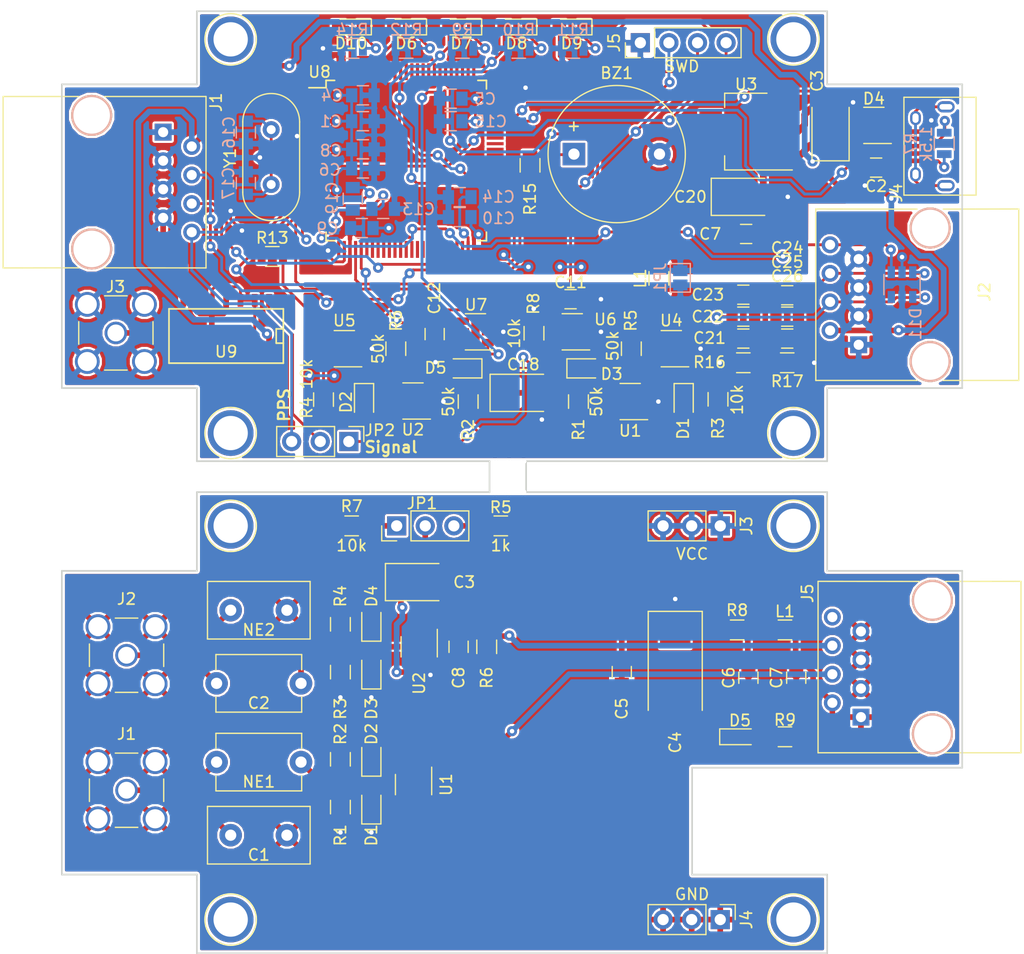
<source format=kicad_pcb>
(kicad_pcb (version 4) (host pcbnew 4.0.6)
  (layers (0 F.Cu signal) (31 B.Cu signal) (34 B.Paste user) (35 F.Paste user) (36 B.SilkS user) (37 F.SilkS user) (38 B.Mask user) (39 F.Mask user) (44 Edge.Cuts user))
  (net 0 "")
  (net 1 "Net-(BZ1-Pad1)")
  (net 2 GND)
  (net 3 +3V3)
  (net 4 +5V)
  (net 5 DAC_CH03)
  (net 6 GNDA)
  (net 7 DAC_CH47)
  (net 8 "Net-(C13-Pad1)")
  (net 9 "Net-(C14-Pad1)")
  (net 10 "Net-(C15-Pad1)")
  (net 11 "Net-(C16-Pad1)")
  (net 12 "Net-(C17-Pad1)")
  (net 13 +3.3VA)
  (net 14 "Net-(D1-Pad1)")
  (net 15 "Net-(D1-Pad2)")
  (net 16 "Net-(D2-Pad1)")
  (net 17 "Net-(D2-Pad2)")
  (net 18 TTL_IN)
  (net 19 "Net-(D3-Pad2)")
  (net 20 "Net-(D4-Pad1)")
  (net 21 "Net-(D4-Pad3)")
  (net 22 USB_D+)
  (net 23 USB_D-)
  (net 24 "Net-(D5-Pad2)")
  (net 25 "Net-(D6-Pad2)")
  (net 26 "Net-(D6-Pad1)")
  (net 27 "Net-(D7-Pad2)")
  (net 28 "Net-(D7-Pad1)")
  (net 29 "Net-(D8-Pad2)")
  (net 30 "Net-(D8-Pad1)")
  (net 31 "Net-(D9-Pad2)")
  (net 32 "Net-(D9-Pad1)")
  (net 33 "Net-(D10-Pad2)")
  (net 34 "Net-(D10-Pad1)")
  (net 35 GPS_MCU_RX)
  (net 36 GPS_MCU_TX)
  (net 37 PPS_IN)
  (net 38 SWDIO)
  (net 39 SWCLK)
  (net 40 NRST)
  (net 41 "Net-(R1-Pad1)")
  (net 42 "Net-(R2-Pad1)")
  (net 43 "Net-(R5-Pad1)")
  (net 44 "Net-(R6-Pad1)")
  (net 45 "Net-(R15-Pad1)")
  (net 46 "Net-(U1-Pad5)")
  (net 47 "Net-(U2-Pad5)")
  (net 48 "Net-(U4-Pad5)")
  (net 49 "Net-(U5-Pad5)")
  (net 50 "Net-(U6-Pad5)")
  (net 51 "Net-(U7-Pad5)")
  (net 52 "Net-(U8-Pad1)")
  (net 53 "Net-(U8-Pad2)")
  (net 54 "Net-(U8-Pad3)")
  (net 55 "Net-(U8-Pad4)")
  (net 56 "Net-(U8-Pad5)")
  (net 57 "Net-(U8-Pad7)")
  (net 58 "Net-(U8-Pad8)")
  (net 59 "Net-(U8-Pad9)")
  (net 60 "Net-(U8-Pad15)")
  (net 61 "Net-(U8-Pad16)")
  (net 62 "Net-(U8-Pad17)")
  (net 63 "Net-(U8-Pad18)")
  (net 64 "Net-(U8-Pad26)")
  (net 65 "Net-(U8-Pad31)")
  (net 66 "Net-(U8-Pad32)")
  (net 67 "Net-(U8-Pad33)")
  (net 68 "Net-(U8-Pad34)")
  (net 69 "Net-(U8-Pad35)")
  (net 70 "Net-(U8-Pad36)")
  (net 71 "Net-(U8-Pad37)")
  (net 72 "Net-(U8-Pad38)")
  (net 73 "Net-(U8-Pad39)")
  (net 74 "Net-(U8-Pad40)")
  (net 75 "Net-(U8-Pad41)")
  (net 76 "Net-(U8-Pad42)")
  (net 77 "Net-(U8-Pad43)")
  (net 78 "Net-(U8-Pad44)")
  (net 79 "Net-(U8-Pad45)")
  (net 80 "Net-(U8-Pad46)")
  (net 81 "Net-(U8-Pad47)")
  (net 82 "Net-(U8-Pad48)")
  (net 83 "Net-(U8-Pad51)")
  (net 84 "Net-(U8-Pad52)")
  (net 85 "Net-(U8-Pad53)")
  (net 86 "Net-(U8-Pad54)")
  (net 87 "Net-(U8-Pad57)")
  (net 88 "Net-(U8-Pad58)")
  (net 89 "Net-(U8-Pad63)")
  (net 90 "Net-(U8-Pad64)")
  (net 91 "Net-(U8-Pad65)")
  (net 92 "Net-(U8-Pad66)")
  (net 93 "Net-(U8-Pad67)")
  (net 94 "Net-(U8-Pad68)")
  (net 95 "Net-(U8-Pad69)")
  (net 96 "Net-(U8-Pad77)")
  (net 97 "Net-(U8-Pad78)")
  (net 98 "Net-(U8-Pad79)")
  (net 99 "Net-(U8-Pad80)")
  (net 100 "Net-(U8-Pad83)")
  (net 101 "Net-(U8-Pad84)")
  (net 102 "Net-(U8-Pad85)")
  (net 103 "Net-(U8-Pad86)")
  (net 104 "Net-(U8-Pad87)")
  (net 105 "Net-(U8-Pad88)")
  (net 106 "Net-(U8-Pad89)")
  (net 107 "Net-(U8-Pad90)")
  (net 108 "Net-(U8-Pad91)")
  (net 109 "Net-(U8-Pad92)")
  (net 110 "Net-(U8-Pad93)")
  (net 111 "Net-(U8-Pad94)")
  (net 112 "Net-(U8-Pad95)")
  (net 113 "Net-(U8-Pad96)")
  (net 114 "Net-(D11-Pad3)")
  (net 115 Ch0_to_amp)
  (net 116 "Net-(C21-Pad2)")
  (net 117 Ch1_to_amp)
  (net 118 "Net-(C24-Pad2)")
  (net 119 "Net-(J4-Pad4)")
  (net 120 "Net-(J4-Pad6)")
  (net 121 "Net-(J3-Pad1)")
  (net 122 "Net-(U9-Pad11)")
  (net 123 UART_TAG_TX)
  (net 124 "Net-(JP2-Pad2)")
  (net 125 "Net-(C1-Pad1)")
  (net 126 "Net-(C1-Pad2)")
  (net 127 "Net-(C2-Pad1)")
  (net 128 "Net-(C2-Pad2)")
  (net 129 "Net-(C3-Pad1)")
  (net 130 "Net-(C3-Pad2)")
  (net 131 "Net-(C6-Pad1)")
  (net 132 "Net-(C7-Pad1)")
  (net 133 CH0)
  (net 134 CH1)
  (net 135 "Net-(J5-Pad8)")
  (net 136 "Net-(JP1-Pad1)")
  (net 137 "Net-(JP1-Pad3)")
  (module Housings_QFP:LQFP-100_14x14mm_Pitch0.5mm (layer F.Cu) (at 58.35 35.525)
    (fp_text reference U8 (at -7.7 -7.875) (layer F.SilkS))
    (fp_text value STM32F407VGTx)
    (pad 1 smd rect (at -7.9 -6) (size 1.5 0.28) (layers F.Cu F.Paste F.Mask) (net 52 "Net-(U8-Pad1)"))
    (pad 2 smd rect (at -7.9 -5.5) (size 1.5 0.28) (layers F.Cu F.Paste F.Mask) (net 53 "Net-(U8-Pad2)"))
    (pad 3 smd rect (at -7.9 -5) (size 1.5 0.28) (layers F.Cu F.Paste F.Mask) (net 54 "Net-(U8-Pad3)"))
    (pad 4 smd rect (at -7.9 -4.5) (size 1.5 0.28) (layers F.Cu F.Paste F.Mask) (net 55 "Net-(U8-Pad4)"))
    (pad 5 smd rect (at -7.9 -4) (size 1.5 0.28) (layers F.Cu F.Paste F.Mask) (net 56 "Net-(U8-Pad5)"))
    (pad 6 smd rect (at -7.9 -3.5) (size 1.5 0.28) (layers F.Cu F.Paste F.Mask) (net 3 +3V3))
    (pad 7 smd rect (at -7.9 -3) (size 1.5 0.28) (layers F.Cu F.Paste F.Mask) (net 57 "Net-(U8-Pad7)"))
    (pad 8 smd rect (at -7.9 -2.5) (size 1.5 0.28) (layers F.Cu F.Paste F.Mask) (net 58 "Net-(U8-Pad8)"))
    (pad 9 smd rect (at -7.9 -2) (size 1.5 0.28) (layers F.Cu F.Paste F.Mask) (net 59 "Net-(U8-Pad9)"))
    (pad 10 smd rect (at -7.9 -1.5) (size 1.5 0.28) (layers F.Cu F.Paste F.Mask) (net 2 GND))
    (pad 11 smd rect (at -7.9 -1) (size 1.5 0.28) (layers F.Cu F.Paste F.Mask) (net 3 +3V3))
    (pad 12 smd rect (at -7.9 -0.5) (size 1.5 0.28) (layers F.Cu F.Paste F.Mask) (net 11 "Net-(C16-Pad1)"))
    (pad 13 smd rect (at -7.9 0) (size 1.5 0.28) (layers F.Cu F.Paste F.Mask) (net 12 "Net-(C17-Pad1)"))
    (pad 14 smd rect (at -7.9 0.5) (size 1.5 0.28) (layers F.Cu F.Paste F.Mask) (net 40 NRST))
    (pad 15 smd rect (at -7.9 1) (size 1.5 0.28) (layers F.Cu F.Paste F.Mask) (net 60 "Net-(U8-Pad15)"))
    (pad 16 smd rect (at -7.9 1.5) (size 1.5 0.28) (layers F.Cu F.Paste F.Mask) (net 61 "Net-(U8-Pad16)"))
    (pad 17 smd rect (at -7.9 2) (size 1.5 0.28) (layers F.Cu F.Paste F.Mask) (net 62 "Net-(U8-Pad17)"))
    (pad 18 smd rect (at -7.9 2.5) (size 1.5 0.28) (layers F.Cu F.Paste F.Mask) (net 63 "Net-(U8-Pad18)"))
    (pad 19 smd rect (at -7.9 3) (size 1.5 0.28) (layers F.Cu F.Paste F.Mask) (net 3 +3V3))
    (pad 20 smd rect (at -7.9 3.5) (size 1.5 0.28) (layers F.Cu F.Paste F.Mask) (net 6 GNDA))
    (pad 21 smd rect (at -7.9 4) (size 1.5 0.28) (layers F.Cu F.Paste F.Mask) (net 8 "Net-(C13-Pad1)"))
    (pad 22 smd rect (at -7.9 4.5) (size 1.5 0.28) (layers F.Cu F.Paste F.Mask) (net 13 +3.3VA))
    (pad 23 smd rect (at -7.9 5) (size 1.5 0.28) (layers F.Cu F.Paste F.Mask) (net 18 TTL_IN))
    (pad 24 smd rect (at -7.9 5.5) (size 1.5 0.28) (layers F.Cu F.Paste F.Mask) (net 37 PPS_IN))
    (pad 25 smd rect (at -7.9 6) (size 1.5 0.28) (layers F.Cu F.Paste F.Mask) (net 123 UART_TAG_TX))
    (pad 26 smd rect (at -6 7.9 90) (size 1.5 0.28) (layers F.Cu F.Paste F.Mask) (net 64 "Net-(U8-Pad26)"))
    (pad 27 smd rect (at -5.5 7.9 90) (size 1.5 0.28) (layers F.Cu F.Paste F.Mask) (net 2 GND))
    (pad 28 smd rect (at -5 7.9 90) (size 1.5 0.28) (layers F.Cu F.Paste F.Mask) (net 3 +3V3))
    (pad 29 smd rect (at -4.5 7.9 90) (size 1.5 0.28) (layers F.Cu F.Paste F.Mask) (net 5 DAC_CH03))
    (pad 30 smd rect (at -4 7.9 90) (size 1.5 0.28) (layers F.Cu F.Paste F.Mask) (net 7 DAC_CH47))
    (pad 31 smd rect (at -3.5 7.9 90) (size 1.5 0.28) (layers F.Cu F.Paste F.Mask) (net 65 "Net-(U8-Pad31)"))
    (pad 32 smd rect (at -3 7.9 90) (size 1.5 0.28) (layers F.Cu F.Paste F.Mask) (net 66 "Net-(U8-Pad32)"))
    (pad 33 smd rect (at -2.5 7.9 90) (size 1.5 0.28) (layers F.Cu F.Paste F.Mask) (net 67 "Net-(U8-Pad33)"))
    (pad 34 smd rect (at -2 7.9 90) (size 1.5 0.28) (layers F.Cu F.Paste F.Mask) (net 68 "Net-(U8-Pad34)"))
    (pad 35 smd rect (at -1.5 7.9 90) (size 1.5 0.28) (layers F.Cu F.Paste F.Mask) (net 69 "Net-(U8-Pad35)"))
    (pad 36 smd rect (at -1 7.9 90) (size 1.5 0.28) (layers F.Cu F.Paste F.Mask) (net 70 "Net-(U8-Pad36)"))
    (pad 37 smd rect (at -0.5 7.9 90) (size 1.5 0.28) (layers F.Cu F.Paste F.Mask) (net 71 "Net-(U8-Pad37)"))
    (pad 38 smd rect (at 0 7.9 90) (size 1.5 0.28) (layers F.Cu F.Paste F.Mask) (net 72 "Net-(U8-Pad38)"))
    (pad 39 smd rect (at 0.5 7.9 90) (size 1.5 0.28) (layers F.Cu F.Paste F.Mask) (net 73 "Net-(U8-Pad39)"))
    (pad 40 smd rect (at 1 7.9 90) (size 1.5 0.28) (layers F.Cu F.Paste F.Mask) (net 74 "Net-(U8-Pad40)"))
    (pad 41 smd rect (at 1.5 7.9 90) (size 1.5 0.28) (layers F.Cu F.Paste F.Mask) (net 75 "Net-(U8-Pad41)"))
    (pad 42 smd rect (at 2 7.9 90) (size 1.5 0.28) (layers F.Cu F.Paste F.Mask) (net 76 "Net-(U8-Pad42)"))
    (pad 43 smd rect (at 2.5 7.9 90) (size 1.5 0.28) (layers F.Cu F.Paste F.Mask) (net 77 "Net-(U8-Pad43)"))
    (pad 44 smd rect (at 3 7.9 90) (size 1.5 0.28) (layers F.Cu F.Paste F.Mask) (net 78 "Net-(U8-Pad44)"))
    (pad 45 smd rect (at 3.5 7.9 90) (size 1.5 0.28) (layers F.Cu F.Paste F.Mask) (net 79 "Net-(U8-Pad45)"))
    (pad 46 smd rect (at 4 7.9 90) (size 1.5 0.28) (layers F.Cu F.Paste F.Mask) (net 80 "Net-(U8-Pad46)"))
    (pad 47 smd rect (at 4.5 7.9 90) (size 1.5 0.28) (layers F.Cu F.Paste F.Mask) (net 81 "Net-(U8-Pad47)"))
    (pad 48 smd rect (at 5 7.9 90) (size 1.5 0.28) (layers F.Cu F.Paste F.Mask) (net 82 "Net-(U8-Pad48)"))
    (pad 49 smd rect (at 5.5 7.9 90) (size 1.5 0.28) (layers F.Cu F.Paste F.Mask) (net 9 "Net-(C14-Pad1)"))
    (pad 50 smd rect (at 6 7.9 90) (size 1.5 0.28) (layers F.Cu F.Paste F.Mask) (net 3 +3V3))
    (pad 51 smd rect (at 7.9 6) (size 1.5 0.28) (layers F.Cu F.Paste F.Mask) (net 83 "Net-(U8-Pad51)"))
    (pad 52 smd rect (at 7.9 5.5) (size 1.5 0.28) (layers F.Cu F.Paste F.Mask) (net 84 "Net-(U8-Pad52)"))
    (pad 53 smd rect (at 7.9 5) (size 1.5 0.28) (layers F.Cu F.Paste F.Mask) (net 85 "Net-(U8-Pad53)"))
    (pad 54 smd rect (at 7.9 4.5) (size 1.5 0.28) (layers F.Cu F.Paste F.Mask) (net 86 "Net-(U8-Pad54)"))
    (pad 55 smd rect (at 7.9 4) (size 1.5 0.28) (layers F.Cu F.Paste F.Mask) (net 36 GPS_MCU_TX))
    (pad 56 smd rect (at 7.9 3.5) (size 1.5 0.28) (layers F.Cu F.Paste F.Mask) (net 35 GPS_MCU_RX))
    (pad 57 smd rect (at 7.9 3) (size 1.5 0.28) (layers F.Cu F.Paste F.Mask) (net 87 "Net-(U8-Pad57)"))
    (pad 58 smd rect (at 7.9 2.5) (size 1.5 0.28) (layers F.Cu F.Paste F.Mask) (net 88 "Net-(U8-Pad58)"))
    (pad 59 smd rect (at 7.9 2) (size 1.5 0.28) (layers F.Cu F.Paste F.Mask) (net 27 "Net-(D7-Pad2)"))
    (pad 60 smd rect (at 7.9 1.5) (size 1.5 0.28) (layers F.Cu F.Paste F.Mask) (net 29 "Net-(D8-Pad2)"))
    (pad 61 smd rect (at 7.9 1) (size 1.5 0.28) (layers F.Cu F.Paste F.Mask) (net 31 "Net-(D9-Pad2)"))
    (pad 62 smd rect (at 7.9 0.5) (size 1.5 0.28) (layers F.Cu F.Paste F.Mask) (net 45 "Net-(R15-Pad1)"))
    (pad 63 smd rect (at 7.9 0) (size 1.5 0.28) (layers F.Cu F.Paste F.Mask) (net 89 "Net-(U8-Pad63)"))
    (pad 64 smd rect (at 7.9 -0.5) (size 1.5 0.28) (layers F.Cu F.Paste F.Mask) (net 90 "Net-(U8-Pad64)"))
    (pad 65 smd rect (at 7.9 -1) (size 1.5 0.28) (layers F.Cu F.Paste F.Mask) (net 91 "Net-(U8-Pad65)"))
    (pad 66 smd rect (at 7.9 -1.5) (size 1.5 0.28) (layers F.Cu F.Paste F.Mask) (net 92 "Net-(U8-Pad66)"))
    (pad 67 smd rect (at 7.9 -2) (size 1.5 0.28) (layers F.Cu F.Paste F.Mask) (net 93 "Net-(U8-Pad67)"))
    (pad 68 smd rect (at 7.9 -2.5) (size 1.5 0.28) (layers F.Cu F.Paste F.Mask) (net 94 "Net-(U8-Pad68)"))
    (pad 69 smd rect (at 7.9 -3) (size 1.5 0.28) (layers F.Cu F.Paste F.Mask) (net 95 "Net-(U8-Pad69)"))
    (pad 70 smd rect (at 7.9 -3.5) (size 1.5 0.28) (layers F.Cu F.Paste F.Mask) (net 23 USB_D-))
    (pad 71 smd rect (at 7.9 -4) (size 1.5 0.28) (layers F.Cu F.Paste F.Mask) (net 22 USB_D+))
    (pad 72 smd rect (at 7.9 -4.5) (size 1.5 0.28) (layers F.Cu F.Paste F.Mask) (net 38 SWDIO))
    (pad 73 smd rect (at 7.9 -5) (size 1.5 0.28) (layers F.Cu F.Paste F.Mask) (net 10 "Net-(C15-Pad1)"))
    (pad 74 smd rect (at 7.9 -5.5) (size 1.5 0.28) (layers F.Cu F.Paste F.Mask) (net 2 GND))
    (pad 75 smd rect (at 7.9 -6) (size 1.5 0.28) (layers F.Cu F.Paste F.Mask) (net 3 +3V3))
    (pad 76 smd rect (at 6 -7.9 90) (size 1.5 0.28) (layers F.Cu F.Paste F.Mask) (net 39 SWCLK))
    (pad 77 smd rect (at 5.5 -7.9 90) (size 1.5 0.28) (layers F.Cu F.Paste F.Mask) (net 96 "Net-(U8-Pad77)"))
    (pad 78 smd rect (at 5 -7.9 90) (size 1.5 0.28) (layers F.Cu F.Paste F.Mask) (net 97 "Net-(U8-Pad78)"))
    (pad 79 smd rect (at 4.5 -7.9 90) (size 1.5 0.28) (layers F.Cu F.Paste F.Mask) (net 98 "Net-(U8-Pad79)"))
    (pad 80 smd rect (at 4 -7.9 90) (size 1.5 0.28) (layers F.Cu F.Paste F.Mask) (net 99 "Net-(U8-Pad80)"))
    (pad 81 smd rect (at 3.5 -7.9 90) (size 1.5 0.28) (layers F.Cu F.Paste F.Mask) (net 19 "Net-(D3-Pad2)"))
    (pad 82 smd rect (at 3 -7.9 90) (size 1.5 0.28) (layers F.Cu F.Paste F.Mask) (net 24 "Net-(D5-Pad2)"))
    (pad 83 smd rect (at 2.5 -7.9 90) (size 1.5 0.28) (layers F.Cu F.Paste F.Mask) (net 100 "Net-(U8-Pad83)"))
    (pad 84 smd rect (at 2 -7.9 90) (size 1.5 0.28) (layers F.Cu F.Paste F.Mask) (net 101 "Net-(U8-Pad84)"))
    (pad 85 smd rect (at 1.5 -7.9 90) (size 1.5 0.28) (layers F.Cu F.Paste F.Mask) (net 102 "Net-(U8-Pad85)"))
    (pad 86 smd rect (at 1 -7.9 90) (size 1.5 0.28) (layers F.Cu F.Paste F.Mask) (net 103 "Net-(U8-Pad86)"))
    (pad 87 smd rect (at 0.5 -7.9 90) (size 1.5 0.28) (layers F.Cu F.Paste F.Mask) (net 104 "Net-(U8-Pad87)"))
    (pad 88 smd rect (at 0 -7.9 90) (size 1.5 0.28) (layers F.Cu F.Paste F.Mask) (net 105 "Net-(U8-Pad88)"))
    (pad 89 smd rect (at -0.5 -7.9 90) (size 1.5 0.28) (layers F.Cu F.Paste F.Mask) (net 106 "Net-(U8-Pad89)"))
    (pad 90 smd rect (at -1 -7.9 90) (size 1.5 0.28) (layers F.Cu F.Paste F.Mask) (net 107 "Net-(U8-Pad90)"))
    (pad 91 smd rect (at -1.5 -7.9 90) (size 1.5 0.28) (layers F.Cu F.Paste F.Mask) (net 108 "Net-(U8-Pad91)"))
    (pad 92 smd rect (at -2 -7.9 90) (size 1.5 0.28) (layers F.Cu F.Paste F.Mask) (net 109 "Net-(U8-Pad92)"))
    (pad 93 smd rect (at -2.5 -7.9 90) (size 1.5 0.28) (layers F.Cu F.Paste F.Mask) (net 110 "Net-(U8-Pad93)"))
    (pad 94 smd rect (at -3 -7.9 90) (size 1.5 0.28) (layers F.Cu F.Paste F.Mask) (net 111 "Net-(U8-Pad94)"))
    (pad 95 smd rect (at -3.5 -7.9 90) (size 1.5 0.28) (layers F.Cu F.Paste F.Mask) (net 112 "Net-(U8-Pad95)"))
    (pad 96 smd rect (at -4 -7.9 90) (size 1.5 0.28) (layers F.Cu F.Paste F.Mask) (net 113 "Net-(U8-Pad96)"))
    (pad 97 smd rect (at -4.5 -7.9 90) (size 1.5 0.28) (layers F.Cu F.Paste F.Mask) (net 25 "Net-(D6-Pad2)"))
    (pad 98 smd rect (at -5 -7.9 90) (size 1.5 0.28) (layers F.Cu F.Paste F.Mask) (net 33 "Net-(D10-Pad2)"))
    (pad 99 smd rect (at -5.5 -7.9 90) (size 1.5 0.28) (layers F.Cu F.Paste F.Mask) (net 2 GND))
    (pad 100 smd rect (at -6 -7.9 90) (size 1.5 0.28) (layers F.Cu F.Paste F.Mask) (net 3 +3V3))
  )
  (module Connect:1pin (layer F.Cu) (at 92.75 59.75)
    (fp_text reference REF** hide)
    (fp_text value 1pin hide)
    (pad 1 thru_hole circle (at 0 0) (size 4.064 4.064) (drill 3.048) (layers *.Cu *.Mask))
  )
  (module Connect:1pin (layer F.Cu) (at 42.75 59.75)
    (fp_text reference REF** hide)
    (fp_text value 1pin hide)
    (pad 1 thru_hole circle (at 0 0) (size 4.064 4.064) (drill 3.048) (layers *.Cu *.Mask))
  )
  (module Connect:1pin (layer F.Cu) (at 92.75 24.75)
    (fp_text reference REF** hide)
    (fp_text value 1pin hide)
    (pad 1 thru_hole circle (at 0 0) (size 4.064 4.064) (drill 3.048) (layers *.Cu *.Mask))
  )
  (module Buzzers_Beepers:Buzzer_12x9.5RM7.6 (layer F.Cu) (at 73.25 34.95)
    (fp_text reference BZ1 (at 3.8 -7.2) (layer F.SilkS))
    (fp_text value Buzzer)
    (fp_text user + (at -0.01 -2.54) (layer F.SilkS))
    (pad 1 thru_hole rect (at 0 0) (size 2 2) (drill 1) (layers *.Cu *.Mask) (net 1 "Net-(BZ1-Pad1)"))
    (pad 2 thru_hole circle (at 7.6 0) (size 2 2) (drill 1) (layers *.Cu *.Mask) (net 2 GND))
  )
  (module Capacitors_SMD:C_0805 (layer B.Cu) (at 54.5 32.025)
    (fp_text reference C1 (at -2.85 0.025) (layer B.SilkS) (effects (justify mirror)))
    (fp_text value 100n)
    (pad 1 smd rect (at -1 0) (size 1 1.25) (layers B.Cu B.Paste B.Mask) (net 3 +3V3))
    (pad 2 smd rect (at 1 0) (size 1 1.25) (layers B.Cu B.Paste B.Mask) (net 2 GND))
  )
  (module Capacitors_SMD:C_0805 (layer F.Cu) (at 100.1 36.15 180)
    (fp_text reference C2 (at 0 -1.65 180) (layer F.SilkS))
    (fp_text value 100n)
    (pad 1 smd rect (at -1 0 180) (size 1 1.25) (layers F.Cu F.Paste F.Mask) (net 4 +5V))
    (pad 2 smd rect (at 1 0 180) (size 1 1.25) (layers F.Cu F.Paste F.Mask) (net 2 GND))
  )
  (module Capacitors_Tantalum_SMD:CP_Tantalum_Case-B_EIA-3528-21_Wave (layer F.Cu) (at 96.05 32.55 90)
    (fp_text reference C3 (at 4.1 -1.2 90) (layer F.SilkS))
    (fp_text value 100uF)
    (pad 1 smd rect (at -1.625 0 90) (size 2.15 1.8) (layers F.Cu F.Paste F.Mask) (net 4 +5V))
    (pad 2 smd rect (at 1.625 0 90) (size 2.15 1.8) (layers F.Cu F.Paste F.Mask) (net 2 GND))
  )
  (module Capacitors_SMD:C_0805 (layer B.Cu) (at 54.5 29.725)
    (fp_text reference C4 (at -2.75 0.025) (layer B.SilkS) (effects (justify mirror)))
    (fp_text value 100n)
    (pad 1 smd rect (at -1 0) (size 1 1.25) (layers B.Cu B.Paste B.Mask) (net 3 +3V3))
    (pad 2 smd rect (at 1 0) (size 1 1.25) (layers B.Cu B.Paste B.Mask) (net 2 GND))
  )
  (module Capacitors_SMD:C_0805 (layer B.Cu) (at 62.3 30.025 180)
    (fp_text reference C5 (at -3.05 -0.025 180) (layer B.SilkS) (effects (justify mirror)))
    (fp_text value 100n)
    (pad 1 smd rect (at -1 0 180) (size 1 1.25) (layers B.Cu B.Paste B.Mask) (net 3 +3V3))
    (pad 2 smd rect (at 1 0 180) (size 1 1.25) (layers B.Cu B.Paste B.Mask) (net 2 GND))
  )
  (module Capacitors_SMD:C_0805 (layer B.Cu) (at 54.5 36.225)
    (fp_text reference C6 (at -2.95 0.125) (layer B.SilkS) (effects (justify mirror)))
    (fp_text value 100n)
    (pad 1 smd rect (at -1 0) (size 1 1.25) (layers B.Cu B.Paste B.Mask) (net 3 +3V3))
    (pad 2 smd rect (at 1 0) (size 1 1.25) (layers B.Cu B.Paste B.Mask) (net 2 GND))
  )
  (module Capacitors_SMD:C_0805 (layer F.Cu) (at 88.55 42.05)
    (fp_text reference C7 (at -3.2 0) (layer F.SilkS))
    (fp_text value 100n)
    (pad 1 smd rect (at -1 0) (size 1 1.25) (layers F.Cu F.Paste F.Mask) (net 3 +3V3))
    (pad 2 smd rect (at 1 0) (size 1 1.25) (layers F.Cu F.Paste F.Mask) (net 2 GND))
  )
  (module Capacitors_SMD:C_0805 (layer B.Cu) (at 54.5 34.525)
    (fp_text reference C8 (at -2.85 0.125) (layer B.SilkS) (effects (justify mirror)))
    (fp_text value 100n)
    (pad 1 smd rect (at -1 0) (size 1 1.25) (layers B.Cu B.Paste B.Mask) (net 3 +3V3))
    (pad 2 smd rect (at 1 0) (size 1 1.25) (layers B.Cu B.Paste B.Mask) (net 2 GND))
  )
  (module Capacitors_SMD:C_0805 (layer B.Cu) (at 54.4 41.525 180)
    (fp_text reference C9 (at 3.05 -0.025 180) (layer B.SilkS) (effects (justify mirror)))
    (fp_text value 100n)
    (pad 1 smd rect (at -1 0 180) (size 1 1.25) (layers B.Cu B.Paste B.Mask) (net 3 +3V3))
    (pad 2 smd rect (at 1 0 180) (size 1 1.25) (layers B.Cu B.Paste B.Mask) (net 2 GND))
  )
  (module Capacitors_SMD:C_0805 (layer B.Cu) (at 63.1 40.55 180)
    (fp_text reference C10 (at -3.45 -0.1 180) (layer B.SilkS) (effects (justify mirror)))
    (fp_text value 100n)
    (pad 1 smd rect (at -1 0 180) (size 1 1.25) (layers B.Cu B.Paste B.Mask) (net 3 +3V3))
    (pad 2 smd rect (at 1 0 180) (size 1 1.25) (layers B.Cu B.Paste B.Mask) (net 2 GND))
  )
  (module Capacitors_SMD:C_0805 (layer F.Cu) (at 72.95 47.85)
    (fp_text reference C11 (at 0 -1.5) (layer F.SilkS))
    (fp_text value 100n)
    (pad 1 smd rect (at -1 0) (size 1 1.25) (layers F.Cu F.Paste F.Mask) (net 5 DAC_CH03))
    (pad 2 smd rect (at 1 0) (size 1 1.25) (layers F.Cu F.Paste F.Mask) (net 6 GNDA))
  )
  (module Capacitors_SMD:C_0805 (layer F.Cu) (at 60.875 50.95 270)
    (fp_text reference C12 (at -3.2 0.025 270) (layer F.SilkS))
    (fp_text value 100n)
    (pad 1 smd rect (at -1 0 270) (size 1 1.25) (layers F.Cu F.Paste F.Mask) (net 7 DAC_CH47))
    (pad 2 smd rect (at 1 0 270) (size 1 1.25) (layers F.Cu F.Paste F.Mask) (net 6 GNDA))
  )
  (module Capacitors_SMD:C_0805 (layer B.Cu) (at 56.3 39.825)
    (fp_text reference C13 (at 3.15 0.025) (layer B.SilkS) (effects (justify mirror)))
    (fp_text value 2.2uF)
    (pad 1 smd rect (at -1 0) (size 1 1.25) (layers B.Cu B.Paste B.Mask) (net 8 "Net-(C13-Pad1)"))
    (pad 2 smd rect (at 1 0) (size 1 1.25) (layers B.Cu B.Paste B.Mask) (net 2 GND))
  )
  (module Capacitors_SMD:C_0805 (layer B.Cu) (at 63.1 38.775 180)
    (fp_text reference C14 (at -3.45 0.025 180) (layer B.SilkS) (effects (justify mirror)))
    (fp_text value 2.2uF)
    (pad 1 smd rect (at -1 0 180) (size 1 1.25) (layers B.Cu B.Paste B.Mask) (net 9 "Net-(C14-Pad1)"))
    (pad 2 smd rect (at 1 0 180) (size 1 1.25) (layers B.Cu B.Paste B.Mask) (net 2 GND))
  )
  (module Capacitors_SMD:C_0805 (layer B.Cu) (at 62.3 32.025 180)
    (fp_text reference C15 (at -3.55 -0.025 180) (layer B.SilkS) (effects (justify mirror)))
    (fp_text value 2.2uF)
    (pad 1 smd rect (at -1 0 180) (size 1 1.25) (layers B.Cu B.Paste B.Mask) (net 10 "Net-(C15-Pad1)"))
    (pad 2 smd rect (at 1 0 180) (size 1 1.25) (layers B.Cu B.Paste B.Mask) (net 2 GND))
  )
  (module Capacitors_SMD:C_0805 (layer B.Cu) (at 44.1 33.025 270)
    (fp_text reference C16 (at 0 1.5 270) (layer B.SilkS) (effects (justify mirror)))
    (fp_text value 20pF)
    (pad 1 smd rect (at -1 0 270) (size 1 1.25) (layers B.Cu B.Paste B.Mask) (net 11 "Net-(C16-Pad1)"))
    (pad 2 smd rect (at 1 0 270) (size 1 1.25) (layers B.Cu B.Paste B.Mask) (net 2 GND))
  )
  (module Capacitors_SMD:C_0805 (layer B.Cu) (at 44.1 37.525 90)
    (fp_text reference C17 (at -0.025 -1.55 90) (layer B.SilkS) (effects (justify mirror)))
    (fp_text value 20pF)
    (pad 1 smd rect (at -1 0 90) (size 1 1.25) (layers B.Cu B.Paste B.Mask) (net 12 "Net-(C17-Pad1)"))
    (pad 2 smd rect (at 1 0 90) (size 1 1.25) (layers B.Cu B.Paste B.Mask) (net 2 GND))
  )
  (module Capacitors_Tantalum_SMD:CP_Tantalum_Case-B_EIA-3528-21_Wave (layer F.Cu) (at 68.8 56.175)
    (fp_text reference C18 (at -0.05 -2.525) (layer F.SilkS))
    (fp_text value 100uF)
    (pad 1 smd rect (at -1.625 0) (size 2.15 1.8) (layers F.Cu F.Paste F.Mask) (net 13 +3.3VA))
    (pad 2 smd rect (at 1.625 0) (size 2.15 1.8) (layers F.Cu F.Paste F.Mask) (net 6 GNDA))
  )
  (module Capacitors_SMD:C_0805 (layer B.Cu) (at 53.6 38.925 90)
    (fp_text reference C19 (at 0.075 -1.85 90) (layer B.SilkS) (effects (justify mirror)))
    (fp_text value 100n)
    (pad 1 smd rect (at -1 0 90) (size 1 1.25) (layers B.Cu B.Paste B.Mask) (net 13 +3.3VA))
    (pad 2 smd rect (at 1 0 90) (size 1 1.25) (layers B.Cu B.Paste B.Mask) (net 6 GNDA))
  )
  (module Capacitors_Tantalum_SMD:CP_Tantalum_Case-B_EIA-3528-21_Wave (layer F.Cu) (at 88.45 38.75)
    (fp_text reference C20 (at -4.85 0) (layer F.SilkS))
    (fp_text value 100uF)
    (pad 1 smd rect (at -1.625 0) (size 2.15 1.8) (layers F.Cu F.Paste F.Mask) (net 3 +3V3))
    (pad 2 smd rect (at 1.625 0) (size 2.15 1.8) (layers F.Cu F.Paste F.Mask) (net 2 GND))
  )
  (module Diodes_SMD:D_SOD-323 (layer F.Cu) (at 83 56.85 270)
    (fp_text reference D1 (at 2.5 0.05 270) (layer F.SilkS))
    (fp_text value 1N4148)
    (pad 1 smd rect (at -1.05 0 270) (size 0.6 0.45) (layers F.Cu F.Paste F.Mask) (net 14 "Net-(D1-Pad1)"))
    (pad 2 smd rect (at 1.05 0 270) (size 0.6 0.45) (layers F.Cu F.Paste F.Mask) (net 15 "Net-(D1-Pad2)"))
  )
  (module Diodes_SMD:D_SOD-323 (layer F.Cu) (at 54.6 56.85 270)
    (fp_text reference D2 (at 0.15 1.6 270) (layer F.SilkS))
    (fp_text value 1N4148)
    (pad 1 smd rect (at -1.05 0 270) (size 0.6 0.45) (layers F.Cu F.Paste F.Mask) (net 16 "Net-(D2-Pad1)"))
    (pad 2 smd rect (at 1.05 0 270) (size 0.6 0.45) (layers F.Cu F.Paste F.Mask) (net 17 "Net-(D2-Pad2)"))
  )
  (module Diodes_SMD:D_SOD-323 (layer F.Cu) (at 74.125 54)
    (fp_text reference D3 (at 2.475 0.5) (layer F.SilkS))
    (fp_text value 1N4148)
    (pad 1 smd rect (at -1.05 0) (size 0.6 0.45) (layers F.Cu F.Paste F.Mask) (net 18 TTL_IN))
    (pad 2 smd rect (at 1.05 0) (size 0.6 0.45) (layers F.Cu F.Paste F.Mask) (net 19 "Net-(D3-Pad2)"))
  )
  (module TO_SOT_Packages_SMD:SOT-23-6 (layer F.Cu) (at 99.9 32.4 180)
    (fp_text reference D4 (at 0 2.375 180) (layer F.SilkS))
    (fp_text value USBLC6-4SC6)
    (pad 1 smd rect (at -1.1 -0.95 180) (size 1.06 0.65) (layers F.Cu F.Paste F.Mask) (net 20 "Net-(D4-Pad1)"))
    (pad 2 smd rect (at -1.1 0 180) (size 1.06 0.65) (layers F.Cu F.Paste F.Mask) (net 2 GND))
    (pad 3 smd rect (at -1.1 0.95 180) (size 1.06 0.65) (layers F.Cu F.Paste F.Mask) (net 21 "Net-(D4-Pad3)"))
    (pad 4 smd rect (at 1.1 0.95 180) (size 1.06 0.65) (layers F.Cu F.Paste F.Mask) (net 22 USB_D+))
    (pad 6 smd rect (at 1.1 -0.95 180) (size 1.06 0.65) (layers F.Cu F.Paste F.Mask) (net 23 USB_D-))
    (pad 5 smd rect (at 1.1 0 180) (size 1.06 0.65) (layers F.Cu F.Paste F.Mask) (net 4 +5V))
  )
  (module Diodes_SMD:D_SOD-323 (layer F.Cu) (at 63.575 54 180)
    (fp_text reference D5 (at 2.625 0.05 180) (layer F.SilkS))
    (fp_text value 1N4148)
    (pad 1 smd rect (at -1.05 0 180) (size 0.6 0.45) (layers F.Cu F.Paste F.Mask) (net 18 TTL_IN))
    (pad 2 smd rect (at 1.05 0 180) (size 0.6 0.45) (layers F.Cu F.Paste F.Mask) (net 24 "Net-(D5-Pad2)"))
  )
  (module LEDs:LED_0805 (layer F.Cu) (at 58.35 23.65 180)
    (fp_text reference D6 (at 0 -1.45 180) (layer F.SilkS))
    (fp_text value LED_CH0)
    (pad 2 smd rect (at 1.1 0) (size 1.2 1.2) (layers F.Cu F.Paste F.Mask) (net 25 "Net-(D6-Pad2)"))
    (pad 1 smd rect (at -1.1 0) (size 1.2 1.2) (layers F.Cu F.Paste F.Mask) (net 26 "Net-(D6-Pad1)"))
  )
  (module LEDs:LED_0805 (layer F.Cu) (at 63.25 23.65 180)
    (fp_text reference D7 (at 0 -1.45 180) (layer F.SilkS))
    (fp_text value LED)
    (pad 2 smd rect (at 1.1 0) (size 1.2 1.2) (layers F.Cu F.Paste F.Mask) (net 27 "Net-(D7-Pad2)"))
    (pad 1 smd rect (at -1.1 0) (size 1.2 1.2) (layers F.Cu F.Paste F.Mask) (net 28 "Net-(D7-Pad1)"))
  )
  (module LEDs:LED_0805 (layer F.Cu) (at 68.15 23.65 180)
    (fp_text reference D8 (at 0 -1.45 180) (layer F.SilkS))
    (fp_text value LED)
    (pad 2 smd rect (at 1.1 0) (size 1.2 1.2) (layers F.Cu F.Paste F.Mask) (net 29 "Net-(D8-Pad2)"))
    (pad 1 smd rect (at -1.1 0) (size 1.2 1.2) (layers F.Cu F.Paste F.Mask) (net 30 "Net-(D8-Pad1)"))
  )
  (module LEDs:LED_0805 (layer F.Cu) (at 73.05 23.65 180)
    (fp_text reference D9 (at 0 -1.45 180) (layer F.SilkS))
    (fp_text value LED)
    (pad 2 smd rect (at 1.1 0) (size 1.2 1.2) (layers F.Cu F.Paste F.Mask) (net 31 "Net-(D9-Pad2)"))
    (pad 1 smd rect (at -1.1 0) (size 1.2 1.2) (layers F.Cu F.Paste F.Mask) (net 32 "Net-(D9-Pad1)"))
  )
  (module LEDs:LED_0805 (layer F.Cu) (at 53.45 23.65 180)
    (fp_text reference D10 (at 0 -1.45 180) (layer F.SilkS))
    (fp_text value LED_CH1)
    (pad 2 smd rect (at 1.1 0) (size 1.2 1.2) (layers F.Cu F.Paste F.Mask) (net 33 "Net-(D10-Pad2)"))
    (pad 1 smd rect (at -1.1 0) (size 1.2 1.2) (layers F.Cu F.Paste F.Mask) (net 34 "Net-(D10-Pad1)"))
  )
  (module Connect:RJ45_8 (layer F.Cu) (at 36.75 33 270)
    (fp_text reference J1 (at -2.65 -4.7 270) (layer F.SilkS))
    (fp_text value GPS)
    (pad Hole np_thru_hole circle (at 10.38 6.35 270) (size 3.65 3.65) (drill 3.25) (layers *.Cu *.SilkS *.Mask))
    (pad Hole np_thru_hole circle (at -1.49 6.35 270) (size 3.65 3.65) (drill 3.25) (layers *.Cu *.SilkS *.Mask))
    (pad 1 thru_hole rect (at 0 0 270) (size 1.5 1.5) (drill 0.9) (layers *.Cu *.Mask) (net 2 GND))
    (pad 2 thru_hole circle (at 1.27 -2.54 270) (size 1.5 1.5) (drill 0.9) (layers *.Cu *.Mask) (net 4 +5V))
    (pad 3 thru_hole circle (at 2.54 0 270) (size 1.5 1.5) (drill 0.9) (layers *.Cu *.Mask) (net 2 GND))
    (pad 4 thru_hole circle (at 3.81 -2.54 270) (size 1.5 1.5) (drill 0.9) (layers *.Cu *.Mask) (net 35 GPS_MCU_RX))
    (pad 5 thru_hole circle (at 5.08 0 270) (size 1.5 1.5) (drill 0.9) (layers *.Cu *.Mask) (net 2 GND))
    (pad 6 thru_hole circle (at 6.35 -2.54 270) (size 1.5 1.5) (drill 0.9) (layers *.Cu *.Mask) (net 36 GPS_MCU_TX))
    (pad 7 thru_hole circle (at 7.62 0 270) (size 1.5 1.5) (drill 0.9) (layers *.Cu *.Mask) (net 2 GND))
    (pad 8 thru_hole circle (at 8.89 -2.54 270) (size 1.5 1.5) (drill 0.9) (layers *.Cu *.Mask) (net 37 PPS_IN))
  )
  (module Pin_Headers:Pin_Header_Straight_1x04_Pitch2.54mm (layer F.Cu) (at 79.15 25.05 90)
    (fp_text reference J5 (at 0 -2.33 90) (layer F.SilkS))
    (fp_text value SWD (at -2.1 3.7 180) (layer F.SilkS))
    (pad 1 thru_hole rect (at 0 0 90) (size 1.7 1.7) (drill 1) (layers *.Cu *.Mask) (net 2 GND))
    (pad 2 thru_hole oval (at 0 2.54 90) (size 1.7 1.7) (drill 1) (layers *.Cu *.Mask) (net 38 SWDIO))
    (pad 3 thru_hole oval (at 0 5.08 90) (size 1.7 1.7) (drill 1) (layers *.Cu *.Mask) (net 39 SWCLK))
    (pad 4 thru_hole oval (at 0 7.62 90) (size 1.7 1.7) (drill 1) (layers *.Cu *.Mask) (net 40 NRST))
  )
  (module Connect:GS2 (layer B.Cu) (at 82.7 45.95 180)
    (fp_text reference JP1 (at 1.78 0 450) (layer B.SilkS) (effects (justify mirror)))
    (fp_text value Jumper)
    (pad 1 smd rect (at 0 0.64 180) (size 1.27 0.97) (layers B.Cu B.Paste B.Mask) (net 2 GND))
    (pad 2 smd rect (at 0 -0.64 180) (size 1.27 0.97) (layers B.Cu B.Paste B.Mask) (net 6 GNDA))
  )
  (module Resistors_SMD:R_0805 (layer F.Cu) (at 80.8 46 90)
    (fp_text reference L1 (at 0 -1.65 90) (layer F.SilkS))
    (fp_text value Ferrite_Bead)
    (pad 1 smd rect (at -0.95 0 90) (size 0.7 1.3) (layers F.Cu F.Paste F.Mask) (net 13 +3.3VA))
    (pad 2 smd rect (at 0.95 0 90) (size 0.7 1.3) (layers F.Cu F.Paste F.Mask) (net 3 +3V3))
  )
  (module Resistors_SMD:R_0805 (layer F.Cu) (at 73.65 56.95 270)
    (fp_text reference R1 (at 2.5 0 270) (layer F.SilkS))
    (fp_text value 50k (at 0 -1.6 270) (layer F.SilkS))
    (pad 1 smd rect (at -0.95 0 270) (size 0.7 1.3) (layers F.Cu F.Paste F.Mask) (net 41 "Net-(R1-Pad1)"))
    (pad 2 smd rect (at 0.95 0 270) (size 0.7 1.3) (layers F.Cu F.Paste F.Mask) (net 115 Ch0_to_amp))
  )
  (module Resistors_SMD:R_0805 (layer F.Cu) (at 63.85 56.95 270)
    (fp_text reference R2 (at 2.5 0 270) (layer F.SilkS))
    (fp_text value 50k (at 0 1.75 270) (layer F.SilkS))
    (pad 1 smd rect (at -0.95 0 270) (size 0.7 1.3) (layers F.Cu F.Paste F.Mask) (net 42 "Net-(R2-Pad1)"))
    (pad 2 smd rect (at 0.95 0 270) (size 0.7 1.3) (layers F.Cu F.Paste F.Mask) (net 117 Ch1_to_amp))
  )
  (module Resistors_SMD:R_0805 (layer F.Cu) (at 86.05 56.75 270)
    (fp_text reference R3 (at 2.575 0 270) (layer F.SilkS))
    (fp_text value 10k (at 0.025 -1.7 270) (layer F.SilkS))
    (pad 1 smd rect (at -0.95 0 270) (size 0.7 1.3) (layers F.Cu F.Paste F.Mask) (net 14 "Net-(D1-Pad1)"))
    (pad 2 smd rect (at 0.95 0 270) (size 0.7 1.3) (layers F.Cu F.Paste F.Mask) (net 115 Ch0_to_amp))
  )
  (module Resistors_SMD:R_0805 (layer F.Cu) (at 51 56.775 270)
    (fp_text reference R4 (at 0.725 1.5 270) (layer F.SilkS))
    (fp_text value 10k (at -2.275 1.5 270) (layer F.SilkS))
    (pad 1 smd rect (at -0.95 0 270) (size 0.7 1.3) (layers F.Cu F.Paste F.Mask) (net 16 "Net-(D2-Pad1)"))
    (pad 2 smd rect (at 0.95 0 270) (size 0.7 1.3) (layers F.Cu F.Paste F.Mask) (net 117 Ch1_to_amp))
  )
  (module Resistors_SMD:R_0805 (layer F.Cu) (at 78.35 52.25 270)
    (fp_text reference R5 (at -2.5 0.05 270) (layer F.SilkS))
    (fp_text value 50k (at -0.25 1.65 270) (layer F.SilkS))
    (pad 1 smd rect (at -0.95 0 270) (size 0.7 1.3) (layers F.Cu F.Paste F.Mask) (net 43 "Net-(R5-Pad1)"))
    (pad 2 smd rect (at 0.95 0 270) (size 0.7 1.3) (layers F.Cu F.Paste F.Mask) (net 41 "Net-(R1-Pad1)"))
  )
  (module Resistors_SMD:R_0805 (layer F.Cu) (at 57.425 52.25 90)
    (fp_text reference R6 (at 2.5 0.025 90) (layer F.SilkS))
    (fp_text value 50k (at 0 -1.575 90) (layer F.SilkS))
    (pad 1 smd rect (at -0.95 0 90) (size 0.7 1.3) (layers F.Cu F.Paste F.Mask) (net 44 "Net-(R6-Pad1)"))
    (pad 2 smd rect (at 0.95 0 90) (size 0.7 1.3) (layers F.Cu F.Paste F.Mask) (net 42 "Net-(R2-Pad1)"))
  )
  (module Resistors_SMD:R_0805 (layer B.Cu) (at 106.15 34 270)
    (fp_text reference R7 (at 0.025 2.975 270) (layer B.SilkS) (effects (justify mirror)))
    (fp_text value 1.5k (at 0.075 1.6 270) (layer B.SilkS) (effects (justify mirror)))
    (pad 1 smd rect (at -0.95 0 270) (size 0.7 1.3) (layers B.Cu B.Paste B.Mask) (net 22 USB_D+))
    (pad 2 smd rect (at 0.95 0 270) (size 0.7 1.3) (layers B.Cu B.Paste B.Mask) (net 4 +5V))
  )
  (module Resistors_SMD:R_0805 (layer F.Cu) (at 69.7 50.875 270)
    (fp_text reference R8 (at -2.625 0.05 270) (layer F.SilkS))
    (fp_text value 10k (at 0 1.75 270) (layer F.SilkS))
    (pad 1 smd rect (at -0.95 0 270) (size 0.7 1.3) (layers F.Cu F.Paste F.Mask) (net 6 GNDA))
    (pad 2 smd rect (at 0.95 0 270) (size 0.7 1.3) (layers F.Cu F.Paste F.Mask) (net 18 TTL_IN))
  )
  (module Resistors_SMD:R_0805 (layer B.Cu) (at 63.35 25.55 180)
    (fp_text reference R9 (at 0 1.65 180) (layer B.SilkS) (effects (justify mirror)))
    (fp_text value 1k)
    (pad 1 smd rect (at -0.95 0 180) (size 0.7 1.3) (layers B.Cu B.Paste B.Mask) (net 28 "Net-(D7-Pad1)"))
    (pad 2 smd rect (at 0.95 0 180) (size 0.7 1.3) (layers B.Cu B.Paste B.Mask) (net 2 GND))
  )
  (module Resistors_SMD:R_0805 (layer B.Cu) (at 68.35 25.55 180)
    (fp_text reference R10 (at 0 1.65 180) (layer B.SilkS) (effects (justify mirror)))
    (fp_text value 1k)
    (pad 1 smd rect (at -0.95 0 180) (size 0.7 1.3) (layers B.Cu B.Paste B.Mask) (net 30 "Net-(D8-Pad1)"))
    (pad 2 smd rect (at 0.95 0 180) (size 0.7 1.3) (layers B.Cu B.Paste B.Mask) (net 2 GND))
  )
  (module Resistors_SMD:R_0805 (layer B.Cu) (at 73.15 25.55 180)
    (fp_text reference R11 (at 0 1.65 180) (layer B.SilkS) (effects (justify mirror)))
    (fp_text value 1k)
    (pad 1 smd rect (at -0.95 0 180) (size 0.7 1.3) (layers B.Cu B.Paste B.Mask) (net 32 "Net-(D9-Pad1)"))
    (pad 2 smd rect (at 0.95 0 180) (size 0.7 1.3) (layers B.Cu B.Paste B.Mask) (net 2 GND))
  )
  (module Resistors_SMD:R_0805 (layer B.Cu) (at 58.35 25.55 180)
    (fp_text reference R12 (at 0 1.65 180) (layer B.SilkS) (effects (justify mirror)))
    (fp_text value 1k)
    (pad 1 smd rect (at -0.95 0 180) (size 0.7 1.3) (layers B.Cu B.Paste B.Mask) (net 26 "Net-(D6-Pad1)"))
    (pad 2 smd rect (at 0.95 0 180) (size 0.7 1.3) (layers B.Cu B.Paste B.Mask) (net 2 GND))
  )
  (module Resistors_SMD:R_0805 (layer F.Cu) (at 46.45 44.05)
    (fp_text reference R13 (at 0 -1.65) (layer F.SilkS))
    (fp_text value 470)
    (pad 1 smd rect (at -0.95 0) (size 0.7 1.3) (layers F.Cu F.Paste F.Mask) (net 8 "Net-(C13-Pad1)"))
    (pad 2 smd rect (at 0.95 0) (size 0.7 1.3) (layers F.Cu F.Paste F.Mask) (net 13 +3.3VA))
  )
  (module Resistors_SMD:R_0805 (layer B.Cu) (at 53.55 25.55 180)
    (fp_text reference R14 (at 0 1.65 180) (layer B.SilkS) (effects (justify mirror)))
    (fp_text value 1k)
    (pad 1 smd rect (at -0.95 0 180) (size 0.7 1.3) (layers B.Cu B.Paste B.Mask) (net 34 "Net-(D10-Pad1)"))
    (pad 2 smd rect (at 0.95 0 180) (size 0.7 1.3) (layers B.Cu B.Paste B.Mask) (net 2 GND))
  )
  (module Resistors_SMD:R_0805 (layer F.Cu) (at 69.35 35.95 90)
    (fp_text reference R15 (at -3 0 90) (layer F.SilkS))
    (fp_text value R_buzz)
    (pad 1 smd rect (at -0.95 0 90) (size 0.7 1.3) (layers F.Cu F.Paste F.Mask) (net 45 "Net-(R15-Pad1)"))
    (pad 2 smd rect (at 0.95 0 90) (size 0.7 1.3) (layers F.Cu F.Paste F.Mask) (net 1 "Net-(BZ1-Pad1)"))
  )
  (module TO_SOT_Packages_SMD:SOT-23-6 (layer F.Cu) (at 78.25 56.95 180)
    (fp_text reference U1 (at 0 -2.6 180) (layer F.SilkS))
    (fp_text value MCP633)
    (pad 1 smd rect (at -1.1 -0.95 180) (size 1.06 0.65) (layers F.Cu F.Paste F.Mask) (net 15 "Net-(D1-Pad2)"))
    (pad 2 smd rect (at -1.1 0 180) (size 1.06 0.65) (layers F.Cu F.Paste F.Mask) (net 6 GNDA))
    (pad 3 smd rect (at -1.1 0.95 180) (size 1.06 0.65) (layers F.Cu F.Paste F.Mask) (net 6 GNDA))
    (pad 4 smd rect (at 1.1 0.95 180) (size 1.06 0.65) (layers F.Cu F.Paste F.Mask) (net 41 "Net-(R1-Pad1)"))
    (pad 6 smd rect (at 1.1 -0.95 180) (size 1.06 0.65) (layers F.Cu F.Paste F.Mask) (net 13 +3.3VA))
    (pad 5 smd rect (at 1.1 0 180) (size 1.06 0.65) (layers F.Cu F.Paste F.Mask) (net 46 "Net-(U1-Pad5)"))
  )
  (module TO_SOT_Packages_SMD:SOT-23-6 (layer F.Cu) (at 58.95 56.9 180)
    (fp_text reference U2 (at 0 -2.55 180) (layer F.SilkS))
    (fp_text value MCP633)
    (pad 1 smd rect (at -1.1 -0.95 180) (size 1.06 0.65) (layers F.Cu F.Paste F.Mask) (net 17 "Net-(D2-Pad2)"))
    (pad 2 smd rect (at -1.1 0 180) (size 1.06 0.65) (layers F.Cu F.Paste F.Mask) (net 6 GNDA))
    (pad 3 smd rect (at -1.1 0.95 180) (size 1.06 0.65) (layers F.Cu F.Paste F.Mask) (net 6 GNDA))
    (pad 4 smd rect (at 1.1 0.95 180) (size 1.06 0.65) (layers F.Cu F.Paste F.Mask) (net 42 "Net-(R2-Pad1)"))
    (pad 6 smd rect (at 1.1 -0.95 180) (size 1.06 0.65) (layers F.Cu F.Paste F.Mask) (net 13 +3.3VA))
    (pad 5 smd rect (at 1.1 0 180) (size 1.06 0.65) (layers F.Cu F.Paste F.Mask) (net 47 "Net-(U2-Pad5)"))
  )
  (module TO_SOT_Packages_SMD:SOT-223 (layer F.Cu) (at 88.55 32.95 180)
    (fp_text reference U3 (at 0 4.2 180) (layer F.SilkS))
    (fp_text value APU1206K-33)
    (pad 4 smd rect (at 3.15 0 180) (size 2 3.8) (layers F.Cu F.Paste F.Mask))
    (pad 2 smd rect (at -3.15 0 180) (size 2 1.5) (layers F.Cu F.Paste F.Mask) (net 2 GND))
    (pad 3 smd rect (at -3.15 2.3 180) (size 2 1.5) (layers F.Cu F.Paste F.Mask) (net 3 +3V3))
    (pad 1 smd rect (at -3.15 -2.3 180) (size 2 1.5) (layers F.Cu F.Paste F.Mask) (net 4 +5V))
  )
  (module TO_SOT_Packages_SMD:SOT-23-6 (layer F.Cu) (at 81.9 52.25 180)
    (fp_text reference U4 (at 0 2.5 180) (layer F.SilkS))
    (fp_text value MCP633)
    (pad 1 smd rect (at -1.1 -0.95 180) (size 1.06 0.65) (layers F.Cu F.Paste F.Mask) (net 43 "Net-(R5-Pad1)"))
    (pad 2 smd rect (at -1.1 0 180) (size 1.06 0.65) (layers F.Cu F.Paste F.Mask) (net 6 GNDA))
    (pad 3 smd rect (at -1.1 0.95 180) (size 1.06 0.65) (layers F.Cu F.Paste F.Mask) (net 14 "Net-(D1-Pad1)"))
    (pad 4 smd rect (at 1.1 0.95 180) (size 1.06 0.65) (layers F.Cu F.Paste F.Mask) (net 43 "Net-(R5-Pad1)"))
    (pad 6 smd rect (at 1.1 -0.95 180) (size 1.06 0.65) (layers F.Cu F.Paste F.Mask) (net 13 +3.3VA))
    (pad 5 smd rect (at 1.1 0 180) (size 1.06 0.65) (layers F.Cu F.Paste F.Mask) (net 48 "Net-(U4-Pad5)"))
  )
  (module TO_SOT_Packages_SMD:SOT-23-6 (layer F.Cu) (at 52.85 52.25 180)
    (fp_text reference U5 (at 0 2.5 180) (layer F.SilkS))
    (fp_text value MCP633)
    (pad 1 smd rect (at -1.1 -0.95 180) (size 1.06 0.65) (layers F.Cu F.Paste F.Mask) (net 44 "Net-(R6-Pad1)"))
    (pad 2 smd rect (at -1.1 0 180) (size 1.06 0.65) (layers F.Cu F.Paste F.Mask) (net 6 GNDA))
    (pad 3 smd rect (at -1.1 0.95 180) (size 1.06 0.65) (layers F.Cu F.Paste F.Mask) (net 16 "Net-(D2-Pad1)"))
    (pad 4 smd rect (at 1.1 0.95 180) (size 1.06 0.65) (layers F.Cu F.Paste F.Mask) (net 44 "Net-(R6-Pad1)"))
    (pad 6 smd rect (at 1.1 -0.95 180) (size 1.06 0.65) (layers F.Cu F.Paste F.Mask) (net 13 +3.3VA))
    (pad 5 smd rect (at 1.1 0 180) (size 1.06 0.65) (layers F.Cu F.Paste F.Mask) (net 49 "Net-(U5-Pad5)"))
  )
  (module TO_SOT_Packages_SMD:SOT-23-6 (layer F.Cu) (at 73.1 50.75 180)
    (fp_text reference U6 (at -2.95 1.1 180) (layer F.SilkS))
    (fp_text value MCP633)
    (pad 1 smd rect (at -1.1 -0.95 180) (size 1.06 0.65) (layers F.Cu F.Paste F.Mask) (net 19 "Net-(D3-Pad2)"))
    (pad 2 smd rect (at -1.1 0 180) (size 1.06 0.65) (layers F.Cu F.Paste F.Mask) (net 6 GNDA))
    (pad 3 smd rect (at -1.1 0.95 180) (size 1.06 0.65) (layers F.Cu F.Paste F.Mask) (net 43 "Net-(R5-Pad1)"))
    (pad 4 smd rect (at 1.1 0.95 180) (size 1.06 0.65) (layers F.Cu F.Paste F.Mask) (net 5 DAC_CH03))
    (pad 6 smd rect (at 1.1 -0.95 180) (size 1.06 0.65) (layers F.Cu F.Paste F.Mask) (net 13 +3.3VA))
    (pad 5 smd rect (at 1.1 0 180) (size 1.06 0.65) (layers F.Cu F.Paste F.Mask) (net 50 "Net-(U6-Pad5)"))
  )
  (module TO_SOT_Packages_SMD:SOT-23-6 (layer F.Cu) (at 64.5 50.75 180)
    (fp_text reference U7 (at -0.05 2.4 180) (layer F.SilkS))
    (fp_text value MCP633)
    (pad 1 smd rect (at -1.1 -0.95 180) (size 1.06 0.65) (layers F.Cu F.Paste F.Mask) (net 24 "Net-(D5-Pad2)"))
    (pad 2 smd rect (at -1.1 0 180) (size 1.06 0.65) (layers F.Cu F.Paste F.Mask) (net 6 GNDA))
    (pad 3 smd rect (at -1.1 0.95 180) (size 1.06 0.65) (layers F.Cu F.Paste F.Mask) (net 44 "Net-(R6-Pad1)"))
    (pad 4 smd rect (at 1.1 0.95 180) (size 1.06 0.65) (layers F.Cu F.Paste F.Mask) (net 7 DAC_CH47))
    (pad 6 smd rect (at 1.1 -0.95 180) (size 1.06 0.65) (layers F.Cu F.Paste F.Mask) (net 13 +3.3VA))
    (pad 5 smd rect (at 1.1 0 180) (size 1.06 0.65) (layers F.Cu F.Paste F.Mask) (net 51 "Net-(U7-Pad5)"))
  )
  (module Crystals:Crystal_HC49-U_Vertical (layer F.Cu) (at 46.35 32.775 270)
    (fp_text reference Y1 (at 2.525 3.65 270) (layer F.SilkS))
    (fp_text value 8MHz)
    (pad 1 thru_hole circle (at 0 0 270) (size 1.5 1.5) (drill 0.8) (layers *.Cu *.Mask) (net 11 "Net-(C16-Pad1)"))
    (pad 2 thru_hole circle (at 4.88 0 270) (size 1.5 1.5) (drill 0.8) (layers *.Cu *.Mask) (net 12 "Net-(C17-Pad1)"))
  )
  (module Connect:1pin (layer F.Cu) (at 42.75 24.75)
    (fp_text reference REF** hide)
    (fp_text value 1pin hide)
    (pad 1 thru_hole circle (at 0 0) (size 4.064 4.064) (drill 3.048) (layers *.Cu *.Mask))
  )
  (module TO_SOT_Packages_SMD:SOT-23-6 (layer B.Cu) (at 102.4 46.55 90)
    (fp_text reference D11 (at -3.5 1.2 90) (layer B.SilkS) (effects (justify mirror)))
    (fp_text value USBLC6-4SC6)
    (pad 1 smd rect (at -1.1 0.95 90) (size 1.06 0.65) (layers B.Cu B.Paste B.Mask) (net 116 "Net-(C21-Pad2)"))
    (pad 2 smd rect (at -1.1 0 90) (size 1.06 0.65) (layers B.Cu B.Paste B.Mask) (net 6 GNDA))
    (pad 3 smd rect (at -1.1 -0.95 90) (size 1.06 0.65) (layers B.Cu B.Paste B.Mask) (net 114 "Net-(D11-Pad3)"))
    (pad 4 smd rect (at 1.1 -0.95 90) (size 1.06 0.65) (layers B.Cu B.Paste B.Mask) (net 123 UART_TAG_TX))
    (pad 6 smd rect (at 1.1 0.95 90) (size 1.06 0.65) (layers B.Cu B.Paste B.Mask) (net 118 "Net-(C24-Pad2)"))
    (pad 5 smd rect (at 1.1 0 90) (size 1.06 0.65) (layers B.Cu B.Paste B.Mask) (net 13 +3.3VA))
  )
  (module Capacitors_SMD:C_0805 (layer F.Cu) (at 88.3 51.35 180)
    (fp_text reference C21 (at 3 0.05 180) (layer F.SilkS))
    (fp_text value 10uF)
    (pad 1 smd rect (at -1 0 180) (size 1 1.25) (layers F.Cu F.Paste F.Mask) (net 115 Ch0_to_amp))
    (pad 2 smd rect (at 1 0 180) (size 1 1.25) (layers F.Cu F.Paste F.Mask) (net 116 "Net-(C21-Pad2)"))
  )
  (module Capacitors_SMD:C_0805 (layer F.Cu) (at 88.3 49.4 180)
    (fp_text reference C22 (at 3.15 0 180) (layer F.SilkS))
    (fp_text value 10uF)
    (pad 1 smd rect (at -1 0 180) (size 1 1.25) (layers F.Cu F.Paste F.Mask) (net 115 Ch0_to_amp))
    (pad 2 smd rect (at 1 0 180) (size 1 1.25) (layers F.Cu F.Paste F.Mask) (net 116 "Net-(C21-Pad2)"))
  )
  (module Capacitors_SMD:C_0805 (layer F.Cu) (at 88.3 47.45 180)
    (fp_text reference C23 (at 3.15 0 180) (layer F.SilkS))
    (fp_text value 10uF)
    (pad 1 smd rect (at -1 0 180) (size 1 1.25) (layers F.Cu F.Paste F.Mask) (net 115 Ch0_to_amp))
    (pad 2 smd rect (at 1 0 180) (size 1 1.25) (layers F.Cu F.Paste F.Mask) (net 116 "Net-(C21-Pad2)"))
  )
  (module Capacitors_SMD:C_0805 (layer F.Cu) (at 92.2 47.5)
    (fp_text reference C24 (at 0 -4.2) (layer F.SilkS))
    (fp_text value 10uF)
    (pad 1 smd rect (at -1 0) (size 1 1.25) (layers F.Cu F.Paste F.Mask) (net 117 Ch1_to_amp))
    (pad 2 smd rect (at 1 0) (size 1 1.25) (layers F.Cu F.Paste F.Mask) (net 118 "Net-(C24-Pad2)"))
  )
  (module Capacitors_SMD:C_0805 (layer F.Cu) (at 92.2 49.4)
    (fp_text reference C25 (at 0 -4.85) (layer F.SilkS))
    (fp_text value 10uF)
    (pad 1 smd rect (at -1 0) (size 1 1.25) (layers F.Cu F.Paste F.Mask) (net 117 Ch1_to_amp))
    (pad 2 smd rect (at 1 0) (size 1 1.25) (layers F.Cu F.Paste F.Mask) (net 118 "Net-(C24-Pad2)"))
  )
  (module Capacitors_SMD:C_0805 (layer F.Cu) (at 92.2 51.35)
    (fp_text reference C26 (at 0 -5.55) (layer F.SilkS))
    (fp_text value 10uF)
    (pad 1 smd rect (at -1 0) (size 1 1.25) (layers F.Cu F.Paste F.Mask) (net 117 Ch1_to_amp))
    (pad 2 smd rect (at 1 0) (size 1 1.25) (layers F.Cu F.Paste F.Mask) (net 118 "Net-(C24-Pad2)"))
  )
  (module Connect:RJ45_8 (layer F.Cu) (at 98.55 51.9 90)
    (fp_text reference J2 (at 4.7 11.18 90) (layer F.SilkS))
    (fp_text value Input)
    (pad Hole np_thru_hole circle (at 10.38 6.35 90) (size 3.65 3.65) (drill 3.25) (layers *.Cu *.SilkS *.Mask))
    (pad Hole np_thru_hole circle (at -1.49 6.35 90) (size 3.65 3.65) (drill 3.25) (layers *.Cu *.SilkS *.Mask))
    (pad 1 thru_hole rect (at 0 0 90) (size 1.5 1.5) (drill 0.9) (layers *.Cu *.Mask) (net 6 GNDA))
    (pad 2 thru_hole circle (at 1.27 -2.54 90) (size 1.5 1.5) (drill 0.9) (layers *.Cu *.Mask) (net 4 +5V))
    (pad 3 thru_hole circle (at 2.54 0 90) (size 1.5 1.5) (drill 0.9) (layers *.Cu *.Mask) (net 6 GNDA))
    (pad 4 thru_hole circle (at 3.81 -2.54 90) (size 1.5 1.5) (drill 0.9) (layers *.Cu *.Mask) (net 116 "Net-(C21-Pad2)"))
    (pad 5 thru_hole circle (at 5.08 0 90) (size 1.5 1.5) (drill 0.9) (layers *.Cu *.Mask) (net 6 GNDA))
    (pad 6 thru_hole circle (at 6.35 -2.54 90) (size 1.5 1.5) (drill 0.9) (layers *.Cu *.Mask) (net 118 "Net-(C24-Pad2)"))
    (pad 7 thru_hole circle (at 7.62 0 90) (size 1.5 1.5) (drill 0.9) (layers *.Cu *.Mask) (net 6 GNDA))
    (pad 8 thru_hole circle (at 8.89 -2.54 90) (size 1.5 1.5) (drill 0.9) (layers *.Cu *.Mask) (net 123 UART_TAG_TX))
  )
  (module Connect:USB_Micro-B (layer F.Cu) (at 104.95 34.25 90)
    (fp_text reference J4 (at -4.15 -3.05 90) (layer F.SilkS))
    (fp_text value USB_OTG)
    (pad 1 smd rect (at -1.3 -1.35 180) (size 1.35 0.4) (layers F.Cu F.Paste F.Mask) (net 4 +5V))
    (pad 2 smd rect (at -0.65 -1.35 180) (size 1.35 0.4) (layers F.Cu F.Paste F.Mask) (net 23 USB_D-))
    (pad 3 smd rect (at 0 -1.35 180) (size 1.35 0.4) (layers F.Cu F.Paste F.Mask) (net 22 USB_D+))
    (pad 4 smd rect (at 0.65 -1.35 180) (size 1.35 0.4) (layers F.Cu F.Paste F.Mask) (net 119 "Net-(J4-Pad4)"))
    (pad 5 smd rect (at 1.3 -1.35 180) (size 1.35 0.4) (layers F.Cu F.Paste F.Mask) (net 2 GND))
    (pad 6 thru_hole oval (at -2.5 -1.35 180) (size 0.95 1.25) (drill oval 0.55 0.85) (layers *.Cu *.Mask) (net 120 "Net-(J4-Pad6)"))
    (pad 6 thru_hole oval (at 2.5 -1.35 180) (size 0.95 1.25) (drill oval 0.55 0.85) (layers *.Cu *.Mask) (net 120 "Net-(J4-Pad6)"))
    (pad 6 thru_hole oval (at -3.5 1.35 180) (size 1.55 1) (drill oval 1.15 0.5) (layers *.Cu *.Mask) (net 120 "Net-(J4-Pad6)"))
    (pad 6 thru_hole oval (at 3.5 1.35 180) (size 1.55 1) (drill oval 1.15 0.5) (layers *.Cu *.Mask) (net 120 "Net-(J4-Pad6)"))
  )
  (module Resistors_SMD:R_0805 (layer F.Cu) (at 88.3 53.5 180)
    (fp_text reference R16 (at 3 0.05 180) (layer F.SilkS))
    (fp_text value 1k)
    (pad 1 smd rect (at -0.95 0 180) (size 0.7 1.3) (layers F.Cu F.Paste F.Mask) (net 115 Ch0_to_amp))
    (pad 2 smd rect (at 0.95 0 180) (size 0.7 1.3) (layers F.Cu F.Paste F.Mask) (net 6 GNDA))
  )
  (module Resistors_SMD:R_0805 (layer F.Cu) (at 92.2 53.5 180)
    (fp_text reference R17 (at 0 -1.65 180) (layer F.SilkS))
    (fp_text value 1k)
    (pad 1 smd rect (at -0.95 0 180) (size 0.7 1.3) (layers F.Cu F.Paste F.Mask) (net 6 GNDA))
    (pad 2 smd rect (at 0.95 0 180) (size 0.7 1.3) (layers F.Cu F.Paste F.Mask) (net 117 Ch1_to_amp))
  )
  (module Connect:SMA_THT_Jack_Straight (layer F.Cu) (at 32.55 50.85)
    (fp_text reference J3 (at -0.025 -4.1) (layer F.SilkS))
    (fp_text value PPS_OUT)
    (pad 2 thru_hole circle (at -2.54 2.54) (size 2.2 2.2) (drill 1.7) (layers *.Cu *.Mask) (net 2 GND))
    (pad 2 thru_hole circle (at -2.54 -2.54) (size 2.2 2.2) (drill 1.7) (layers *.Cu *.Mask) (net 2 GND))
    (pad 2 thru_hole circle (at 2.54 -2.54) (size 2.2 2.2) (drill 1.7) (layers *.Cu *.Mask) (net 2 GND))
    (pad 2 thru_hole circle (at 2.54 2.54) (size 2.2 2.2) (drill 1.7) (layers *.Cu *.Mask) (net 2 GND))
    (pad 1 thru_hole circle (at 0 0) (size 2 2) (drill 1.5) (layers *.Cu *.Mask) (net 121 "Net-(J3-Pad1)"))
  )
  (module SMD_Packages:SOIC-14_N (layer F.Cu) (at 42.35 51.25 180)
    (fp_text reference U9 (at 0 -1.27 180) (layer F.SilkS))
    (fp_text value 74HC04)
    (pad 1 smd rect (at -3.81 3.302 180) (size 0.508 1.143) (layers F.Cu F.Paste F.Mask) (net 124 "Net-(JP2-Pad2)"))
    (pad 2 smd rect (at -2.54 3.302 180) (size 0.508 1.143) (layers F.Cu F.Paste F.Mask) (net 122 "Net-(U9-Pad11)"))
    (pad 3 smd rect (at -1.27 3.302 180) (size 0.508 1.143) (layers F.Cu F.Paste F.Mask) (net 122 "Net-(U9-Pad11)"))
    (pad 4 smd rect (at 0 3.302 180) (size 0.508 1.143) (layers F.Cu F.Paste F.Mask) (net 121 "Net-(J3-Pad1)"))
    (pad 5 smd rect (at 1.27 3.302 180) (size 0.508 1.143) (layers F.Cu F.Paste F.Mask) (net 122 "Net-(U9-Pad11)"))
    (pad 6 smd rect (at 2.54 3.302 180) (size 0.508 1.143) (layers F.Cu F.Paste F.Mask) (net 121 "Net-(J3-Pad1)"))
    (pad 7 smd rect (at 3.81 3.302 180) (size 0.508 1.143) (layers F.Cu F.Paste F.Mask) (net 2 GND))
    (pad 8 smd rect (at 3.81 -3.048 180) (size 0.508 1.143) (layers F.Cu F.Paste F.Mask) (net 121 "Net-(J3-Pad1)"))
    (pad 9 smd rect (at 2.54 -3.048 180) (size 0.508 1.143) (layers F.Cu F.Paste F.Mask) (net 122 "Net-(U9-Pad11)"))
    (pad 11 smd rect (at 0 -3.048 180) (size 0.508 1.143) (layers F.Cu F.Paste F.Mask) (net 122 "Net-(U9-Pad11)"))
    (pad 12 smd rect (at -1.27 -3.048 180) (size 0.508 1.143) (layers F.Cu F.Paste F.Mask) (net 121 "Net-(J3-Pad1)"))
    (pad 13 smd rect (at -2.54 -3.048 180) (size 0.508 1.143) (layers F.Cu F.Paste F.Mask) (net 122 "Net-(U9-Pad11)"))
    (pad 14 smd rect (at -3.81 -3.048 180) (size 0.508 1.143) (layers F.Cu F.Paste F.Mask) (net 4 +5V))
    (pad 10 smd rect (at 1.27 -3.048 180) (size 0.508 1.143) (layers F.Cu F.Paste F.Mask) (net 121 "Net-(J3-Pad1)"))
  )
  (module Pin_Headers:Pin_Header_Straight_1x03_Pitch2.54mm (layer F.Cu) (at 53.25 60.5 270)
    (fp_text reference JP2 (at -1 -2.75 360) (layer F.SilkS))
    (fp_text value Out_select)
    (pad 1 thru_hole rect (at 0 0 270) (size 1.7 1.7) (drill 1) (layers *.Cu *.Mask) (net 18 TTL_IN))
    (pad 2 thru_hole oval (at 0 2.54 270) (size 1.7 1.7) (drill 1) (layers *.Cu *.Mask) (net 124 "Net-(JP2-Pad2)"))
    (pad 3 thru_hole oval (at 0 5.08 270) (size 1.7 1.7) (drill 1) (layers *.Cu *.Mask) (net 37 PPS_IN))
  )
  (module Connect:1pin (layer F.Cu) (at 92.75 103)
    (fp_text reference REF** hide)
    (fp_text value 1pin hide)
    (pad 1 thru_hole circle (at 0 0) (size 4.064 4.064) (drill 3.048) (layers *.Cu *.Mask))
  )
  (module Connect:1pin (layer F.Cu) (at 92.75 68)
    (fp_text reference REF** hide)
    (fp_text value 1pin hide)
    (pad 1 thru_hole circle (at 0 0) (size 4.064 4.064) (drill 3.048) (layers *.Cu *.Mask))
  )
  (module Connect:1pin (layer F.Cu) (at 42.75 103)
    (fp_text reference REF** hide)
    (fp_text value 1pin hide)
    (pad 1 thru_hole circle (at 0 0) (size 4.064 4.064) (drill 3.048) (layers *.Cu *.Mask))
  )
  (module Capacitors_ThroughHole:C_Disc_D7.5mm_W5.0mm_P7.50mm (layer F.Cu) (at 49 89 180)
    (fp_text reference C1 (at 3.75 -8.25 180) (layer F.SilkS))
    (fp_text value C_film)
    (pad 1 thru_hole circle (at 0 0 180) (size 2 2) (drill 1) (layers *.Cu *.Mask) (net 125 "Net-(C1-Pad1)"))
    (pad 2 thru_hole circle (at 7.5 0 180) (size 2 2) (drill 1) (layers *.Cu *.Mask) (net 126 "Net-(C1-Pad2)"))
  )
  (module Capacitors_ThroughHole:C_Disc_D7.5mm_W5.0mm_P7.50mm (layer F.Cu) (at 49 82 180)
    (fp_text reference C2 (at 3.75 -1.75 180) (layer F.SilkS))
    (fp_text value C_film)
    (pad 1 thru_hole circle (at 0 0 180) (size 2 2) (drill 1) (layers *.Cu *.Mask) (net 127 "Net-(C2-Pad1)"))
    (pad 2 thru_hole circle (at 7.5 0 180) (size 2 2) (drill 1) (layers *.Cu *.Mask) (net 128 "Net-(C2-Pad2)"))
  )
  (module Capacitors_Tantalum_SMD:CP_Tantalum_Case-B_EIA-3528-21_Wave (layer F.Cu) (at 59.5 73)
    (fp_text reference C3 (at 4 0) (layer F.SilkS))
    (fp_text value CP)
    (pad 1 smd rect (at -1.625 0) (size 2.15 1.8) (layers F.Cu F.Paste F.Mask) (net 129 "Net-(C3-Pad1)"))
    (pad 2 smd rect (at 1.625 0) (size 2.15 1.8) (layers F.Cu F.Paste F.Mask) (net 130 "Net-(C3-Pad2)"))
  )
  (module Capacitors_Tantalum_SMD:CP_Tantalum_Case-D_EIA-7343-31_Wave (layer F.Cu) (at 82.25 80.75 270)
    (fp_text reference C4 (at 6.5 0 270) (layer F.SilkS))
    (fp_text value 470uF)
    (pad 1 smd rect (at -3.375 0 270) (size 2.95 2.7) (layers F.Cu F.Paste F.Mask) (net 4 +5V))
    (pad 2 smd rect (at 3.375 0 270) (size 2.95 2.7) (layers F.Cu F.Paste F.Mask) (net 2 GND))
  )
  (module Capacitors_SMD:C_0805 (layer F.Cu) (at 77.5 81 270)
    (fp_text reference C5 (at 3.25 0 270) (layer F.SilkS))
    (fp_text value 100n)
    (pad 1 smd rect (at -1 0 270) (size 1 1.25) (layers F.Cu F.Paste F.Mask) (net 4 +5V))
    (pad 2 smd rect (at 1 0 270) (size 1 1.25) (layers F.Cu F.Paste F.Mask) (net 2 GND))
  )
  (module Capacitors_SMD:C_0805 (layer F.Cu) (at 88.75 81.5 270)
    (fp_text reference C6 (at 0 1.75 270) (layer F.SilkS))
    (fp_text value 100n)
    (pad 1 smd rect (at -1 0 270) (size 1 1.25) (layers F.Cu F.Paste F.Mask) (net 131 "Net-(C6-Pad1)"))
    (pad 2 smd rect (at 1 0 270) (size 1 1.25) (layers F.Cu F.Paste F.Mask) (net 2 GND))
  )
  (module Capacitors_SMD:C_0805 (layer F.Cu) (at 93 81.5 270)
    (fp_text reference C7 (at 0 1.75 270) (layer F.SilkS))
    (fp_text value 100n)
    (pad 1 smd rect (at -1 0 270) (size 1 1.25) (layers F.Cu F.Paste F.Mask) (net 132 "Net-(C7-Pad1)"))
    (pad 2 smd rect (at 1 0 270) (size 1 1.25) (layers F.Cu F.Paste F.Mask) (net 2 GND))
  )
  (module Capacitors_SMD:C_0805 (layer F.Cu) (at 63 78.75 270)
    (fp_text reference C8 (at 2.75 0 270) (layer F.SilkS))
    (fp_text value 22pF)
    (pad 1 smd rect (at -1 0 270) (size 1 1.25) (layers F.Cu F.Paste F.Mask) (net 134 CH1))
    (pad 2 smd rect (at 1 0 270) (size 1 1.25) (layers F.Cu F.Paste F.Mask) (net 129 "Net-(C3-Pad1)"))
  )
  (module Diodes_SMD:D_SOD-323 (layer F.Cu) (at 55.25 93 90)
    (fp_text reference D1 (at -2.5 0 90) (layer F.SilkS))
    (fp_text value 1N4148)
    (pad 1 smd rect (at -1.05 0 90) (size 0.6 0.45) (layers F.Cu F.Paste F.Mask) (net 4 +5V))
    (pad 2 smd rect (at 1.05 0 90) (size 0.6 0.45) (layers F.Cu F.Paste F.Mask) (net 125 "Net-(C1-Pad1)"))
  )
  (module Diodes_SMD:D_SOD-323 (layer F.Cu) (at 55.25 88.75 90)
    (fp_text reference D2 (at 2.25 0 90) (layer F.SilkS))
    (fp_text value 1N4148)
    (pad 1 smd rect (at -1.05 0 90) (size 0.6 0.45) (layers F.Cu F.Paste F.Mask) (net 125 "Net-(C1-Pad1)"))
    (pad 2 smd rect (at 1.05 0 90) (size 0.6 0.45) (layers F.Cu F.Paste F.Mask) (net 2 GND))
  )
  (module Diodes_SMD:D_SOD-323 (layer F.Cu) (at 55.25 81 90)
    (fp_text reference D3 (at -3.25 0 90) (layer F.SilkS))
    (fp_text value 1N4148)
    (pad 1 smd rect (at -1.05 0 90) (size 0.6 0.45) (layers F.Cu F.Paste F.Mask) (net 4 +5V))
    (pad 2 smd rect (at 1.05 0 90) (size 0.6 0.45) (layers F.Cu F.Paste F.Mask) (net 127 "Net-(C2-Pad1)"))
  )
  (module Diodes_SMD:D_SOD-323 (layer F.Cu) (at 55.25 76.75 90)
    (fp_text reference D4 (at 2.5 0 90) (layer F.SilkS))
    (fp_text value 1N4148)
    (pad 1 smd rect (at -1.05 0 90) (size 0.6 0.45) (layers F.Cu F.Paste F.Mask) (net 127 "Net-(C2-Pad1)"))
    (pad 2 smd rect (at 1.05 0 90) (size 0.6 0.45) (layers F.Cu F.Paste F.Mask) (net 2 GND))
  )
  (module LEDs:LED_0805 (layer F.Cu) (at 88 86.75)
    (fp_text reference D5 (at 0 -1.45) (layer F.SilkS))
    (fp_text value LED)
    (pad 2 smd rect (at 1.1 0 180) (size 1.2 1.2) (layers F.Cu F.Paste F.Mask) (net 24 "Net-(D5-Pad2)"))
    (pad 1 smd rect (at -1.1 0 180) (size 1.2 1.2) (layers F.Cu F.Paste F.Mask) (net 2 GND))
  )
  (module Connect:SMA_THT_Jack_Straight (layer F.Cu) (at 33.5 91.5)
    (fp_text reference J1 (at 0 -5) (layer F.SilkS))
    (fp_text value CONN_COAXIAL)
    (pad 2 thru_hole circle (at -2.54 2.54) (size 2.2 2.2) (drill 1.7) (layers *.Cu *.Mask) (net 2 GND))
    (pad 2 thru_hole circle (at -2.54 -2.54) (size 2.2 2.2) (drill 1.7) (layers *.Cu *.Mask) (net 2 GND))
    (pad 2 thru_hole circle (at 2.54 -2.54) (size 2.2 2.2) (drill 1.7) (layers *.Cu *.Mask) (net 2 GND))
    (pad 2 thru_hole circle (at 2.54 2.54) (size 2.2 2.2) (drill 1.7) (layers *.Cu *.Mask) (net 2 GND))
    (pad 1 thru_hole circle (at 0 0) (size 2 2) (drill 1.5) (layers *.Cu *.Mask) (net 126 "Net-(C1-Pad2)"))
  )
  (module Connect:SMA_THT_Jack_Straight (layer F.Cu) (at 33.5 79.5)
    (fp_text reference J2 (at 0 -5) (layer F.SilkS))
    (fp_text value CONN_COAXIAL)
    (pad 2 thru_hole circle (at -2.54 2.54) (size 2.2 2.2) (drill 1.7) (layers *.Cu *.Mask) (net 2 GND))
    (pad 2 thru_hole circle (at -2.54 -2.54) (size 2.2 2.2) (drill 1.7) (layers *.Cu *.Mask) (net 2 GND))
    (pad 2 thru_hole circle (at 2.54 -2.54) (size 2.2 2.2) (drill 1.7) (layers *.Cu *.Mask) (net 2 GND))
    (pad 2 thru_hole circle (at 2.54 2.54) (size 2.2 2.2) (drill 1.7) (layers *.Cu *.Mask) (net 2 GND))
    (pad 1 thru_hole circle (at 0 0) (size 2 2) (drill 1.5) (layers *.Cu *.Mask) (net 128 "Net-(C2-Pad2)"))
  )
  (module Pin_Headers:Pin_Header_Straight_1x03_Pitch2.54mm (layer F.Cu) (at 86.25 68 270)
    (fp_text reference J3 (at 0 -2.33 270) (layer F.SilkS))
    (fp_text value VCC (at 2.5 2.5 360) (layer F.SilkS))
    (pad 1 thru_hole rect (at 0 0 270) (size 1.7 1.7) (drill 1) (layers *.Cu *.Mask) (net 4 +5V))
    (pad 2 thru_hole oval (at 0 2.54 270) (size 1.7 1.7) (drill 1) (layers *.Cu *.Mask) (net 4 +5V))
    (pad 3 thru_hole oval (at 0 5.08 270) (size 1.7 1.7) (drill 1) (layers *.Cu *.Mask) (net 4 +5V))
  )
  (module Pin_Headers:Pin_Header_Straight_1x03_Pitch2.54mm (layer F.Cu) (at 86.25 103 270)
    (fp_text reference J4 (at 0 -2.33 270) (layer F.SilkS))
    (fp_text value GND (at -2.25 2.5 360) (layer F.SilkS))
    (pad 1 thru_hole rect (at 0 0 270) (size 1.7 1.7) (drill 1) (layers *.Cu *.Mask) (net 2 GND))
    (pad 2 thru_hole oval (at 0 2.54 270) (size 1.7 1.7) (drill 1) (layers *.Cu *.Mask) (net 2 GND))
    (pad 3 thru_hole oval (at 0 5.08 270) (size 1.7 1.7) (drill 1) (layers *.Cu *.Mask) (net 2 GND))
  )
  (module Connect:RJ45_8 (layer F.Cu) (at 98.75 85 90)
    (fp_text reference J5 (at 11 -4.75 90) (layer F.SilkS))
    (fp_text value RJ45)
    (pad Hole np_thru_hole circle (at 10.38 6.35 90) (size 3.65 3.65) (drill 3.25) (layers *.Cu *.SilkS *.Mask))
    (pad Hole np_thru_hole circle (at -1.49 6.35 90) (size 3.65 3.65) (drill 3.25) (layers *.Cu *.SilkS *.Mask))
    (pad 1 thru_hole rect (at 0 0 90) (size 1.5 1.5) (drill 0.9) (layers *.Cu *.Mask) (net 2 GND))
    (pad 2 thru_hole circle (at 1.27 -2.54 90) (size 1.5 1.5) (drill 0.9) (layers *.Cu *.Mask) (net 132 "Net-(C7-Pad1)"))
    (pad 3 thru_hole circle (at 2.54 0 90) (size 1.5 1.5) (drill 0.9) (layers *.Cu *.Mask) (net 2 GND))
    (pad 4 thru_hole circle (at 3.81 -2.54 90) (size 1.5 1.5) (drill 0.9) (layers *.Cu *.Mask) (net 133 CH0))
    (pad 5 thru_hole circle (at 5.08 0 90) (size 1.5 1.5) (drill 0.9) (layers *.Cu *.Mask) (net 2 GND))
    (pad 6 thru_hole circle (at 6.35 -2.54 90) (size 1.5 1.5) (drill 0.9) (layers *.Cu *.Mask) (net 134 CH1))
    (pad 7 thru_hole circle (at 7.62 0 90) (size 1.5 1.5) (drill 0.9) (layers *.Cu *.Mask) (net 2 GND))
    (pad 8 thru_hole circle (at 8.89 -2.54 90) (size 1.5 1.5) (drill 0.9) (layers *.Cu *.Mask) (net 135 "Net-(J5-Pad8)"))
  )
  (module Pin_Headers:Pin_Header_Straight_1x03_Pitch2.54mm (layer F.Cu) (at 57.5 68 90)
    (fp_text reference JP1 (at 2 2.25 180) (layer F.SilkS))
    (fp_text value Jumper_NC_Dual)
    (pad 1 thru_hole rect (at 0 0 90) (size 1.7 1.7) (drill 1) (layers *.Cu *.Mask) (net 136 "Net-(JP1-Pad1)"))
    (pad 2 thru_hole oval (at 0 2.54 90) (size 1.7 1.7) (drill 1) (layers *.Cu *.Mask) (net 130 "Net-(C3-Pad2)"))
    (pad 3 thru_hole oval (at 0 5.08 90) (size 1.7 1.7) (drill 1) (layers *.Cu *.Mask) (net 137 "Net-(JP1-Pad3)"))
  )
  (module Resistors_SMD:R_0805 (layer F.Cu) (at 92 77.25)
    (fp_text reference L1 (at 0 -1.65) (layer F.SilkS))
    (fp_text value L)
    (pad 1 smd rect (at -0.95 0) (size 0.7 1.3) (layers F.Cu F.Paste F.Mask) (net 131 "Net-(C6-Pad1)"))
    (pad 2 smd rect (at 0.95 0) (size 0.7 1.3) (layers F.Cu F.Paste F.Mask) (net 132 "Net-(C7-Pad1)"))
  )
  (module Capacitors_ThroughHole:C_Disc_D9.0mm_W5.0mm_P5.00mm (layer F.Cu) (at 42.75 95.5)
    (fp_text reference NE1 (at 2.5 -4.75) (layer F.SilkS))
    (fp_text value Lamp_Neon)
    (pad 1 thru_hole circle (at 0 0) (size 2 2) (drill 1) (layers *.Cu *.Mask) (net 126 "Net-(C1-Pad2)"))
    (pad 2 thru_hole circle (at 5 0) (size 2 2) (drill 1) (layers *.Cu *.Mask) (net 2 GND))
  )
  (module Capacitors_ThroughHole:C_Disc_D9.0mm_W5.0mm_P5.00mm (layer F.Cu) (at 42.75 75.5)
    (fp_text reference NE2 (at 2.5 1.75) (layer F.SilkS))
    (fp_text value Lamp_Neon)
    (pad 1 thru_hole circle (at 0 0) (size 2 2) (drill 1) (layers *.Cu *.Mask) (net 128 "Net-(C2-Pad2)"))
    (pad 2 thru_hole circle (at 5 0) (size 2 2) (drill 1) (layers *.Cu *.Mask) (net 2 GND))
  )
  (module Resistors_SMD:R_0805 (layer F.Cu) (at 52.5 93 90)
    (fp_text reference R1 (at -2.5 0 90) (layer F.SilkS))
    (fp_text value 1M)
    (pad 1 smd rect (at -0.95 0 90) (size 0.7 1.3) (layers F.Cu F.Paste F.Mask) (net 4 +5V))
    (pad 2 smd rect (at 0.95 0 90) (size 0.7 1.3) (layers F.Cu F.Paste F.Mask) (net 125 "Net-(C1-Pad1)"))
  )
  (module Resistors_SMD:R_0805 (layer F.Cu) (at 52.5 88.75 90)
    (fp_text reference R2 (at 2.25 0 90) (layer F.SilkS))
    (fp_text value 1M)
    (pad 1 smd rect (at -0.95 0 90) (size 0.7 1.3) (layers F.Cu F.Paste F.Mask) (net 125 "Net-(C1-Pad1)"))
    (pad 2 smd rect (at 0.95 0 90) (size 0.7 1.3) (layers F.Cu F.Paste F.Mask) (net 2 GND))
  )
  (module Resistors_SMD:R_0805 (layer F.Cu) (at 52.5 81 90)
    (fp_text reference R3 (at -3.25 0 90) (layer F.SilkS))
    (fp_text value 1M)
    (pad 1 smd rect (at -0.95 0 90) (size 0.7 1.3) (layers F.Cu F.Paste F.Mask) (net 4 +5V))
    (pad 2 smd rect (at 0.95 0 90) (size 0.7 1.3) (layers F.Cu F.Paste F.Mask) (net 127 "Net-(C2-Pad1)"))
  )
  (module Resistors_SMD:R_0805 (layer F.Cu) (at 52.5 76.75 90)
    (fp_text reference R4 (at 2.5 0 90) (layer F.SilkS))
    (fp_text value 1M)
    (pad 1 smd rect (at -0.95 0 90) (size 0.7 1.3) (layers F.Cu F.Paste F.Mask) (net 127 "Net-(C2-Pad1)"))
    (pad 2 smd rect (at 0.95 0 90) (size 0.7 1.3) (layers F.Cu F.Paste F.Mask) (net 2 GND))
  )
  (module Resistors_SMD:R_0805 (layer F.Cu) (at 66.75 68)
    (fp_text reference R5 (at 0 -1.65) (layer F.SilkS))
    (fp_text value 1k (at 0 1.75) (layer F.SilkS))
    (pad 1 smd rect (at -0.95 0) (size 0.7 1.3) (layers F.Cu F.Paste F.Mask) (net 137 "Net-(JP1-Pad3)"))
    (pad 2 smd rect (at 0.95 0) (size 0.7 1.3) (layers F.Cu F.Paste F.Mask) (net 2 GND))
  )
  (module Resistors_SMD:R_0805 (layer F.Cu) (at 65.5 78.75 270)
    (fp_text reference R6 (at 2.75 0 270) (layer F.SilkS))
    (fp_text value 100k)
    (pad 1 smd rect (at -0.95 0 270) (size 0.7 1.3) (layers F.Cu F.Paste F.Mask) (net 134 CH1))
    (pad 2 smd rect (at 0.95 0 270) (size 0.7 1.3) (layers F.Cu F.Paste F.Mask) (net 129 "Net-(C3-Pad1)"))
  )
  (module Resistors_SMD:R_0805 (layer F.Cu) (at 53.5 68 180)
    (fp_text reference R7 (at 0 1.75 180) (layer F.SilkS))
    (fp_text value 10k (at 0 -1.75 180) (layer F.SilkS))
    (pad 1 smd rect (at -0.95 0 180) (size 0.7 1.3) (layers F.Cu F.Paste F.Mask) (net 136 "Net-(JP1-Pad1)"))
    (pad 2 smd rect (at 0.95 0 180) (size 0.7 1.3) (layers F.Cu F.Paste F.Mask) (net 2 GND))
  )
  (module Resistors_SMD:R_0805 (layer F.Cu) (at 87.75 77.25 180)
    (fp_text reference R8 (at 0 1.75 180) (layer F.SilkS))
    (fp_text value 100)
    (pad 1 smd rect (at -0.95 0 180) (size 0.7 1.3) (layers F.Cu F.Paste F.Mask) (net 131 "Net-(C6-Pad1)"))
    (pad 2 smd rect (at 0.95 0 180) (size 0.7 1.3) (layers F.Cu F.Paste F.Mask) (net 4 +5V))
  )
  (module Resistors_SMD:R_0805 (layer F.Cu) (at 92 86.75 180)
    (fp_text reference R9 (at 0 1.5 180) (layer F.SilkS))
    (fp_text value R)
    (pad 1 smd rect (at -0.95 0 180) (size 0.7 1.3) (layers F.Cu F.Paste F.Mask) (net 132 "Net-(C7-Pad1)"))
    (pad 2 smd rect (at 0.95 0 180) (size 0.7 1.3) (layers F.Cu F.Paste F.Mask) (net 24 "Net-(D5-Pad2)"))
  )
  (module TO_SOT_Packages_SMD:SOT-23-6 (layer F.Cu) (at 59 91 270)
    (fp_text reference U1 (at 0 -2.9 270) (layer F.SilkS))
    (fp_text value MCP633)
    (pad 1 smd rect (at -1.1 -0.95 270) (size 1.06 0.65) (layers F.Cu F.Paste F.Mask) (net 133 CH0))
    (pad 2 smd rect (at -1.1 0 270) (size 1.06 0.65) (layers F.Cu F.Paste F.Mask) (net 2 GND))
    (pad 3 smd rect (at -1.1 0.95 270) (size 1.06 0.65) (layers F.Cu F.Paste F.Mask) (net 125 "Net-(C1-Pad1)"))
    (pad 4 smd rect (at 1.1 0.95 270) (size 1.06 0.65) (layers F.Cu F.Paste F.Mask) (net 133 CH0))
    (pad 6 smd rect (at 1.1 -0.95 270) (size 1.06 0.65) (layers F.Cu F.Paste F.Mask) (net 4 +5V))
    (pad 5 smd rect (at 1.1 0 270) (size 1.06 0.65) (layers F.Cu F.Paste F.Mask) (net 46 "Net-(U1-Pad5)"))
  )
  (module TO_SOT_Packages_SMD:SOT-23-6 (layer F.Cu) (at 59.5 78.75 270)
    (fp_text reference U2 (at 3.25 0 270) (layer F.SilkS))
    (fp_text value MCP633)
    (pad 1 smd rect (at -1.1 -0.95 270) (size 1.06 0.65) (layers F.Cu F.Paste F.Mask) (net 134 CH1))
    (pad 2 smd rect (at -1.1 0 270) (size 1.06 0.65) (layers F.Cu F.Paste F.Mask) (net 2 GND))
    (pad 3 smd rect (at -1.1 0.95 270) (size 1.06 0.65) (layers F.Cu F.Paste F.Mask) (net 127 "Net-(C2-Pad1)"))
    (pad 4 smd rect (at 1.1 0.95 270) (size 1.06 0.65) (layers F.Cu F.Paste F.Mask) (net 129 "Net-(C3-Pad1)"))
    (pad 6 smd rect (at 1.1 -0.95 270) (size 1.06 0.65) (layers F.Cu F.Paste F.Mask) (net 4 +5V))
    (pad 5 smd rect (at 1.1 0 270) (size 1.06 0.65) (layers F.Cu F.Paste F.Mask) (net 47 "Net-(U2-Pad5)"))
  )
  (module Connect:1pin (layer F.Cu) (at 42.75 68)
    (fp_text reference REF** hide)
    (fp_text value 1pin hide)
    (pad 1 thru_hole circle (at 0 0) (size 4.064 4.064) (drill 3.048) (layers *.Cu *.Mask))
  )
  (module components:wholes-line-3 (layer F.Cu) (at 67.5 62.25)
    (fp_text reference wholes hide)
    (fp_text value WHOLES-LINE-3 hide)
    (pad "" np_thru_hole circle (at 0 0) (size 0.5 0.5) (drill 0.5) (layers *.Cu *.Mask))
    (pad "" np_thru_hole circle (at 1.27 0) (size 0.5 0.5) (drill 0.5) (layers *.Cu *.Mask))
    (pad "" np_thru_hole circle (at -1.27 0) (size 0.5 0.5) (drill 0.5) (layers *.Cu *.Mask))
  )
  (module components:wholes-line-3 (layer F.Cu) (at 67.5 65)
    (fp_text reference wholes hide)
    (fp_text value WHOLES-LINE-3 hide)
    (pad "" np_thru_hole circle (at 0 0) (size 0.5 0.5) (drill 0.5) (layers *.Cu *.Mask))
    (pad "" np_thru_hole circle (at 1.27 0) (size 0.5 0.5) (drill 0.5) (layers *.Cu *.Mask))
    (pad "" np_thru_hole circle (at -1.27 0) (size 0.5 0.5) (drill 0.5) (layers *.Cu *.Mask))
  )
  (gr_line (start 69 65) (end 92.75 65) (angle 90) (layer Edge.Cuts) (width 0.15))
  (gr_line (start 69 62.25) (end 69 65) (angle 90) (layer Edge.Cuts) (width 0.15))
  (gr_line (start 95.75 62.25) (end 69 62.25) (angle 90) (layer Edge.Cuts) (width 0.15))
  (gr_line (start 65.75 65) (end 39.75 65) (angle 90) (layer Edge.Cuts) (width 0.15))
  (gr_line (start 65.75 62.25) (end 65.75 65) (angle 90) (layer Edge.Cuts) (width 0.15))
  (gr_line (start 39.75 62.25) (end 65.75 62.25) (angle 90) (layer Edge.Cuts) (width 0.15))
  (gr_text PPS (at 47.5 57.25 90) (layer F.SilkS) (effects (font (size 1 1) (thickness 0.2))))
  (gr_text Signal (at 57 61) (layer F.SilkS) (effects (font (size 1 1) (thickness 0.2))))
  (gr_line (start 27.75 28.75) (end 39.75 28.75) (angle 90) (layer Edge.Cuts) (width 0.15))
  (gr_line (start 27.75 55.75) (end 27.75 28.75) (angle 90) (layer Edge.Cuts) (width 0.15))
  (gr_line (start 39.75 55.75) (end 27.75 55.75) (angle 90) (layer Edge.Cuts) (width 0.15))
  (gr_line (start 95.75 55.75) (end 95.75 62.25) (angle 90) (layer Edge.Cuts) (width 0.15))
  (gr_line (start 107.75 55.75) (end 95.75 55.75) (angle 90) (layer Edge.Cuts) (width 0.15))
  (gr_line (start 107.75 28.75) (end 107.75 55.75) (angle 90) (layer Edge.Cuts) (width 0.15))
  (gr_line (start 95.75 28.75) (end 107.75 28.75) (angle 90) (layer Edge.Cuts) (width 0.15))
  (gr_line (start 95.75 22.25) (end 95.75 28.75) (angle 90) (layer Edge.Cuts) (width 0.15))
  (gr_line (start 39.75 62.25) (end 39.75 55.75) (angle 90) (layer Edge.Cuts) (width 0.15))
  (gr_line (start 39.75 22.25) (end 39.75 28.75) (angle 90) (layer Edge.Cuts) (width 0.15))
  (gr_line (start 39.75 22.25) (end 95.75 22.25) (angle 90) (layer Edge.Cuts) (width 0.15))
  (gr_line (start 107.75 89.5) (end 107.75 72) (angle 90) (layer Edge.Cuts) (width 0.15))
  (gr_line (start 83.75 89.5) (end 107.75 89.5) (angle 90) (layer Edge.Cuts) (width 0.15))
  (gr_line (start 83.75 99) (end 83.75 89.5) (angle 90) (layer Edge.Cuts) (width 0.15))
  (gr_line (start 95.75 99) (end 83.75 99) (angle 90) (layer Edge.Cuts) (width 0.15))
  (gr_line (start 92.75 65) (end 95.75 65) (angle 90) (layer Edge.Cuts) (width 0.15))
  (gr_line (start 92.75 106) (end 95.75 106) (angle 90) (layer Edge.Cuts) (width 0.15))
  (gr_line (start 95.75 99.5) (end 95.75 99) (angle 90) (layer Edge.Cuts) (width 0.15))
  (gr_line (start 27.75 99) (end 27.75 72) (angle 90) (layer Edge.Cuts) (width 0.15))
  (gr_line (start 39.75 99) (end 27.75 99) (angle 90) (layer Edge.Cuts) (width 0.15))
  (gr_line (start 39.75 99.5) (end 39.75 99) (angle 90) (layer Edge.Cuts) (width 0.15))
  (gr_line (start 39.75 106) (end 39.75 99.5) (angle 90) (layer Edge.Cuts) (width 0.15))
  (gr_line (start 92.75 106) (end 39.75 106) (angle 90) (layer Edge.Cuts) (width 0.15))
  (gr_line (start 95.75 105) (end 95.75 106) (angle 90) (layer Edge.Cuts) (width 0.15))
  (gr_line (start 95.75 99.5) (end 95.75 105) (angle 90) (layer Edge.Cuts) (width 0.15))
  (gr_line (start 95.75 72) (end 107.75 72) (angle 90) (layer Edge.Cuts) (width 0.15))
  (gr_line (start 95.75 65) (end 95.75 72) (angle 90) (layer Edge.Cuts) (width 0.15))
  (gr_line (start 39.75 72) (end 39.75 65) (angle 90) (layer Edge.Cuts) (width 0.15))
  (gr_line (start 27.75 72) (end 39.75 72) (angle 90) (layer Edge.Cuts) (width 0.15))
  (segment (start 60.4 39.65) (end 60.4 39.6) (width 0.5) (layer B.Cu) (net 0))
  (segment (start 69.35 35) (end 73.2 35) (width 0.25) (layer F.Cu) (net 1))
  (segment (start 73.2 35) (end 73.25 34.95) (width 0.25) (layer F.Cu) (net 1))
  (segment (start 51.4 43.525) (end 48.775 43.525) (width 0.25) (layer B.Cu) (net 2))
  (segment (start 52.85 44.4) (end 52.725 44.525) (width 0.25) (layer F.Cu) (net 2))
  (segment (start 52.725 44.525) (end 51.975 44.525) (width 0.25) (layer F.Cu) (net 2))
  (segment (start 51.975 44.525) (end 51.4 43.95) (width 0.25) (layer F.Cu) (net 2))
  (segment (start 51.4 43.95) (end 51.4 43.525) (width 0.25) (layer F.Cu) (net 2))
  (via (at 51.4 43.525) (size 0.9) (drill 0.4) (layers F.Cu B.Cu) (net 2))
  (segment (start 52.85 43.425) (end 52.85 44.4) (width 0.25) (layer F.Cu) (net 2))
  (via (at 42.75 40) (size 0.9) (drill 0.4) (layers F.Cu B.Cu) (net 2))
  (segment (start 42.75 40.75) (end 42.75 40) (width 0.25) (layer F.Cu) (net 2))
  (segment (start 43.75 41.75) (end 42.75 40.75) (width 0.25) (layer F.Cu) (net 2))
  (via (at 43.75 41.75) (size 0.9) (drill 0.4) (layers F.Cu B.Cu) (net 2))
  (segment (start 47 41.75) (end 43.75 41.75) (width 0.25) (layer B.Cu) (net 2))
  (segment (start 48.775 43.525) (end 47 41.75) (width 0.25) (layer B.Cu) (net 2))
  (segment (start 38.54 47.948) (end 38.54 44.79) (width 0.5) (layer F.Cu) (net 2))
  (segment (start 36.75 43) (end 36.75 40.62) (width 0.5) (layer F.Cu) (net 2))
  (segment (start 38.54 44.79) (end 36.75 43) (width 0.5) (layer F.Cu) (net 2))
  (segment (start 103.6 32.95) (end 102.65 32.95) (width 0.4) (layer F.Cu) (net 2))
  (segment (start 102.1 32.4) (end 101 32.4) (width 0.4) (layer F.Cu) (net 2))
  (segment (start 102.65 32.95) (end 102.1 32.4) (width 0.4) (layer F.Cu) (net 2))
  (segment (start 99.1 36.15) (end 99.1 37.75) (width 0.5) (layer F.Cu) (net 2))
  (via (at 99.1 37.75) (size 0.9) (drill 0.4) (layers F.Cu B.Cu) (net 2))
  (segment (start 96.05 30.925) (end 97.475 30.925) (width 0.5) (layer F.Cu) (net 2))
  (via (at 98.05 30.35) (size 0.9) (drill 0.4) (layers F.Cu B.Cu) (net 2))
  (segment (start 97.475 30.925) (end 98.05 30.35) (width 0.5) (layer F.Cu) (net 2))
  (segment (start 103.6 32.95) (end 104.7 32.95) (width 0.25) (layer F.Cu) (net 2))
  (via (at 105 31.95) (size 0.9) (drill 0.4) (layers F.Cu B.Cu) (net 2))
  (segment (start 105 32.65) (end 105 31.95) (width 0.25) (layer F.Cu) (net 2))
  (segment (start 104.7 32.95) (end 105 32.65) (width 0.25) (layer F.Cu) (net 2))
  (segment (start 55.45 30.85) (end 54.45 30.85) (width 0.25) (layer B.Cu) (net 2))
  (segment (start 55.5 30.9) (end 55.45 30.85) (width 0.25) (layer B.Cu) (net 2))
  (segment (start 55.5 32.025) (end 55.5 30.9) (width 0.25) (layer B.Cu) (net 2))
  (segment (start 55.55 33.25) (end 56.55 33.25) (width 0.25) (layer B.Cu) (net 2))
  (segment (start 55.5 33.3) (end 55.55 33.25) (width 0.25) (layer B.Cu) (net 2))
  (segment (start 55.5 34.525) (end 55.5 33.3) (width 0.25) (layer B.Cu) (net 2))
  (segment (start 55.45 33.25) (end 54.55 33.25) (width 0.25) (layer B.Cu) (net 2))
  (segment (start 55.5 33.3) (end 55.45 33.25) (width 0.25) (layer B.Cu) (net 2))
  (via (at 68.95 29.05) (size 0.9) (drill 0.4) (layers F.Cu B.Cu) (net 2))
  (segment (start 68.55 29.05) (end 68.95 29.05) (width 0.25) (layer F.Cu) (net 2))
  (segment (start 67.575 30.025) (end 68.55 29.05) (width 0.25) (layer F.Cu) (net 2))
  (segment (start 66.25 30.025) (end 67.575 30.025) (width 0.25) (layer F.Cu) (net 2))
  (segment (start 50.45 34.025) (end 49.325 34.025) (width 0.25) (layer F.Cu) (net 2))
  (via (at 48.65 33.35) (size 0.9) (drill 0.4) (layers F.Cu B.Cu) (net 2))
  (segment (start 49.325 34.025) (end 48.65 33.35) (width 0.25) (layer F.Cu) (net 2))
  (segment (start 90.075 38.75) (end 92.25 38.75) (width 0.5) (layer F.Cu) (net 2))
  (via (at 92.25 38.75) (size 0.9) (drill 0.4) (layers F.Cu B.Cu) (net 2))
  (segment (start 90.075 38.75) (end 90.075 40.025) (width 0.5) (layer F.Cu) (net 2))
  (segment (start 89.55 40.55) (end 89.55 42.05) (width 0.5) (layer F.Cu) (net 2))
  (segment (start 90.075 40.025) (end 89.55 40.55) (width 0.5) (layer F.Cu) (net 2))
  (segment (start 52.85 27.625) (end 52.85 25.95) (width 0.25) (layer F.Cu) (net 2))
  (via (at 50.95 25.55) (size 0.9) (drill 0.4) (layers F.Cu B.Cu) (net 2))
  (segment (start 52.45 25.55) (end 50.95 25.55) (width 0.25) (layer F.Cu) (net 2))
  (segment (start 52.85 25.95) (end 52.45 25.55) (width 0.25) (layer F.Cu) (net 2))
  (segment (start 44.1 35.25) (end 45.35 35.25) (width 0.25) (layer B.Cu) (net 2))
  (via (at 45.35 35.25) (size 0.9) (drill 0.4) (layers F.Cu B.Cu) (net 2))
  (segment (start 44.1 34.025) (end 44.1 35.25) (width 0.25) (layer B.Cu) (net 2))
  (segment (start 44.1 35.25) (end 44.1 36.525) (width 0.25) (layer B.Cu) (net 2))
  (segment (start 90.075 38.75) (end 90.075 36.475) (width 0.6) (layer F.Cu) (net 2))
  (segment (start 90.05 32.95) (end 91.7 32.95) (width 0.6) (layer F.Cu) (net 2))
  (segment (start 89.65 33.35) (end 90.05 32.95) (width 0.6) (layer F.Cu) (net 2))
  (segment (start 89.65 36.05) (end 89.65 33.35) (width 0.6) (layer F.Cu) (net 2))
  (segment (start 90.075 36.475) (end 89.65 36.05) (width 0.6) (layer F.Cu) (net 2))
  (segment (start 91.7 32.95) (end 93.15 32.95) (width 0.6) (layer F.Cu) (net 2))
  (segment (start 94.275 30.925) (end 96.05 30.925) (width 0.6) (layer F.Cu) (net 2))
  (segment (start 93.75 31.45) (end 94.275 30.925) (width 0.6) (layer F.Cu) (net 2))
  (segment (start 93.75 32.35) (end 93.75 31.45) (width 0.6) (layer F.Cu) (net 2))
  (segment (start 93.15 32.95) (end 93.75 32.35) (width 0.6) (layer F.Cu) (net 2))
  (segment (start 52.6 87.7) (end 52.5 87.8) (width 0.5) (layer F.Cu) (net 2))
  (segment (start 64.775 42.075) (end 65.175 42.075) (width 0.25) (layer F.Cu) (net 3))
  (via (at 73.9 44.975) (size 0.9) (drill 0.4) (layers F.Cu B.Cu) (net 3))
  (segment (start 72 44.975) (end 73.9 44.975) (width 0.25) (layer B.Cu) (net 3))
  (via (at 72 44.975) (size 0.9) (drill 0.4) (layers F.Cu B.Cu) (net 3))
  (segment (start 69.2 44.975) (end 72 44.975) (width 0.25) (layer F.Cu) (net 3))
  (via (at 69.2 44.975) (size 0.9) (drill 0.4) (layers F.Cu B.Cu) (net 3))
  (segment (start 68.075 44.975) (end 69.2 44.975) (width 0.25) (layer B.Cu) (net 3))
  (segment (start 67 43.9) (end 68.075 44.975) (width 0.25) (layer B.Cu) (net 3))
  (via (at 67 43.9) (size 0.9) (drill 0.4) (layers F.Cu B.Cu) (net 3))
  (segment (start 65.175 42.075) (end 67 43.9) (width 0.25) (layer F.Cu) (net 3))
  (segment (start 53.35 43.425) (end 53.35 42.3) (width 0.25) (layer F.Cu) (net 3))
  (segment (start 56.8 41.525) (end 55.4 41.525) (width 0.25) (layer B.Cu) (net 3))
  (via (at 56.8 41.525) (size 0.9) (drill 0.4) (layers F.Cu B.Cu) (net 3))
  (segment (start 54.125 41.525) (end 56.8 41.525) (width 0.25) (layer F.Cu) (net 3))
  (segment (start 53.35 42.3) (end 54.125 41.525) (width 0.25) (layer F.Cu) (net 3))
  (segment (start 64.35 43.425) (end 64.35 42.5) (width 0.25) (layer F.Cu) (net 3))
  (segment (start 64.1 41.4) (end 64.1 40.55) (width 0.25) (layer B.Cu) (net 3))
  (segment (start 64.775 42.075) (end 64.1 41.4) (width 0.25) (layer B.Cu) (net 3))
  (via (at 64.775 42.075) (size 0.9) (drill 0.4) (layers F.Cu B.Cu) (net 3))
  (segment (start 64.35 42.5) (end 64.775 42.075) (width 0.25) (layer F.Cu) (net 3))
  (segment (start 53.5 32.025) (end 53.5 29.725) (width 0.25) (layer B.Cu) (net 3))
  (segment (start 53.5 34.525) (end 53.5 32.025) (width 0.25) (layer B.Cu) (net 3))
  (segment (start 53.5 36.225) (end 53.5 34.525) (width 0.25) (layer B.Cu) (net 3))
  (segment (start 52.35 27.625) (end 52.35 29.675) (width 0.25) (layer F.Cu) (net 3))
  (segment (start 52.35 29.675) (end 52.3 29.725) (width 0.25) (layer F.Cu) (net 3))
  (via (at 52.3 29.725) (size 0.9) (drill 0.4) (layers F.Cu B.Cu) (net 3))
  (segment (start 52.3 29.725) (end 53.5 29.725) (width 0.25) (layer B.Cu) (net 3))
  (segment (start 50.45 32.025) (end 52.2 32.025) (width 0.25) (layer F.Cu) (net 3))
  (via (at 52.2 32.025) (size 0.9) (drill 0.4) (layers F.Cu B.Cu) (net 3))
  (segment (start 52.2 32.025) (end 53.5 32.025) (width 0.25) (layer B.Cu) (net 3))
  (segment (start 86.825 38.75) (end 86.825 36.475) (width 0.6) (layer F.Cu) (net 3))
  (segment (start 89.55 30.65) (end 91.7 30.65) (width 0.6) (layer F.Cu) (net 3))
  (segment (start 88.55 31.65) (end 89.55 30.65) (width 0.6) (layer F.Cu) (net 3))
  (segment (start 88.55 34.75) (end 88.55 31.65) (width 0.6) (layer F.Cu) (net 3))
  (segment (start 86.825 36.475) (end 88.55 34.75) (width 0.6) (layer F.Cu) (net 3))
  (segment (start 66.25 29.525) (end 65 29.525) (width 0.25) (layer F.Cu) (net 3))
  (segment (start 64.5 30.025) (end 63.3 30.025) (width 0.25) (layer B.Cu) (net 3))
  (via (at 64.5 30.025) (size 0.9) (drill 0.4) (layers F.Cu B.Cu) (net 3))
  (segment (start 65 29.525) (end 64.5 30.025) (width 0.25) (layer F.Cu) (net 3))
  (segment (start 50.45 34.525) (end 52.2 34.525) (width 0.25) (layer F.Cu) (net 3))
  (via (at 52.2 34.525) (size 0.9) (drill 0.4) (layers F.Cu B.Cu) (net 3))
  (segment (start 52.2 34.525) (end 53.5 34.525) (width 0.25) (layer B.Cu) (net 3))
  (segment (start 50.45 38.525) (end 51.8 38.525) (width 0.25) (layer F.Cu) (net 3))
  (segment (start 52.7 36.225) (end 53.5 36.225) (width 0.25) (layer B.Cu) (net 3))
  (segment (start 52.2 36.725) (end 52.7 36.225) (width 0.25) (layer B.Cu) (net 3))
  (segment (start 52.2 38.125) (end 52.2 36.725) (width 0.25) (layer B.Cu) (net 3))
  (via (at 52.2 38.125) (size 0.9) (drill 0.4) (layers F.Cu B.Cu) (net 3))
  (segment (start 51.8 38.525) (end 52.2 38.125) (width 0.25) (layer F.Cu) (net 3))
  (segment (start 46.16 54.298) (end 46.16 51.11) (width 0.5) (layer F.Cu) (net 4))
  (segment (start 39.29 32.015) (end 39.29 34.27) (width 0.5) (layer B.Cu) (net 4))
  (segment (start 38.45 31.175) (end 39.29 32.015) (width 0.5) (layer B.Cu) (net 4))
  (segment (start 35.5 31.175) (end 38.45 31.175) (width 0.5) (layer B.Cu) (net 4))
  (segment (start 34.55 32.125) (end 35.5 31.175) (width 0.5) (layer B.Cu) (net 4))
  (segment (start 34.55 44.75) (end 34.55 32.125) (width 0.5) (layer B.Cu) (net 4))
  (segment (start 39.475 49.675) (end 34.55 44.75) (width 0.5) (layer B.Cu) (net 4))
  (segment (start 44.725 49.675) (end 39.475 49.675) (width 0.5) (layer B.Cu) (net 4))
  (segment (start 45.975 50.925) (end 44.725 49.675) (width 0.5) (layer B.Cu) (net 4))
  (via (at 45.975 50.925) (size 0.9) (drill 0.4) (layers F.Cu B.Cu) (net 4))
  (segment (start 46.16 51.11) (end 45.975 50.925) (width 0.5) (layer F.Cu) (net 4))
  (segment (start 93.75 28.8) (end 93.75 34.9) (width 0.5) (layer B.Cu) (net 4))
  (segment (start 92.85 27.9) (end 93.75 28.8) (width 0.5) (layer B.Cu) (net 4))
  (segment (start 91.6 27.9) (end 92.85 27.9) (width 0.5) (layer B.Cu) (net 4))
  (segment (start 89.55 25.85) (end 91.6 27.9) (width 0.5) (layer B.Cu) (net 4))
  (segment (start 89.55 24) (end 89.55 25.85) (width 0.5) (layer B.Cu) (net 4))
  (segment (start 88.75 23.2) (end 89.55 24) (width 0.5) (layer B.Cu) (net 4))
  (segment (start 50.65 23.2) (end 88.75 23.2) (width 0.5) (layer B.Cu) (net 4))
  (segment (start 48.6 25.25) (end 50.65 23.2) (width 0.5) (layer B.Cu) (net 4))
  (segment (start 48.6 26.45) (end 48.6 25.25) (width 0.5) (layer B.Cu) (net 4))
  (segment (start 47.95 27.1) (end 48.6 26.45) (width 0.5) (layer B.Cu) (net 4))
  (via (at 47.95 27.1) (size 0.9) (drill 0.4) (layers F.Cu B.Cu) (net 4))
  (segment (start 46.45 27.1) (end 47.95 27.1) (width 0.5) (layer F.Cu) (net 4))
  (segment (start 39.29 34.26) (end 46.45 27.1) (width 0.5) (layer F.Cu) (net 4))
  (segment (start 93.75 34.9) (end 93.75 34.65) (width 0.5) (layer F.Cu) (net 4))
  (segment (start 93.625 34.775) (end 93.75 34.9) (width 0.5) (layer F.Cu) (net 4))
  (segment (start 94.45 35.6) (end 93.625 34.775) (width 0.5) (layer F.Cu) (net 4))
  (via (at 94.45 35.6) (size 0.9) (drill 0.4) (layers F.Cu B.Cu) (net 4))
  (segment (start 93.75 34.9) (end 94.45 35.6) (width 0.5) (layer B.Cu) (net 4))
  (segment (start 39.29 34.27) (end 39.29 34.26) (width 0.5) (layer F.Cu) (net 4))
  (segment (start 96.05 37.1) (end 96.05 34.175) (width 0.5) (layer F.Cu) (net 4))
  (segment (start 100.75 38.3) (end 100.15 38.9) (width 0.5) (layer F.Cu) (net 4))
  (segment (start 100.15 38.9) (end 97.85 38.9) (width 0.5) (layer F.Cu) (net 4))
  (segment (start 97.85 38.9) (end 96.05 37.1) (width 0.5) (layer F.Cu) (net 4))
  (segment (start 96.01 50.63) (end 102.07 50.63) (width 0.5) (layer F.Cu) (net 4))
  (segment (start 100.85 38.3) (end 100.75 38.3) (width 0.5) (layer F.Cu) (net 4))
  (segment (start 101.45 38.9) (end 100.85 38.3) (width 0.5) (layer F.Cu) (net 4))
  (via (at 101.45 38.9) (size 0.9) (drill 0.4) (layers F.Cu B.Cu) (net 4))
  (segment (start 101.45 41.45) (end 101.45 38.9) (width 0.5) (layer B.Cu) (net 4))
  (segment (start 104 44) (end 101.45 41.45) (width 0.5) (layer B.Cu) (net 4))
  (segment (start 104.9 44) (end 104 44) (width 0.5) (layer B.Cu) (net 4))
  (segment (start 106.1 45.2) (end 104.9 44) (width 0.5) (layer B.Cu) (net 4))
  (segment (start 106.1 49) (end 106.1 45.2) (width 0.5) (layer B.Cu) (net 4))
  (segment (start 104.5 50.6) (end 106.1 49) (width 0.5) (layer B.Cu) (net 4))
  (segment (start 102.1 50.6) (end 104.5 50.6) (width 0.5) (layer B.Cu) (net 4))
  (via (at 102.1 50.6) (size 0.9) (drill 0.4) (layers F.Cu B.Cu) (net 4))
  (segment (start 102.07 50.63) (end 102.1 50.6) (width 0.5) (layer F.Cu) (net 4))
  (segment (start 101.1 36.15) (end 101.1 37.95) (width 0.5) (layer F.Cu) (net 4))
  (segment (start 101.1 37.95) (end 100.75 38.3) (width 0.5) (layer F.Cu) (net 4))
  (segment (start 98.8 32.4) (end 97.45 32.4) (width 0.5) (layer F.Cu) (net 4))
  (segment (start 97.45 32.4) (end 97.3 32.55) (width 0.5) (layer F.Cu) (net 4))
  (segment (start 97.3 32.55) (end 96.35 32.55) (width 0.5) (layer F.Cu) (net 4))
  (segment (start 96.35 32.55) (end 96.05 32.85) (width 0.5) (layer F.Cu) (net 4))
  (segment (start 96.05 32.85) (end 96.05 34.175) (width 0.5) (layer F.Cu) (net 4))
  (segment (start 103.6 35.55) (end 102.65 35.55) (width 0.4) (layer F.Cu) (net 4))
  (segment (start 102.05 36.15) (end 101.1 36.15) (width 0.4) (layer F.Cu) (net 4))
  (segment (start 102.65 35.55) (end 102.05 36.15) (width 0.4) (layer F.Cu) (net 4))
  (segment (start 103.6 35.55) (end 105.6 35.55) (width 0.25) (layer F.Cu) (net 4))
  (segment (start 106.15 36.1) (end 106.15 34.95) (width 0.25) (layer B.Cu) (net 4))
  (via (at 106.15 36.1) (size 0.9) (drill 0.4) (layers F.Cu B.Cu) (net 4))
  (segment (start 105.6 35.55) (end 106.15 36.1) (width 0.25) (layer F.Cu) (net 4))
  (segment (start 91.7 35.25) (end 93.15 35.25) (width 0.6) (layer F.Cu) (net 4))
  (segment (start 93.15 35.25) (end 93.75 34.65) (width 0.6) (layer F.Cu) (net 4))
  (segment (start 93.75 34.65) (end 94.225 34.175) (width 0.6) (layer F.Cu) (net 4))
  (segment (start 94.225 34.175) (end 96.05 34.175) (width 0.6) (layer F.Cu) (net 4))
  (segment (start 59.95 92.1) (end 59.95 93.55) (width 0.5) (layer F.Cu) (net 4))
  (segment (start 59.45 94.05) (end 55.25 94.05) (width 0.5) (layer F.Cu) (net 4))
  (segment (start 59.95 93.55) (end 59.45 94.05) (width 0.5) (layer F.Cu) (net 4))
  (segment (start 82.25 77.375) (end 82.25 74.5) (width 0.5) (layer F.Cu) (net 4))
  (via (at 82.25 74.5) (size 0.9) (drill 0.4) (layers F.Cu B.Cu) (net 4))
  (segment (start 82.25 77.375) (end 78.125 77.375) (width 0.5) (layer F.Cu) (net 4))
  (segment (start 77.5 78) (end 77.5 80) (width 0.5) (layer F.Cu) (net 4))
  (segment (start 78.125 77.375) (end 77.5 78) (width 0.5) (layer F.Cu) (net 4))
  (segment (start 60.45 79.85) (end 60.45 81.2) (width 0.5) (layer F.Cu) (net 4))
  (via (at 60.5 81.25) (size 0.9) (drill 0.4) (layers F.Cu B.Cu) (net 4))
  (segment (start 60.45 81.2) (end 60.5 81.25) (width 0.5) (layer F.Cu) (net 4))
  (via (at 55.25 95.25) (size 0.9) (drill 0.4) (layers F.Cu B.Cu) (net 4))
  (segment (start 55.25 94.05) (end 55.25 95.25) (width 0.5) (layer F.Cu) (net 4))
  (segment (start 55.25 82.05) (end 55.25 83.25) (width 0.5) (layer F.Cu) (net 4))
  (via (at 55.25 83.25) (size 0.9) (drill 0.4) (layers F.Cu B.Cu) (net 4))
  (segment (start 52.5 81.95) (end 52.5 83.25) (width 0.5) (layer F.Cu) (net 4))
  (via (at 52.5 83.25) (size 0.9) (drill 0.4) (layers F.Cu B.Cu) (net 4))
  (segment (start 52.5 93.95) (end 52.5 95.25) (width 0.5) (layer F.Cu) (net 4))
  (via (at 52.5 95.25) (size 0.9) (drill 0.4) (layers F.Cu B.Cu) (net 4))
  (segment (start 52.6 94.05) (end 52.5 93.95) (width 0.5) (layer F.Cu) (net 4))
  (segment (start 86.8 77.25) (end 82.375 77.25) (width 0.5) (layer F.Cu) (net 4))
  (segment (start 82.375 77.25) (end 82.25 77.375) (width 0.5) (layer F.Cu) (net 4))
  (segment (start 61.2 46.5) (end 54.225 46.5) (width 0.25) (layer F.Cu) (net 5))
  (segment (start 71.55 46.5) (end 61.2 46.5) (width 0.25) (layer F.Cu) (net 5))
  (segment (start 72 46.95) (end 71.55 46.5) (width 0.25) (layer F.Cu) (net 5))
  (segment (start 72 47.9) (end 72 46.95) (width 0.25) (layer F.Cu) (net 5))
  (segment (start 53.85 46.125) (end 53.85 43.425) (width 0.25) (layer F.Cu) (net 5))
  (segment (start 54.225 46.5) (end 53.85 46.125) (width 0.25) (layer F.Cu) (net 5))
  (segment (start 72 49.8) (end 72 47.9) (width 0.25) (layer F.Cu) (net 5))
  (segment (start 53.95 52.25) (end 55.3 52.25) (width 0.25) (layer F.Cu) (net 6))
  (via (at 55.3 52.25) (size 0.9) (drill 0.4) (layers F.Cu B.Cu) (net 6))
  (segment (start 50.45 39.025) (end 48.675 39.025) (width 0.25) (layer F.Cu) (net 6))
  (segment (start 53.85 47.9) (end 53.85 49.55) (width 0.25) (layer B.Cu) (net 6))
  (segment (start 52.5 46.55) (end 53.85 47.9) (width 0.25) (layer B.Cu) (net 6))
  (segment (start 44.6 46.55) (end 52.5 46.55) (width 0.25) (layer B.Cu) (net 6))
  (segment (start 43.25 45.2) (end 44.6 46.55) (width 0.25) (layer B.Cu) (net 6))
  (via (at 43.25 45.2) (size 0.9) (drill 0.4) (layers F.Cu B.Cu) (net 6))
  (segment (start 44.35 44.1) (end 43.25 45.2) (width 0.25) (layer F.Cu) (net 6))
  (segment (start 44.35 43.35) (end 44.35 44.1) (width 0.25) (layer F.Cu) (net 6))
  (segment (start 48.675 39.025) (end 44.35 43.35) (width 0.25) (layer F.Cu) (net 6))
  (segment (start 70.425 56.175) (end 70.425 58.525) (width 0.5) (layer F.Cu) (net 6))
  (via (at 70.4 58.55) (size 0.9) (drill 0.4) (layers F.Cu B.Cu) (net 6))
  (segment (start 70.425 58.525) (end 70.4 58.55) (width 0.5) (layer F.Cu) (net 6))
  (segment (start 87.35 53.5) (end 86.2 53.5) (width 0.25) (layer F.Cu) (net 6))
  (via (at 86.2 53.5) (size 0.9) (drill 0.4) (layers F.Cu B.Cu) (net 6))
  (segment (start 83 52.25) (end 84.5 52.25) (width 0.25) (layer F.Cu) (net 6))
  (via (at 84.5 52.25) (size 0.9) (drill 0.4) (layers F.Cu B.Cu) (net 6))
  (segment (start 93.15 53.5) (end 94.6 53.5) (width 0.25) (layer F.Cu) (net 6))
  (via (at 94.6 53.5) (size 0.9) (drill 0.4) (layers F.Cu B.Cu) (net 6))
  (segment (start 69.7 48.725) (end 69.675 48.7) (width 0.25) (layer F.Cu) (net 6))
  (via (at 69.675 48.7) (size 0.9) (drill 0.4) (layers F.Cu B.Cu) (net 6))
  (segment (start 69.7 49.925) (end 69.7 48.725) (width 0.25) (layer F.Cu) (net 6))
  (segment (start 60.875 51.95) (end 60.875 53.375) (width 0.25) (layer F.Cu) (net 6))
  (via (at 60.95 53.45) (size 0.9) (drill 0.4) (layers F.Cu B.Cu) (net 6))
  (segment (start 60.875 53.375) (end 60.95 53.45) (width 0.25) (layer F.Cu) (net 6))
  (segment (start 60.05 56.9) (end 61.6 56.9) (width 0.25) (layer F.Cu) (net 6))
  (via (at 61.65 56.95) (size 0.9) (drill 0.4) (layers F.Cu B.Cu) (net 6))
  (segment (start 61.6 56.9) (end 61.65 56.95) (width 0.25) (layer F.Cu) (net 6))
  (segment (start 60.05 55.95) (end 60.05 56.9) (width 0.25) (layer F.Cu) (net 6))
  (segment (start 65.6 50.75) (end 66.975 50.75) (width 0.25) (layer F.Cu) (net 6))
  (via (at 66.975 50.75) (size 0.9) (drill 0.4) (layers F.Cu B.Cu) (net 6))
  (segment (start 73.95 47.85) (end 75.65 47.85) (width 0.25) (layer F.Cu) (net 6))
  (via (at 75.65 47.85) (size 0.9) (drill 0.4) (layers F.Cu B.Cu) (net 6))
  (segment (start 74.2 50.75) (end 75.65 50.75) (width 0.25) (layer F.Cu) (net 6))
  (via (at 75.65 50.75) (size 0.9) (drill 0.4) (layers F.Cu B.Cu) (net 6))
  (segment (start 79.35 56.95) (end 80.75 56.95) (width 0.25) (layer F.Cu) (net 6))
  (via (at 80.75 56.95) (size 0.9) (drill 0.4) (layers F.Cu B.Cu) (net 6))
  (segment (start 79.35 56) (end 79.35 56.95) (width 0.25) (layer F.Cu) (net 6))
  (segment (start 50.45 39.025) (end 54.5 39.025) (width 0.25) (layer F.Cu) (net 6))
  (segment (start 54.6 37.925) (end 53.6 37.925) (width 0.25) (layer B.Cu) (net 6))
  (segment (start 55.1 38.425) (end 54.6 37.925) (width 0.25) (layer B.Cu) (net 6))
  (via (at 55.1 38.425) (size 0.9) (drill 0.4) (layers F.Cu B.Cu) (net 6))
  (segment (start 54.5 39.025) (end 55.1 38.425) (width 0.25) (layer F.Cu) (net 6))
  (segment (start 60.875 49.95) (end 57.725 49.95) (width 0.25) (layer F.Cu) (net 7))
  (segment (start 54.35 45.1) (end 54.35 43.425) (width 0.25) (layer F.Cu) (net 7))
  (segment (start 54.75 45.5) (end 54.35 45.1) (width 0.25) (layer F.Cu) (net 7))
  (via (at 54.75 45.5) (size 0.9) (drill 0.4) (layers F.Cu B.Cu) (net 7))
  (segment (start 54.75 46.975) (end 54.75 45.5) (width 0.25) (layer B.Cu) (net 7))
  (segment (start 57.475 49.7) (end 54.75 46.975) (width 0.25) (layer B.Cu) (net 7))
  (via (at 57.475 49.7) (size 0.9) (drill 0.4) (layers F.Cu B.Cu) (net 7))
  (segment (start 57.725 49.95) (end 57.475 49.7) (width 0.25) (layer F.Cu) (net 7))
  (segment (start 60.875 49.95) (end 62.15 49.95) (width 0.25) (layer F.Cu) (net 7))
  (segment (start 62.3 49.8) (end 63.4 49.8) (width 0.25) (layer F.Cu) (net 7))
  (segment (start 62.15 49.95) (end 62.3 49.8) (width 0.25) (layer F.Cu) (net 7))
  (segment (start 50.45 39.525) (end 48.888602 39.525) (width 0.25) (layer F.Cu) (net 8))
  (segment (start 45.5 42.913602) (end 45.5 44.05) (width 0.25) (layer F.Cu) (net 8))
  (segment (start 48.888602 39.525) (end 45.5 42.913602) (width 0.25) (layer F.Cu) (net 8))
  (segment (start 50.45 39.525) (end 55.4 39.525) (width 0.25) (layer F.Cu) (net 8))
  (segment (start 56 39.825) (end 55.3 39.825) (width 0.25) (layer B.Cu) (net 8))
  (segment (start 56.3 39.525) (end 56 39.825) (width 0.25) (layer B.Cu) (net 8))
  (segment (start 56.3 39.425) (end 56.3 39.525) (width 0.25) (layer B.Cu) (net 8))
  (segment (start 56.3 38.625) (end 56.3 39.425) (width 0.25) (layer B.Cu) (net 8))
  (via (at 56.3 38.625) (size 0.9) (drill 0.4) (layers F.Cu B.Cu) (net 8))
  (segment (start 55.4 39.525) (end 56.3 38.625) (width 0.25) (layer F.Cu) (net 8))
  (segment (start 63.85 43.425) (end 63.85 42.375) (width 0.25) (layer F.Cu) (net 9))
  (segment (start 63.35 38.775) (end 64.1 38.775) (width 0.25) (layer B.Cu) (net 9))
  (segment (start 63.1 39.025) (end 63.35 38.775) (width 0.25) (layer B.Cu) (net 9))
  (segment (start 63.1 41.625) (end 63.1 39.025) (width 0.25) (layer B.Cu) (net 9))
  (segment (start 63.475 42) (end 63.1 41.625) (width 0.25) (layer B.Cu) (net 9))
  (via (at 63.475 42) (size 0.9) (drill 0.4) (layers F.Cu B.Cu) (net 9))
  (segment (start 63.85 42.375) (end 63.475 42) (width 0.25) (layer F.Cu) (net 9))
  (segment (start 66.25 30.525) (end 65.2 30.525) (width 0.25) (layer F.Cu) (net 10))
  (segment (start 64.5 32.025) (end 63.3 32.025) (width 0.25) (layer B.Cu) (net 10))
  (via (at 64.5 32.025) (size 0.9) (drill 0.4) (layers F.Cu B.Cu) (net 10))
  (segment (start 64.5 31.225) (end 64.5 32.025) (width 0.25) (layer F.Cu) (net 10))
  (segment (start 65.2 30.525) (end 64.5 31.225) (width 0.25) (layer F.Cu) (net 10))
  (segment (start 46.35 32.775) (end 45.6 32.025) (width 0.25) (layer B.Cu) (net 11))
  (segment (start 45.6 32.025) (end 44.1 32.025) (width 0.25) (layer B.Cu) (net 11))
  (segment (start 50.45 35.025) (end 47.35 35.025) (width 0.25) (layer F.Cu) (net 11))
  (segment (start 46.35 34.025) (end 46.35 32.775) (width 0.25) (layer F.Cu) (net 11))
  (segment (start 47.35 35.025) (end 46.35 34.025) (width 0.25) (layer F.Cu) (net 11))
  (segment (start 46.35 37.655) (end 46.35 37.775) (width 0.25) (layer B.Cu) (net 12))
  (segment (start 46.35 37.775) (end 45.6 38.525) (width 0.25) (layer B.Cu) (net 12))
  (segment (start 45.6 38.525) (end 44.1 38.525) (width 0.25) (layer B.Cu) (net 12))
  (segment (start 50.45 35.525) (end 47.35 35.525) (width 0.25) (layer F.Cu) (net 12))
  (segment (start 46.35 36.525) (end 46.35 37.655) (width 0.25) (layer F.Cu) (net 12))
  (segment (start 47.35 35.525) (end 46.35 36.525) (width 0.25) (layer F.Cu) (net 12))
  (segment (start 51.95 54.65) (end 49.75 54.65) (width 0.25) (layer B.Cu) (net 13))
  (segment (start 51.75 54.45) (end 51.95 54.65) (width 0.25) (layer F.Cu) (net 13))
  (segment (start 51.75 54.45) (end 51.75 53.2) (width 0.25) (layer F.Cu) (net 13))
  (via (at 51.95 54.65) (size 0.9) (drill 0.4) (layers F.Cu B.Cu) (net 13))
  (segment (start 47.4 44.05) (end 47.4 46.6) (width 0.25) (layer F.Cu) (net 13))
  (segment (start 47.4 46.6) (end 49.75 48.95) (width 0.25) (layer F.Cu) (net 13))
  (segment (start 49.75 48.95) (end 49.75 54.65) (width 0.25) (layer F.Cu) (net 13))
  (via (at 49.75 54.65) (size 0.9) (drill 0.4) (layers F.Cu B.Cu) (net 13))
  (segment (start 102.4 45.45) (end 102.4 44.1) (width 0.25) (layer B.Cu) (net 13))
  (via (at 102.4 44.1) (size 0.9) (drill 0.4) (layers F.Cu B.Cu) (net 13))
  (segment (start 50.45 40.025) (end 49.025 40.025) (width 0.25) (layer F.Cu) (net 13))
  (segment (start 47.4 41.65) (end 47.4 44.05) (width 0.25) (layer F.Cu) (net 13))
  (segment (start 49.025 40.025) (end 47.4 41.65) (width 0.25) (layer F.Cu) (net 13))
  (segment (start 50.45 40.025) (end 51.9 40.025) (width 0.25) (layer F.Cu) (net 13))
  (segment (start 52.4 39.925) (end 53.6 39.925) (width 0.25) (layer B.Cu) (net 13))
  (segment (start 52.1 40.225) (end 52.4 39.925) (width 0.25) (layer B.Cu) (net 13))
  (segment (start 52.1 40.925) (end 52.1 40.225) (width 0.25) (layer B.Cu) (net 13))
  (via (at 52.1 40.925) (size 0.9) (drill 0.4) (layers F.Cu B.Cu) (net 13))
  (segment (start 52.1 40.225) (end 52.1 40.925) (width 0.25) (layer F.Cu) (net 13))
  (segment (start 51.9 40.025) (end 52.1 40.225) (width 0.25) (layer F.Cu) (net 13))
  (segment (start 84.675 55.8) (end 86.05 55.8) (width 0.25) (layer F.Cu) (net 14))
  (segment (start 83 51.3) (end 84.85 51.3) (width 0.25) (layer F.Cu) (net 14))
  (segment (start 84.675 53.725) (end 84.675 55.8) (width 0.25) (layer F.Cu) (net 14))
  (segment (start 85.3 53.1) (end 84.675 53.725) (width 0.25) (layer F.Cu) (net 14))
  (segment (start 85.3 51.75) (end 85.3 53.1) (width 0.25) (layer F.Cu) (net 14))
  (segment (start 84.85 51.3) (end 85.3 51.75) (width 0.25) (layer F.Cu) (net 14))
  (segment (start 83 55.8) (end 84.675 55.8) (width 0.25) (layer F.Cu) (net 14))
  (segment (start 79.35 57.9) (end 83 57.9) (width 0.25) (layer F.Cu) (net 15))
  (segment (start 54.6 55.8) (end 51.025 55.8) (width 0.25) (layer F.Cu) (net 16))
  (segment (start 51 55.825) (end 51 54.225) (width 0.25) (layer F.Cu) (net 16))
  (segment (start 51 54.225) (end 50.725 53.95) (width 0.25) (layer F.Cu) (net 16))
  (segment (start 50.725 53.95) (end 50.725 50.725) (width 0.25) (layer F.Cu) (net 16))
  (segment (start 50.725 50.725) (end 51 50.45) (width 0.25) (layer F.Cu) (net 16))
  (segment (start 51 50.45) (end 53.625 50.45) (width 0.25) (layer F.Cu) (net 16))
  (segment (start 53.625 50.45) (end 53.95 50.775) (width 0.25) (layer F.Cu) (net 16))
  (segment (start 53.95 50.775) (end 53.95 51.3) (width 0.25) (layer F.Cu) (net 16))
  (segment (start 51.025 55.8) (end 51 55.825) (width 0.25) (layer F.Cu) (net 16))
  (segment (start 54.6 57.9) (end 55.4 57.9) (width 0.25) (layer F.Cu) (net 17))
  (segment (start 60.05 58.45) (end 60.05 57.85) (width 0.25) (layer F.Cu) (net 17))
  (segment (start 59.75 58.75) (end 60.05 58.45) (width 0.25) (layer F.Cu) (net 17))
  (segment (start 56.25 58.75) (end 59.75 58.75) (width 0.25) (layer F.Cu) (net 17))
  (segment (start 55.4 57.9) (end 56.25 58.75) (width 0.25) (layer F.Cu) (net 17))
  (segment (start 65 58.75) (end 68 58.75) (width 0.25) (layer B.Cu) (net 18))
  (segment (start 65 58.75) (end 63.75 60) (width 0.25) (layer B.Cu) (net 18))
  (via (at 63.75 60) (size 0.9) (drill 0.4) (layers F.Cu B.Cu) (net 18))
  (segment (start 63.75 60) (end 63.25 60.5) (width 0.25) (layer F.Cu) (net 18))
  (segment (start 53.25 60.5) (end 63.25 60.5) (width 0.25) (layer F.Cu) (net 18))
  (segment (start 69.75 54) (end 69.875 54) (width 0.25) (layer F.Cu) (net 18))
  (segment (start 68.75 53) (end 69.75 54) (width 0.25) (layer F.Cu) (net 18))
  (via (at 68.75 53) (size 0.9) (drill 0.4) (layers F.Cu B.Cu) (net 18))
  (segment (start 68.75 58) (end 68.75 53) (width 0.25) (layer B.Cu) (net 18))
  (segment (start 68 58.75) (end 68.75 58) (width 0.25) (layer B.Cu) (net 18))
  (segment (start 67.35 46.950002) (end 67.350002 46.950002) (width 0.25) (layer F.Cu) (net 18))
  (segment (start 49.2 40.525) (end 48.525 41.2) (width 0.25) (layer F.Cu) (net 18))
  (segment (start 48.525 41.2) (end 48.525 46.25) (width 0.25) (layer F.Cu) (net 18))
  (segment (start 48.525 46.25) (end 49.225002 46.950002) (width 0.25) (layer F.Cu) (net 18))
  (segment (start 49.225002 46.950002) (end 56.550002 46.950002) (width 0.25) (layer F.Cu) (net 18))
  (segment (start 67.35 46.950002) (end 56.550002 46.950002) (width 0.25) (layer F.Cu) (net 18))
  (segment (start 50.45 40.525) (end 49.2 40.525) (width 0.25) (layer F.Cu) (net 18))
  (segment (start 68.6 51.825) (end 69.7 51.825) (width 0.25) (layer F.Cu) (net 18))
  (segment (start 68.125 51.35) (end 68.6 51.825) (width 0.25) (layer F.Cu) (net 18))
  (segment (start 68.125 47.725) (end 68.125 51.35) (width 0.25) (layer F.Cu) (net 18))
  (segment (start 67.350002 46.950002) (end 68.125 47.725) (width 0.25) (layer F.Cu) (net 18))
  (segment (start 69.7 51.825) (end 69.7 53.825) (width 0.25) (layer F.Cu) (net 18))
  (segment (start 69.7 53.825) (end 69.875 54) (width 0.25) (layer F.Cu) (net 18))
  (segment (start 73.075 54) (end 69.875 54) (width 0.25) (layer F.Cu) (net 18))
  (segment (start 69.875 54) (end 65.25 54) (width 0.25) (layer F.Cu) (net 18))
  (segment (start 65.25 54) (end 64.625 54) (width 0.25) (layer F.Cu) (net 18))
  (segment (start 70.65 33.75) (end 69.65 34.75) (width 0.25) (layer B.Cu) (net 19))
  (segment (start 72.95 40.45) (end 75.35 38.05) (width 0.25) (layer F.Cu) (net 19))
  (segment (start 75.35 38.05) (end 75.35 33.55) (width 0.25) (layer F.Cu) (net 19))
  (segment (start 75.35 33.55) (end 74.95 33.15) (width 0.25) (layer F.Cu) (net 19))
  (segment (start 74.95 33.15) (end 71.25 33.15) (width 0.25) (layer F.Cu) (net 19))
  (via (at 71.25 33.15) (size 0.9) (drill 0.4) (layers F.Cu B.Cu) (net 19))
  (segment (start 71.25 33.15) (end 70.65 33.75) (width 0.25) (layer B.Cu) (net 19))
  (via (at 62.25 33.75) (size 0.9) (drill 0.4) (layers F.Cu B.Cu) (net 19))
  (segment (start 62.25 33.75) (end 62.25 29.75) (width 0.25) (layer F.Cu) (net 19))
  (segment (start 62.25 29.75) (end 62.25 29.15) (width 0.25) (layer F.Cu) (net 19))
  (segment (start 62.25 29.15) (end 61.85 28.75) (width 0.25) (layer F.Cu) (net 19))
  (segment (start 61.85 27.625) (end 61.85 28.75) (width 0.25) (layer F.Cu) (net 19))
  (segment (start 73.3 51.7) (end 74.2 51.7) (width 0.25) (layer F.Cu) (net 19))
  (segment (start 72.95 51.35) (end 72.95 44.55) (width 0.25) (layer F.Cu) (net 19))
  (segment (start 73.3 51.7) (end 72.95 51.35) (width 0.25) (layer F.Cu) (net 19))
  (segment (start 72.95 44.55) (end 72.95 40.45) (width 0.25) (layer F.Cu) (net 19))
  (segment (start 63.25 34.75) (end 62.25 33.75) (width 0.25) (layer B.Cu) (net 19))
  (segment (start 69.65 34.75) (end 63.25 34.75) (width 0.25) (layer B.Cu) (net 19))
  (segment (start 75.175 54) (end 75.175 53.675) (width 0.25) (layer F.Cu) (net 19))
  (segment (start 74.2 52.7) (end 74.2 51.7) (width 0.25) (layer F.Cu) (net 19))
  (segment (start 75.175 53.675) (end 74.2 52.7) (width 0.25) (layer F.Cu) (net 19))
  (segment (start 74.15 51.75) (end 74.2 51.7) (width 0.25) (layer F.Cu) (net 19))
  (segment (start 69.15 30.55) (end 87.7 30.55) (width 0.25) (layer B.Cu) (net 22))
  (segment (start 66.25 31.525) (end 68.175 31.525) (width 0.25) (layer F.Cu) (net 22))
  (via (at 68.65 31.05) (size 0.9) (drill 0.4) (layers F.Cu B.Cu) (net 22))
  (segment (start 68.175 31.525) (end 68.65 31.05) (width 0.25) (layer F.Cu) (net 22))
  (segment (start 68.65 31.05) (end 69.15 30.55) (width 0.25) (layer B.Cu) (net 22))
  (segment (start 99.9 30.55) (end 98.7 29.35) (width 0.25) (layer F.Cu) (net 22))
  (segment (start 98.7 29.35) (end 88.9 29.35) (width 0.25) (layer F.Cu) (net 22))
  (segment (start 88.9 29.35) (end 88.4 29.85) (width 0.25) (layer F.Cu) (net 22))
  (via (at 88.4 29.85) (size 0.9) (drill 0.4) (layers F.Cu B.Cu) (net 22))
  (segment (start 99.9 30.55) (end 99.9 31.7) (width 0.25) (layer F.Cu) (net 22))
  (segment (start 87.7 30.55) (end 88.4 29.85) (width 0.25) (layer B.Cu) (net 22))
  (segment (start 103.6 34.25) (end 100.35 34.25) (width 0.4) (layer F.Cu) (net 22))
  (segment (start 100.35 34.25) (end 99.9 33.8) (width 0.4) (layer F.Cu) (net 22))
  (segment (start 99.9 33.8) (end 99.9 31.7) (width 0.4) (layer F.Cu) (net 22))
  (segment (start 99.65 31.45) (end 98.8 31.45) (width 0.4) (layer F.Cu) (net 22))
  (segment (start 99.9 31.7) (end 99.65 31.45) (width 0.4) (layer F.Cu) (net 22))
  (segment (start 103.6 34.25) (end 105.15 34.25) (width 0.25) (layer F.Cu) (net 22))
  (segment (start 106.15 32.05) (end 106.15 33.05) (width 0.25) (layer B.Cu) (net 22))
  (segment (start 106.2 32) (end 106.15 32.05) (width 0.25) (layer B.Cu) (net 22))
  (via (at 106.2 32) (size 0.9) (drill 0.4) (layers F.Cu B.Cu) (net 22))
  (segment (start 106.2 33.2) (end 106.2 32) (width 0.25) (layer F.Cu) (net 22))
  (segment (start 105.15 34.25) (end 106.2 33.2) (width 0.25) (layer F.Cu) (net 22))
  (segment (start 86.95 31.05) (end 87.8 31.05) (width 0.25) (layer B.Cu) (net 23))
  (segment (start 99.025 34.625) (end 97.05 36.6) (width 0.25) (layer F.Cu) (net 23))
  (segment (start 86.95 31.05) (end 70.35 31.05) (width 0.25) (layer B.Cu) (net 23))
  (via (at 97.05 36.6) (size 0.9) (drill 0.4) (layers F.Cu B.Cu) (net 23))
  (segment (start 69.375 32.025) (end 69.65 31.75) (width 0.25) (layer F.Cu) (net 23))
  (segment (start 69.375 32.025) (end 66.25 32.025) (width 0.25) (layer F.Cu) (net 23))
  (segment (start 69.65 31.75) (end 70.35 31.05) (width 0.25) (layer B.Cu) (net 23))
  (via (at 69.65 31.75) (size 0.9) (drill 0.4) (layers F.Cu B.Cu) (net 23))
  (segment (start 95.15 38.5) (end 97.05 36.6) (width 0.25) (layer B.Cu) (net 23))
  (segment (start 93.75 38.5) (end 95.15 38.5) (width 0.25) (layer B.Cu) (net 23))
  (segment (start 92.5 37.25) (end 93.75 38.5) (width 0.25) (layer B.Cu) (net 23))
  (segment (start 89.75 37.25) (end 92.5 37.25) (width 0.25) (layer B.Cu) (net 23))
  (segment (start 88.5 36) (end 89.75 37.25) (width 0.25) (layer B.Cu) (net 23))
  (segment (start 88.5 31.75) (end 88.5 36) (width 0.25) (layer B.Cu) (net 23))
  (segment (start 87.8 31.05) (end 88.5 31.75) (width 0.25) (layer B.Cu) (net 23))
  (segment (start 103.6 34.9) (end 99.3 34.9) (width 0.4) (layer F.Cu) (net 23))
  (segment (start 98.8 34.4) (end 98.8 33.35) (width 0.4) (layer F.Cu) (net 23))
  (segment (start 99.3 34.9) (end 99.025 34.625) (width 0.4) (layer F.Cu) (net 23))
  (segment (start 99.025 34.625) (end 98.8 34.4) (width 0.4) (layer F.Cu) (net 23))
  (segment (start 59.75 45.95) (end 59.75 29.95) (width 0.25) (layer B.Cu) (net 24))
  (segment (start 65.6 52.725) (end 66.525 52.725) (width 0.25) (layer F.Cu) (net 24))
  (segment (start 61.35 29.15) (end 61.35 27.625) (width 0.25) (layer F.Cu) (net 24))
  (segment (start 61.05 29.45) (end 61.35 29.15) (width 0.25) (layer F.Cu) (net 24))
  (segment (start 60.25 29.45) (end 61.05 29.45) (width 0.25) (layer F.Cu) (net 24))
  (segment (start 59.75 29.95) (end 60.25 29.45) (width 0.25) (layer F.Cu) (net 24))
  (via (at 59.75 29.95) (size 0.9) (drill 0.4) (layers F.Cu B.Cu) (net 24))
  (segment (start 66.55 52.75) (end 59.75 45.95) (width 0.25) (layer B.Cu) (net 24))
  (via (at 66.55 52.75) (size 0.9) (drill 0.4) (layers F.Cu B.Cu) (net 24))
  (segment (start 66.525 52.725) (end 66.55 52.75) (width 0.25) (layer F.Cu) (net 24))
  (segment (start 62.525 54) (end 62.525 53.425) (width 0.25) (layer F.Cu) (net 24))
  (segment (start 65.6 52.725) (end 65.6 51.7) (width 0.25) (layer F.Cu) (net 24))
  (segment (start 65.275 53.05) (end 65.6 52.725) (width 0.25) (layer F.Cu) (net 24))
  (segment (start 62.9 53.05) (end 65.275 53.05) (width 0.25) (layer F.Cu) (net 24))
  (segment (start 62.525 53.425) (end 62.9 53.05) (width 0.25) (layer F.Cu) (net 24))
  (segment (start 89.1 86.75) (end 91.05 86.75) (width 0.5) (layer F.Cu) (net 24))
  (segment (start 53.85 27.625) (end 53.85 26.55) (width 0.25) (layer F.Cu) (net 25))
  (segment (start 57.25 25.05) (end 57.25 23.65) (width 0.25) (layer F.Cu) (net 25))
  (segment (start 55.95 26.35) (end 57.25 25.05) (width 0.25) (layer F.Cu) (net 25))
  (segment (start 54.05 26.35) (end 55.95 26.35) (width 0.25) (layer F.Cu) (net 25))
  (segment (start 53.85 26.55) (end 54.05 26.35) (width 0.25) (layer F.Cu) (net 25))
  (segment (start 59.45 23.65) (end 59.45 24.55) (width 0.25) (layer F.Cu) (net 26))
  (segment (start 60.45 25.55) (end 59.3 25.55) (width 0.25) (layer B.Cu) (net 26))
  (via (at 60.45 25.55) (size 0.9) (drill 0.4) (layers F.Cu B.Cu) (net 26))
  (segment (start 59.45 24.55) (end 60.45 25.55) (width 0.25) (layer F.Cu) (net 26))
  (segment (start 62.15 23.65) (end 62.15 25.4) (width 0.25) (layer F.Cu) (net 27))
  (segment (start 59.3 37.55) (end 66.225 37.55) (width 0.25) (layer F.Cu) (net 27))
  (segment (start 59.15 37.4) (end 59.3 37.55) (width 0.25) (layer F.Cu) (net 27))
  (segment (start 58.8 37.05) (end 59.15 37.4) (width 0.25) (layer F.Cu) (net 27))
  (via (at 58.8 37.05) (size 0.9) (drill 0.4) (layers F.Cu B.Cu) (net 27))
  (segment (start 58.8 32.65) (end 58.8 37.05) (width 0.25) (layer B.Cu) (net 27))
  (segment (start 56.95 30.8) (end 58.8 32.65) (width 0.25) (layer B.Cu) (net 27))
  (segment (start 56.95 28.813602) (end 56.95 30.8) (width 0.25) (layer B.Cu) (net 27))
  (segment (start 58.613602 27.15) (end 56.95 28.813602) (width 0.25) (layer B.Cu) (net 27))
  (segment (start 60.4 27.15) (end 58.613602 27.15) (width 0.25) (layer B.Cu) (net 27))
  (segment (start 61.35 26.2) (end 60.4 27.15) (width 0.25) (layer B.Cu) (net 27))
  (via (at 61.35 26.2) (size 0.9) (drill 0.4) (layers F.Cu B.Cu) (net 27))
  (segment (start 62.15 25.4) (end 61.35 26.2) (width 0.25) (layer F.Cu) (net 27))
  (segment (start 66.225 37.55) (end 66.25 37.525) (width 0.25) (layer F.Cu) (net 27))
  (segment (start 64.35 23.65) (end 64.35 24.55) (width 0.25) (layer F.Cu) (net 28))
  (segment (start 65.35 25.55) (end 64.3 25.55) (width 0.25) (layer B.Cu) (net 28))
  (via (at 65.35 25.55) (size 0.9) (drill 0.4) (layers F.Cu B.Cu) (net 28))
  (segment (start 64.35 24.55) (end 65.35 25.55) (width 0.25) (layer F.Cu) (net 28))
  (segment (start 67.05 23.65) (end 67.05 25.65) (width 0.25) (layer F.Cu) (net 29))
  (segment (start 63.925 37.025) (end 66.25 37.025) (width 0.25) (layer F.Cu) (net 29))
  (segment (start 63.15 36.25) (end 63.925 37.025) (width 0.25) (layer F.Cu) (net 29))
  (via (at 63.15 36.25) (size 0.9) (drill 0.4) (layers F.Cu B.Cu) (net 29))
  (segment (start 62.35 36.25) (end 63.15 36.25) (width 0.25) (layer B.Cu) (net 29))
  (segment (start 61.15 35.05) (end 62.35 36.25) (width 0.25) (layer B.Cu) (net 29))
  (via (at 61.15 35.05) (size 0.9) (drill 0.4) (layers F.Cu B.Cu) (net 29))
  (segment (start 59.65 35.05) (end 61.15 35.05) (width 0.25) (layer F.Cu) (net 29))
  (segment (start 57.75 33.15) (end 59.65 35.05) (width 0.25) (layer F.Cu) (net 29))
  (segment (start 57.75 29.95) (end 57.75 33.15) (width 0.25) (layer F.Cu) (net 29))
  (via (at 57.75 29.95) (size 0.9) (drill 0.4) (layers F.Cu B.Cu) (net 29))
  (segment (start 57.75 28.65) (end 57.75 29.95) (width 0.25) (layer B.Cu) (net 29))
  (segment (start 58.75 27.65) (end 57.75 28.65) (width 0.25) (layer B.Cu) (net 29))
  (segment (start 65.05 27.65) (end 58.75 27.65) (width 0.25) (layer B.Cu) (net 29))
  (segment (start 65.95 26.75) (end 65.05 27.65) (width 0.25) (layer B.Cu) (net 29))
  (via (at 65.95 26.75) (size 0.9) (drill 0.4) (layers F.Cu B.Cu) (net 29))
  (segment (start 67.05 25.65) (end 65.95 26.75) (width 0.25) (layer F.Cu) (net 29))
  (segment (start 69.25 23.65) (end 69.25 24.45) (width 0.25) (layer F.Cu) (net 30))
  (segment (start 70.35 25.55) (end 69.3 25.55) (width 0.25) (layer B.Cu) (net 30))
  (via (at 70.35 25.55) (size 0.9) (drill 0.4) (layers F.Cu B.Cu) (net 30))
  (segment (start 69.25 24.45) (end 70.35 25.55) (width 0.25) (layer F.Cu) (net 30))
  (segment (start 78.75 32.95) (end 82.55 29.15) (width 0.25) (layer F.Cu) (net 31))
  (via (at 78.75 32.95) (size 0.9) (drill 0.4) (layers F.Cu B.Cu) (net 31))
  (segment (start 74.25 37.45) (end 78.75 32.95) (width 0.25) (layer B.Cu) (net 31))
  (segment (start 67.525 36.525) (end 67.95 36.95) (width 0.25) (layer F.Cu) (net 31))
  (segment (start 67.95 36.95) (end 67.95 37.35) (width 0.25) (layer F.Cu) (net 31))
  (segment (start 67.95 37.35) (end 68.45 37.85) (width 0.25) (layer F.Cu) (net 31))
  (segment (start 68.45 37.85) (end 73.85 37.85) (width 0.25) (layer F.Cu) (net 31))
  (segment (start 73.85 37.85) (end 74.25 37.45) (width 0.25) (layer F.Cu) (net 31))
  (via (at 74.25 37.45) (size 0.9) (drill 0.4) (layers F.Cu B.Cu) (net 31))
  (segment (start 82.55 29.15) (end 83.25 29.15) (width 0.25) (layer F.Cu) (net 31))
  (segment (start 83.25 29.15) (end 85.55 26.85) (width 0.25) (layer F.Cu) (net 31))
  (segment (start 85.55 26.85) (end 85.55 24.25) (width 0.25) (layer F.Cu) (net 31))
  (segment (start 85.55 24.25) (end 84.55 23.25) (width 0.25) (layer F.Cu) (net 31))
  (segment (start 84.55 23.25) (end 77.85 23.25) (width 0.25) (layer F.Cu) (net 31))
  (segment (start 77.85 23.25) (end 76.85 24.25) (width 0.25) (layer F.Cu) (net 31))
  (segment (start 76.85 24.25) (end 76.85 26.25) (width 0.25) (layer F.Cu) (net 31))
  (segment (start 76.85 26.25) (end 76.15 26.95) (width 0.25) (layer F.Cu) (net 31))
  (segment (start 76.15 26.95) (end 72.65 26.95) (width 0.25) (layer F.Cu) (net 31))
  (segment (start 72.65 26.95) (end 71.95 26.25) (width 0.25) (layer F.Cu) (net 31))
  (segment (start 71.95 23.65) (end 71.95 26.25) (width 0.25) (layer F.Cu) (net 31))
  (segment (start 67.525 36.525) (end 66.25 36.525) (width 0.25) (layer F.Cu) (net 31))
  (segment (start 74.15 23.65) (end 74.15 24.55) (width 0.25) (layer F.Cu) (net 32))
  (segment (start 75.15 25.55) (end 74.1 25.55) (width 0.25) (layer B.Cu) (net 32))
  (via (at 75.15 25.55) (size 0.9) (drill 0.4) (layers F.Cu B.Cu) (net 32))
  (segment (start 74.15 24.55) (end 75.15 25.55) (width 0.25) (layer F.Cu) (net 32))
  (segment (start 53.35 27.625) (end 53.35 23.85) (width 0.25) (layer F.Cu) (net 33))
  (segment (start 53.15 23.65) (end 52.35 23.65) (width 0.25) (layer F.Cu) (net 33))
  (segment (start 53.35 23.85) (end 53.15 23.65) (width 0.25) (layer F.Cu) (net 33))
  (segment (start 54.55 23.65) (end 54.55 24.45) (width 0.25) (layer F.Cu) (net 34))
  (segment (start 55.65 25.55) (end 54.5 25.55) (width 0.25) (layer B.Cu) (net 34))
  (via (at 55.65 25.55) (size 0.9) (drill 0.4) (layers F.Cu B.Cu) (net 34))
  (segment (start 54.55 24.45) (end 55.65 25.55) (width 0.25) (layer F.Cu) (net 34))
  (segment (start 40.95 43.15) (end 41.95 44.15) (width 0.25) (layer B.Cu) (net 35))
  (segment (start 50.2 47.1) (end 51.25 48.15) (width 0.25) (layer B.Cu) (net 35))
  (segment (start 43.75 47.1) (end 50.2 47.1) (width 0.25) (layer B.Cu) (net 35))
  (segment (start 41.95 45.3) (end 43.75 47.1) (width 0.25) (layer B.Cu) (net 35))
  (segment (start 41.95 44.15) (end 41.95 45.3) (width 0.25) (layer B.Cu) (net 35))
  (segment (start 66.25 39.025) (end 67.725 39.025) (width 0.25) (layer F.Cu) (net 35))
  (segment (start 40.51 36.81) (end 39.29 36.81) (width 0.25) (layer B.Cu) (net 35))
  (segment (start 40.95 37.25) (end 40.51 36.81) (width 0.25) (layer B.Cu) (net 35))
  (segment (start 40.95 37.45) (end 40.95 37.25) (width 0.25) (layer B.Cu) (net 35))
  (segment (start 40.95 37.85) (end 40.95 37.45) (width 0.25) (layer B.Cu) (net 35))
  (segment (start 40.95 40.75) (end 40.95 37.85) (width 0.25) (layer B.Cu) (net 35))
  (via (at 40.95 40.75) (size 0.9) (drill 0.4) (layers F.Cu B.Cu) (net 35))
  (segment (start 40.95 43.15) (end 40.95 40.75) (width 0.25) (layer F.Cu) (net 35))
  (via (at 40.95 43.15) (size 0.9) (drill 0.4) (layers F.Cu B.Cu) (net 35))
  (via (at 51.25 48.15) (size 0.9) (drill 0.4) (layers F.Cu B.Cu) (net 35))
  (segment (start 51.55 47.85) (end 51.25 48.15) (width 0.25) (layer F.Cu) (net 35))
  (segment (start 57.65 47.85) (end 51.55 47.85) (width 0.25) (layer F.Cu) (net 35))
  (via (at 57.65 47.85) (size 0.9) (drill 0.4) (layers F.Cu B.Cu) (net 35))
  (segment (start 58.15 47.35) (end 57.65 47.85) (width 0.25) (layer B.Cu) (net 35))
  (segment (start 58.15 46.05) (end 58.15 47.35) (width 0.25) (layer B.Cu) (net 35))
  (segment (start 58.65 45.55) (end 58.15 46.05) (width 0.25) (layer B.Cu) (net 35))
  (via (at 58.65 45.55) (size 0.9) (drill 0.4) (layers F.Cu B.Cu) (net 35))
  (segment (start 58.95 45.25) (end 58.65 45.55) (width 0.25) (layer F.Cu) (net 35))
  (segment (start 67.65 45.25) (end 58.95 45.25) (width 0.25) (layer F.Cu) (net 35))
  (segment (start 68.45 44.45) (end 67.65 45.25) (width 0.25) (layer F.Cu) (net 35))
  (segment (start 68.45 39.75) (end 68.45 44.45) (width 0.25) (layer F.Cu) (net 35))
  (segment (start 67.725 39.025) (end 68.45 39.75) (width 0.25) (layer F.Cu) (net 35))
  (segment (start 66.25 39.525) (end 67.525 39.525) (width 0.25) (layer F.Cu) (net 36))
  (segment (start 41.15 39.35) (end 39.29 39.35) (width 0.25) (layer F.Cu) (net 36))
  (segment (start 41.95 40.15) (end 41.15 39.35) (width 0.25) (layer F.Cu) (net 36))
  (segment (start 41.95 42.35) (end 41.95 40.15) (width 0.25) (layer F.Cu) (net 36))
  (segment (start 43.25 43.65) (end 41.95 42.35) (width 0.25) (layer F.Cu) (net 36))
  (via (at 43.25 43.65) (size 0.9) (drill 0.4) (layers F.Cu B.Cu) (net 36))
  (segment (start 44.25 44.65) (end 43.25 43.65) (width 0.25) (layer B.Cu) (net 36))
  (segment (start 51.75 44.65) (end 44.25 44.65) (width 0.25) (layer B.Cu) (net 36))
  (segment (start 52.35 44.05) (end 51.75 44.65) (width 0.25) (layer B.Cu) (net 36))
  (segment (start 54.85 44.05) (end 52.35 44.05) (width 0.25) (layer B.Cu) (net 36))
  (segment (start 55.85 45.05) (end 54.85 44.05) (width 0.25) (layer B.Cu) (net 36))
  (via (at 55.85 45.05) (size 0.9) (drill 0.4) (layers F.Cu B.Cu) (net 36))
  (segment (start 56.15 44.75) (end 55.85 45.05) (width 0.25) (layer F.Cu) (net 36))
  (segment (start 67.45 44.75) (end 56.15 44.75) (width 0.25) (layer F.Cu) (net 36))
  (segment (start 67.95 44.25) (end 67.45 44.75) (width 0.25) (layer F.Cu) (net 36))
  (segment (start 67.95 39.95) (end 67.95 44.25) (width 0.25) (layer F.Cu) (net 36))
  (segment (start 67.525 39.525) (end 67.95 39.95) (width 0.25) (layer F.Cu) (net 36))
  (segment (start 39.29 41.89) (end 39.29 45.29) (width 0.25) (layer B.Cu) (net 37))
  (segment (start 48.17 50.92) (end 48.17 60.5) (width 0.25) (layer B.Cu) (net 37))
  (segment (start 45.5 48.25) (end 48.17 50.92) (width 0.25) (layer B.Cu) (net 37))
  (segment (start 42.25 48.25) (end 45.5 48.25) (width 0.25) (layer B.Cu) (net 37))
  (segment (start 39.29 45.29) (end 42.25 48.25) (width 0.25) (layer B.Cu) (net 37))
  (segment (start 39.29 41.89) (end 41.91 41.89) (width 0.25) (layer B.Cu) (net 37))
  (segment (start 49.45 41.025) (end 49.125 41.35) (width 0.25) (layer F.Cu) (net 37))
  (segment (start 49.125 41.35) (end 49.125 42.2) (width 0.25) (layer F.Cu) (net 37))
  (segment (start 49.125 42.2) (end 49.475 42.55) (width 0.25) (layer F.Cu) (net 37))
  (via (at 49.475 42.55) (size 0.9) (drill 0.4) (layers F.Cu B.Cu) (net 37))
  (segment (start 49.45 41.025) (end 50.45 41.025) (width 0.25) (layer F.Cu) (net 37))
  (segment (start 47.725 40.8) (end 49.475 42.55) (width 0.25) (layer B.Cu) (net 37))
  (segment (start 43 40.8) (end 47.725 40.8) (width 0.25) (layer B.Cu) (net 37))
  (segment (start 41.91 41.89) (end 43 40.8) (width 0.25) (layer B.Cu) (net 37))
  (segment (start 66.25 31.025) (end 67.475 31.025) (width 0.25) (layer F.Cu) (net 38))
  (segment (start 81.69 28.49) (end 81.69 25.05) (width 0.25) (layer B.Cu) (net 38))
  (segment (start 81.75 28.55) (end 81.69 28.49) (width 0.25) (layer B.Cu) (net 38))
  (via (at 81.75 28.55) (size 0.9) (drill 0.4) (layers F.Cu B.Cu) (net 38))
  (segment (start 80.35 29.95) (end 81.75 28.55) (width 0.25) (layer F.Cu) (net 38))
  (segment (start 68.55 29.95) (end 80.35 29.95) (width 0.25) (layer F.Cu) (net 38))
  (segment (start 67.475 31.025) (end 68.55 29.95) (width 0.25) (layer F.Cu) (net 38))
  (segment (start 64.35 27.625) (end 83.475 27.625) (width 0.25) (layer F.Cu) (net 39))
  (segment (start 84.23 26.87) (end 84.23 25.05) (width 0.25) (layer F.Cu) (net 39))
  (segment (start 83.475 27.625) (end 84.23 26.87) (width 0.25) (layer F.Cu) (net 39))
  (segment (start 50.45 36.025) (end 62.075 36.025) (width 0.25) (layer F.Cu) (net 40))
  (segment (start 86.77 26.93) (end 86.77 25.05) (width 0.25) (layer F.Cu) (net 40))
  (segment (start 81.75 31.95) (end 86.77 26.93) (width 0.25) (layer F.Cu) (net 40))
  (via (at 81.75 31.95) (size 0.9) (drill 0.4) (layers F.Cu B.Cu) (net 40))
  (segment (start 70.95 31.95) (end 81.75 31.95) (width 0.25) (layer B.Cu) (net 40))
  (segment (start 69.65 33.25) (end 70.95 31.95) (width 0.25) (layer B.Cu) (net 40))
  (segment (start 64.85 33.25) (end 69.65 33.25) (width 0.25) (layer B.Cu) (net 40))
  (segment (start 64.35 33.75) (end 64.85 33.25) (width 0.25) (layer B.Cu) (net 40))
  (via (at 64.35 33.75) (size 0.9) (drill 0.4) (layers F.Cu B.Cu) (net 40))
  (segment (start 62.075 36.025) (end 64.35 33.75) (width 0.25) (layer F.Cu) (net 40))
  (segment (start 77.15 56) (end 77.15 55.1) (width 0.25) (layer F.Cu) (net 41))
  (segment (start 78.35 53.9) (end 78.35 53.2) (width 0.25) (layer F.Cu) (net 41))
  (segment (start 77.15 55.1) (end 78.35 53.9) (width 0.25) (layer F.Cu) (net 41))
  (segment (start 73.65 56) (end 77.15 56) (width 0.25) (layer F.Cu) (net 41))
  (segment (start 57.425 51.3) (end 58.875 51.3) (width 0.25) (layer F.Cu) (net 42))
  (segment (start 59.4 51.825) (end 59.4 54.9) (width 0.25) (layer F.Cu) (net 42))
  (segment (start 58.875 51.3) (end 59.4 51.825) (width 0.25) (layer F.Cu) (net 42))
  (segment (start 63.85 56) (end 62.275 56) (width 0.25) (layer F.Cu) (net 42))
  (segment (start 57.85 55.3) (end 57.85 55.95) (width 0.25) (layer F.Cu) (net 42))
  (segment (start 58.25 54.9) (end 57.85 55.3) (width 0.25) (layer F.Cu) (net 42))
  (segment (start 61.175 54.9) (end 59.4 54.9) (width 0.25) (layer F.Cu) (net 42))
  (segment (start 59.4 54.9) (end 58.25 54.9) (width 0.25) (layer F.Cu) (net 42))
  (segment (start 62.275 56) (end 61.175 54.9) (width 0.25) (layer F.Cu) (net 42))
  (segment (start 80.8 51.3) (end 81.55 51.3) (width 0.25) (layer F.Cu) (net 43))
  (segment (start 82.15 53.2) (end 83 53.2) (width 0.25) (layer F.Cu) (net 43))
  (segment (start 81.9 52.95) (end 82.15 53.2) (width 0.25) (layer F.Cu) (net 43))
  (segment (start 81.9 51.65) (end 81.9 52.95) (width 0.25) (layer F.Cu) (net 43))
  (segment (start 81.55 51.3) (end 81.9 51.65) (width 0.25) (layer F.Cu) (net 43))
  (segment (start 80.8 51.3) (end 78.35 51.3) (width 0.25) (layer F.Cu) (net 43))
  (segment (start 74.2 49.8) (end 77.85 49.8) (width 0.25) (layer F.Cu) (net 43))
  (segment (start 78.35 50.3) (end 78.35 51.3) (width 0.25) (layer F.Cu) (net 43))
  (segment (start 77.85 49.8) (end 78.35 50.3) (width 0.25) (layer F.Cu) (net 43))
  (segment (start 53.95 53.2) (end 56.175 53.2) (width 0.25) (layer F.Cu) (net 44))
  (segment (start 56.175 53.2) (end 56.175 49.7) (width 0.25) (layer F.Cu) (net 44))
  (segment (start 65.6 49.125) (end 65.6 49.8) (width 0.25) (layer F.Cu) (net 44))
  (segment (start 65.275 48.8) (end 65.6 49.125) (width 0.25) (layer F.Cu) (net 44))
  (segment (start 57.075 48.8) (end 65.275 48.8) (width 0.25) (layer F.Cu) (net 44))
  (segment (start 56.175 49.7) (end 57.075 48.8) (width 0.25) (layer F.Cu) (net 44))
  (segment (start 56.175 53.2) (end 57.425 53.2) (width 0.25) (layer F.Cu) (net 44))
  (segment (start 51.75 51.3) (end 52.5 51.3) (width 0.25) (layer F.Cu) (net 44))
  (segment (start 53.15 53.2) (end 53.95 53.2) (width 0.25) (layer F.Cu) (net 44))
  (segment (start 52.875 52.925) (end 53.15 53.2) (width 0.25) (layer F.Cu) (net 44))
  (segment (start 52.875 51.675) (end 52.875 52.925) (width 0.25) (layer F.Cu) (net 44))
  (segment (start 52.5 51.3) (end 52.875 51.675) (width 0.25) (layer F.Cu) (net 44))
  (segment (start 66.25 36.025) (end 69.025 36.025) (width 0.25) (layer F.Cu) (net 45))
  (segment (start 69.35 36.35) (end 69.35 36.9) (width 0.25) (layer F.Cu) (net 45))
  (segment (start 69.025 36.025) (end 69.35 36.35) (width 0.25) (layer F.Cu) (net 45))
  (segment (start 89.25 53.5) (end 89.25 56.2) (width 0.25) (layer F.Cu) (net 115))
  (segment (start 87.75 57.7) (end 86.05 57.7) (width 0.25) (layer F.Cu) (net 115))
  (segment (start 89.25 56.2) (end 87.75 57.7) (width 0.25) (layer F.Cu) (net 115))
  (segment (start 86.05 58.4) (end 85.55 58.9) (width 0.25) (layer F.Cu) (net 115))
  (segment (start 73.65 58.5) (end 73.65 57.9) (width 0.25) (layer F.Cu) (net 115))
  (segment (start 74.05 58.9) (end 73.65 58.5) (width 0.25) (layer F.Cu) (net 115))
  (segment (start 85.55 58.9) (end 74.05 58.9) (width 0.25) (layer F.Cu) (net 115))
  (segment (start 89.3 51.35) (end 89.3 53.45) (width 0.25) (layer F.Cu) (net 115))
  (segment (start 89.3 53.45) (end 89.25 53.5) (width 0.25) (layer F.Cu) (net 115))
  (segment (start 89.3 49.4) (end 89.3 51.35) (width 0.25) (layer F.Cu) (net 115))
  (segment (start 89.3 47.45) (end 89.3 49.4) (width 0.25) (layer F.Cu) (net 115))
  (segment (start 86.05 57.7) (end 86.05 58.4) (width 0.25) (layer F.Cu) (net 115))
  (segment (start 86.05 57.825) (end 86.05 58.4) (width 0.25) (layer F.Cu) (net 115))
  (segment (start 96.01 48.09) (end 101.51 48.09) (width 0.25) (layer F.Cu) (net 116))
  (segment (start 104.4 47.65) (end 103.35 47.65) (width 0.25) (layer B.Cu) (net 116))
  (segment (start 104.45 47.7) (end 104.4 47.65) (width 0.25) (layer B.Cu) (net 116))
  (via (at 104.45 47.7) (size 0.9) (drill 0.4) (layers F.Cu B.Cu) (net 116))
  (segment (start 101.9 47.7) (end 104.45 47.7) (width 0.25) (layer F.Cu) (net 116))
  (segment (start 101.51 48.09) (end 101.9 47.7) (width 0.25) (layer F.Cu) (net 116))
  (segment (start 96.01 48.09) (end 95.1 49) (width 0.25) (layer B.Cu) (net 116))
  (segment (start 86 49.4) (end 87.3 49.4) (width 0.25) (layer F.Cu) (net 116))
  (segment (start 85.95 49.45) (end 86 49.4) (width 0.25) (layer F.Cu) (net 116))
  (via (at 85.95 49.45) (size 0.9) (drill 0.4) (layers F.Cu B.Cu) (net 116))
  (segment (start 94.65 49.45) (end 85.95 49.45) (width 0.25) (layer B.Cu) (net 116))
  (segment (start 95.1 49) (end 94.65 49.45) (width 0.25) (layer B.Cu) (net 116))
  (segment (start 87.3 49.4) (end 87.3 51.35) (width 0.25) (layer F.Cu) (net 116))
  (segment (start 87.3 47.45) (end 87.3 49.4) (width 0.25) (layer F.Cu) (net 116))
  (segment (start 61.061398 58.725) (end 60.775 58.725) (width 0.25) (layer F.Cu) (net 117))
  (segment (start 63.825 58.725) (end 61.061398 58.725) (width 0.25) (layer F.Cu) (net 117))
  (segment (start 51 58.5) (end 51 57.725) (width 0.25) (layer F.Cu) (net 117))
  (segment (start 51.25 58.75) (end 51 58.5) (width 0.25) (layer F.Cu) (net 117))
  (segment (start 55 58.75) (end 51.25 58.75) (width 0.25) (layer F.Cu) (net 117))
  (segment (start 55.450002 59.200002) (end 55 58.75) (width 0.25) (layer F.Cu) (net 117))
  (segment (start 60.299998 59.200002) (end 55.450002 59.200002) (width 0.25) (layer F.Cu) (net 117))
  (segment (start 60.775 58.725) (end 60.299998 59.200002) (width 0.25) (layer F.Cu) (net 117))
  (segment (start 91.25 53.5) (end 91.25 57) (width 0.25) (layer F.Cu) (net 117))
  (segment (start 66.2 61.1) (end 63.825 58.725) (width 0.25) (layer F.Cu) (net 117))
  (segment (start 88.95 61.1) (end 66.2 61.1) (width 0.25) (layer F.Cu) (net 117))
  (segment (start 89.5 60.55) (end 88.95 61.1) (width 0.25) (layer F.Cu) (net 117))
  (segment (start 89.5 58.75) (end 89.5 60.55) (width 0.25) (layer F.Cu) (net 117))
  (segment (start 91.25 57) (end 89.5 58.75) (width 0.25) (layer F.Cu) (net 117))
  (segment (start 91.2 51.4) (end 91.2 53.45) (width 0.25) (layer F.Cu) (net 117))
  (segment (start 91.2 53.45) (end 91.25 53.5) (width 0.25) (layer F.Cu) (net 117))
  (segment (start 91.2 49.4) (end 91.2 51.4) (width 0.25) (layer F.Cu) (net 117))
  (segment (start 91.2 47.5) (end 91.2 49.4) (width 0.25) (layer F.Cu) (net 117))
  (segment (start 63.85 58.725) (end 63.825 58.725) (width 0.25) (layer F.Cu) (net 117))
  (segment (start 63.85 57.9) (end 63.85 58.725) (width 0.25) (layer F.Cu) (net 117))
  (segment (start 96.01 45.55) (end 104.4 45.55) (width 0.25) (layer F.Cu) (net 118))
  (segment (start 104.3 45.45) (end 103.35 45.45) (width 0.25) (layer B.Cu) (net 118))
  (segment (start 104.4 45.55) (end 104.3 45.45) (width 0.25) (layer B.Cu) (net 118))
  (via (at 104.4 45.55) (size 0.9) (drill 0.4) (layers F.Cu B.Cu) (net 118))
  (segment (start 93.2 47.5) (end 94.06 47.5) (width 0.25) (layer F.Cu) (net 118))
  (segment (start 94.06 47.5) (end 96.01 45.55) (width 0.25) (layer F.Cu) (net 118))
  (segment (start 93.2 47.5) (end 93.2 49.4) (width 0.25) (layer F.Cu) (net 118))
  (segment (start 93.2 49.4) (end 93.2 51.4) (width 0.25) (layer F.Cu) (net 118))
  (segment (start 106.3 37.75) (end 104 37.75) (width 0.25) (layer F.Cu) (net 120))
  (segment (start 104 37.75) (end 103.6 37.35) (width 0.25) (layer F.Cu) (net 120))
  (segment (start 103.6 37.35) (end 103.6 36.75) (width 0.25) (layer F.Cu) (net 120))
  (segment (start 106.3 30.75) (end 104 30.75) (width 0.25) (layer F.Cu) (net 120))
  (segment (start 104 30.75) (end 103.6 31.15) (width 0.25) (layer F.Cu) (net 120))
  (segment (start 103.6 31.15) (end 103.6 31.75) (width 0.25) (layer F.Cu) (net 120))
  (segment (start 103.6 36.75) (end 103.6 31.75) (width 0.25) (layer B.Cu) (net 120))
  (segment (start 32.55 50.85) (end 41.075 50.85) (width 0.5) (layer F.Cu) (net 121))
  (segment (start 41.075 50.85) (end 41.075 50.775) (width 0.5) (layer F.Cu) (net 121))
  (segment (start 41.075 49.125) (end 41.075 50.775) (width 0.5) (layer F.Cu) (net 121))
  (segment (start 41.075 50.775) (end 41.075 53.375) (width 0.5) (layer F.Cu) (net 121))
  (segment (start 41.075 53.375) (end 41.075 53.1) (width 0.5) (layer F.Cu) (net 121))
  (segment (start 41.075 53.1) (end 41.075 53.375) (width 0.5) (layer F.Cu) (net 121))
  (segment (start 41.08 54.298) (end 41.08 53.38) (width 0.5) (layer F.Cu) (net 121))
  (segment (start 41.08 53.38) (end 41.075 53.375) (width 0.5) (layer F.Cu) (net 121))
  (segment (start 41.075 53.375) (end 40.775 53.075) (width 0.5) (layer F.Cu) (net 121))
  (segment (start 43.62 54.298) (end 43.62 53.27) (width 0.5) (layer F.Cu) (net 121))
  (segment (start 38.54 53.285) (end 38.54 54.298) (width 0.5) (layer F.Cu) (net 121))
  (segment (start 38.75 53.075) (end 38.54 53.285) (width 0.5) (layer F.Cu) (net 121))
  (segment (start 43.425 53.075) (end 40.775 53.075) (width 0.5) (layer F.Cu) (net 121))
  (segment (start 40.775 53.075) (end 38.75 53.075) (width 0.5) (layer F.Cu) (net 121))
  (segment (start 43.62 53.27) (end 43.425 53.075) (width 0.5) (layer F.Cu) (net 121))
  (segment (start 39.81 47.948) (end 39.81 48.91) (width 0.5) (layer F.Cu) (net 121))
  (segment (start 42.35 48.9) (end 42.35 47.948) (width 0.5) (layer F.Cu) (net 121))
  (segment (start 42.125 49.125) (end 42.35 48.9) (width 0.5) (layer F.Cu) (net 121))
  (segment (start 40.025 49.125) (end 41.075 49.125) (width 0.5) (layer F.Cu) (net 121))
  (segment (start 41.075 49.125) (end 42.125 49.125) (width 0.5) (layer F.Cu) (net 121))
  (segment (start 39.81 48.91) (end 40.025 49.125) (width 0.5) (layer F.Cu) (net 121))
  (segment (start 41.08 47.948) (end 41.08 47.02) (width 0.25) (layer F.Cu) (net 122))
  (segment (start 43.62 46.995) (end 43.62 47.948) (width 0.25) (layer F.Cu) (net 122))
  (segment (start 43.375 46.75) (end 43.62 46.995) (width 0.25) (layer F.Cu) (net 122))
  (segment (start 41.35 46.75) (end 43.375 46.75) (width 0.25) (layer F.Cu) (net 122))
  (segment (start 41.08 47.02) (end 41.35 46.75) (width 0.25) (layer F.Cu) (net 122))
  (segment (start 44.89 47.948) (end 43.62 47.948) (width 0.25) (layer F.Cu) (net 122))
  (segment (start 44.89 47.948) (end 44.89 54.298) (width 0.25) (layer F.Cu) (net 122))
  (segment (start 42.35 54.298) (end 42.35 55.5) (width 0.25) (layer F.Cu) (net 122))
  (segment (start 42.35 55.5) (end 42.4 55.5) (width 0.25) (layer F.Cu) (net 122))
  (segment (start 39.81 54.298) (end 39.81 55.01) (width 0.25) (layer F.Cu) (net 122))
  (segment (start 44.89 55.21) (end 44.89 54.298) (width 0.25) (layer F.Cu) (net 122))
  (segment (start 44.6 55.5) (end 44.89 55.21) (width 0.25) (layer F.Cu) (net 122))
  (segment (start 40.3 55.5) (end 42.4 55.5) (width 0.25) (layer F.Cu) (net 122))
  (segment (start 42.4 55.5) (end 44.6 55.5) (width 0.25) (layer F.Cu) (net 122))
  (segment (start 39.81 55.01) (end 40.3 55.5) (width 0.25) (layer F.Cu) (net 122))
  (segment (start 65.875 43.15) (end 63.4 43.15) (width 0.25) (layer B.Cu) (net 123))
  (segment (start 51.45 41.525) (end 51.75 41.825) (width 0.25) (layer F.Cu) (net 123))
  (segment (start 51.75 41.825) (end 51.425 41.825) (width 0.25) (layer F.Cu) (net 123))
  (segment (start 51.425 41.825) (end 50.825 42.425) (width 0.25) (layer F.Cu) (net 123))
  (via (at 50.825 42.425) (size 0.9) (drill 0.4) (layers F.Cu B.Cu) (net 123))
  (segment (start 50.825 42.425) (end 52.2 42.425) (width 0.25) (layer B.Cu) (net 123))
  (segment (start 52.2 42.425) (end 52.925 43.15) (width 0.25) (layer B.Cu) (net 123))
  (segment (start 52.925 43.15) (end 58.2 43.15) (width 0.25) (layer B.Cu) (net 123))
  (segment (start 58.2 43.15) (end 58.9 42.45) (width 0.25) (layer B.Cu) (net 123))
  (segment (start 58.9 42.45) (end 58.9 41.6) (width 0.25) (layer B.Cu) (net 123))
  (via (at 58.9 41.6) (size 0.9) (drill 0.4) (layers F.Cu B.Cu) (net 123))
  (segment (start 65.875 43.15) (end 66.375 42.65) (width 0.25) (layer B.Cu) (net 123))
  (segment (start 66.375 42.65) (end 75.3 42.65) (width 0.25) (layer B.Cu) (net 123))
  (segment (start 75.3 42.65) (end 76.05 41.9) (width 0.25) (layer B.Cu) (net 123))
  (via (at 76.05 41.9) (size 0.9) (drill 0.4) (layers F.Cu B.Cu) (net 123))
  (segment (start 76.05 41.9) (end 76.075 41.875) (width 0.25) (layer F.Cu) (net 123))
  (segment (start 76.075 41.875) (end 83.375 41.875) (width 0.25) (layer F.Cu) (net 123))
  (via (at 83.375 41.875) (size 0.9) (drill 0.4) (layers F.Cu B.Cu) (net 123))
  (segment (start 83.375 41.875) (end 85.55 44.05) (width 0.25) (layer B.Cu) (net 123))
  (segment (start 85.55 44.05) (end 91.825 44.05) (width 0.25) (layer B.Cu) (net 123))
  (via (at 91.825 44.05) (size 0.9) (drill 0.4) (layers F.Cu B.Cu) (net 123))
  (segment (start 91.825 44.05) (end 92.865 43.01) (width 0.25) (layer F.Cu) (net 123))
  (segment (start 96.01 43.01) (end 92.865 43.01) (width 0.25) (layer F.Cu) (net 123))
  (segment (start 51.45 41.525) (end 50.45 41.525) (width 0.25) (layer F.Cu) (net 123))
  (segment (start 61.85 41.6) (end 58.9 41.6) (width 0.25) (layer F.Cu) (net 123))
  (segment (start 62.225 41.975) (end 61.85 41.6) (width 0.25) (layer F.Cu) (net 123))
  (via (at 62.225 41.975) (size 0.9) (drill 0.4) (layers F.Cu B.Cu) (net 123))
  (segment (start 63.4 43.15) (end 62.225 41.975) (width 0.25) (layer B.Cu) (net 123))
  (segment (start 96.01 43.01) (end 100.96 43.01) (width 0.25) (layer F.Cu) (net 123))
  (segment (start 101.45 43.5) (end 101.45 45.45) (width 0.25) (layer B.Cu) (net 123))
  (segment (start 101.4 43.45) (end 101.45 43.5) (width 0.25) (layer B.Cu) (net 123))
  (via (at 101.4 43.45) (size 0.9) (drill 0.4) (layers F.Cu B.Cu) (net 123))
  (segment (start 100.96 43.01) (end 101.4 43.45) (width 0.25) (layer F.Cu) (net 123))
  (segment (start 46.16 47.948) (end 46.16 48.91) (width 0.25) (layer F.Cu) (net 124))
  (segment (start 48.25 58.04) (end 50.71 60.5) (width 0.25) (layer F.Cu) (net 124))
  (segment (start 48.25 51) (end 48.25 58.04) (width 0.25) (layer F.Cu) (net 124))
  (segment (start 46.16 48.91) (end 48.25 51) (width 0.25) (layer F.Cu) (net 124))
  (segment (start 52.5 89.7) (end 52.5 90.75) (width 0.5) (layer F.Cu) (net 125))
  (segment (start 55.25 91.95) (end 55.25 90.75) (width 0.5) (layer F.Cu) (net 125))
  (segment (start 55.25 89.8) (end 55.25 90.75) (width 0.5) (layer F.Cu) (net 125))
  (segment (start 55.25 90.75) (end 55.25 90.5) (width 0.5) (layer F.Cu) (net 125))
  (segment (start 55.25 90.5) (end 55.25 90.75) (width 0.5) (layer F.Cu) (net 125))
  (segment (start 52.5 92.05) (end 52.5 90.75) (width 0.5) (layer F.Cu) (net 125))
  (segment (start 58.05 89.9) (end 57.1 89.9) (width 0.5) (layer F.Cu) (net 125))
  (segment (start 50.75 90.75) (end 49 89) (width 0.5) (layer F.Cu) (net 125))
  (segment (start 56.25 90.75) (end 55.25 90.75) (width 0.5) (layer F.Cu) (net 125))
  (segment (start 55.25 90.75) (end 52.5 90.75) (width 0.5) (layer F.Cu) (net 125))
  (segment (start 52.5 90.75) (end 50.75 90.75) (width 0.5) (layer F.Cu) (net 125))
  (segment (start 57.1 89.9) (end 56.25 90.75) (width 0.5) (layer F.Cu) (net 125))
  (segment (start 38.5 91.5) (end 38.75 91.5) (width 0.5) (layer F.Cu) (net 126))
  (segment (start 38.75 91.5) (end 42.75 95.5) (width 0.5) (layer F.Cu) (net 126))
  (segment (start 33.5 91.5) (end 38.5 91.5) (width 0.5) (layer F.Cu) (net 126))
  (segment (start 38.5 91.5) (end 39 91.5) (width 0.5) (layer F.Cu) (net 126))
  (segment (start 39 91.5) (end 41.5 89) (width 0.5) (layer F.Cu) (net 126))
  (segment (start 55.25 77.8) (end 55.25 78.75) (width 0.5) (layer F.Cu) (net 127))
  (segment (start 55.25 79.95) (end 55.25 78.75) (width 0.5) (layer F.Cu) (net 127))
  (segment (start 52.5 80.05) (end 52.5 78.75) (width 0.5) (layer F.Cu) (net 127))
  (segment (start 52.5 77.7) (end 52.5 78.75) (width 0.5) (layer F.Cu) (net 127))
  (segment (start 52.5 78.75) (end 52.75 78.75) (width 0.5) (layer F.Cu) (net 127))
  (segment (start 49 82) (end 49 80.25) (width 0.5) (layer F.Cu) (net 127))
  (segment (start 58.55 78.45) (end 58.55 77.65) (width 0.5) (layer F.Cu) (net 127))
  (segment (start 58.25 78.75) (end 58.55 78.45) (width 0.5) (layer F.Cu) (net 127))
  (segment (start 50.5 78.75) (end 52.75 78.75) (width 0.5) (layer F.Cu) (net 127))
  (segment (start 52.75 78.75) (end 55.25 78.75) (width 0.5) (layer F.Cu) (net 127))
  (segment (start 55.25 78.75) (end 58.25 78.75) (width 0.5) (layer F.Cu) (net 127))
  (segment (start 49 80.25) (end 50.5 78.75) (width 0.5) (layer F.Cu) (net 127))
  (segment (start 38.75 79.5) (end 39 79.5) (width 0.5) (layer F.Cu) (net 128))
  (segment (start 39 79.5) (end 41.5 82) (width 0.5) (layer F.Cu) (net 128))
  (segment (start 37 79.5) (end 38.75 79.5) (width 0.5) (layer F.Cu) (net 128))
  (segment (start 38.75 79.5) (end 42.75 75.5) (width 0.5) (layer F.Cu) (net 128))
  (segment (start 37 79.5) (end 33.5 79.5) (width 0.5) (layer F.Cu) (net 128))
  (via (at 58 75.25) (size 0.9) (drill 0.4) (layers F.Cu B.Cu) (net 129))
  (segment (start 58 75.25) (end 57.875 75.125) (width 0.5) (layer F.Cu) (net 129))
  (via (at 57.5 81) (size 0.9) (drill 0.4) (layers F.Cu B.Cu) (net 129))
  (segment (start 57.5 81) (end 58.55 81) (width 0.5) (layer F.Cu) (net 129))
  (segment (start 57.875 73) (end 57.875 75.125) (width 0.5) (layer F.Cu) (net 129))
  (segment (start 58 76.25) (end 58 75.25) (width 0.5) (layer B.Cu) (net 129))
  (segment (start 57.5 76.75) (end 58 76.25) (width 0.5) (layer B.Cu) (net 129))
  (segment (start 57.5 81) (end 57.5 76.75) (width 0.5) (layer B.Cu) (net 129))
  (segment (start 58.55 79.85) (end 58.55 81) (width 0.5) (layer F.Cu) (net 129))
  (segment (start 58.55 81) (end 58.55 81.05) (width 0.5) (layer F.Cu) (net 129))
  (segment (start 63 81.25) (end 63 79.75) (width 0.5) (layer F.Cu) (net 129))
  (segment (start 62 82.25) (end 63 81.25) (width 0.5) (layer F.Cu) (net 129))
  (segment (start 59.75 82.25) (end 62 82.25) (width 0.5) (layer F.Cu) (net 129))
  (segment (start 58.55 81.05) (end 59.75 82.25) (width 0.5) (layer F.Cu) (net 129))
  (segment (start 63 79.75) (end 65.45 79.75) (width 0.5) (layer F.Cu) (net 129))
  (segment (start 65.45 79.75) (end 65.5 79.7) (width 0.5) (layer F.Cu) (net 129))
  (segment (start 61.125 73) (end 61.125 71.125) (width 0.5) (layer F.Cu) (net 130))
  (segment (start 61.125 71.125) (end 60.04 70.04) (width 0.5) (layer F.Cu) (net 130))
  (segment (start 60.04 70.04) (end 60.04 68) (width 0.5) (layer F.Cu) (net 130))
  (segment (start 88.7 77.25) (end 91.05 77.25) (width 0.5) (layer F.Cu) (net 131))
  (segment (start 88.7 77.25) (end 88.7 80.45) (width 0.5) (layer F.Cu) (net 131))
  (segment (start 88.7 80.45) (end 88.75 80.5) (width 0.5) (layer F.Cu) (net 131))
  (segment (start 96.21 83.73) (end 96.21 83.71) (width 0.5) (layer F.Cu) (net 132))
  (segment (start 96.21 83.71) (end 94.5 82) (width 0.5) (layer F.Cu) (net 132))
  (segment (start 94 80.5) (end 93 80.5) (width 0.5) (layer F.Cu) (net 132))
  (segment (start 94.5 81) (end 94 80.5) (width 0.5) (layer F.Cu) (net 132))
  (segment (start 94.5 82) (end 94.5 81) (width 0.5) (layer F.Cu) (net 132))
  (segment (start 96.21 83.73) (end 96.21 86.04) (width 0.5) (layer F.Cu) (net 132))
  (segment (start 95.5 86.75) (end 92.95 86.75) (width 0.5) (layer F.Cu) (net 132))
  (segment (start 96.21 86.04) (end 95.5 86.75) (width 0.5) (layer F.Cu) (net 132))
  (segment (start 92.95 77.25) (end 92.95 80.45) (width 0.5) (layer F.Cu) (net 132))
  (segment (start 92.95 80.45) (end 93 80.5) (width 0.5) (layer F.Cu) (net 132))
  (via (at 67.75 86.25) (size 0.9) (drill 0.4) (layers F.Cu B.Cu) (net 133))
  (segment (start 72.81 81.19) (end 67.75 86.25) (width 0.5) (layer B.Cu) (net 133))
  (segment (start 67.75 86.25) (end 64.1 89.9) (width 0.5) (layer F.Cu) (net 133))
  (segment (start 59.95 89.9) (end 64.1 89.9) (width 0.5) (layer F.Cu) (net 133))
  (segment (start 72.81 81.19) (end 96.21 81.19) (width 0.5) (layer B.Cu) (net 133))
  (segment (start 58.05 92.1) (end 58.05 91.2) (width 0.5) (layer F.Cu) (net 133))
  (segment (start 59.95 90.8) (end 59.95 89.9) (width 0.5) (layer F.Cu) (net 133))
  (segment (start 59.75 91) (end 59.95 90.8) (width 0.5) (layer F.Cu) (net 133))
  (segment (start 58.25 91) (end 59.75 91) (width 0.5) (layer F.Cu) (net 133))
  (segment (start 58.05 91.2) (end 58.25 91) (width 0.5) (layer F.Cu) (net 133))
  (via (at 67.5 77.75) (size 0.9) (drill 0.4) (layers F.Cu B.Cu) (net 134))
  (segment (start 67.5 77.75) (end 67.45 77.8) (width 0.5) (layer F.Cu) (net 134))
  (segment (start 96.21 78.65) (end 68.4 78.65) (width 0.5) (layer B.Cu) (net 134))
  (segment (start 67.45 77.8) (end 65.5 77.8) (width 0.5) (layer F.Cu) (net 134))
  (segment (start 68.4 78.65) (end 67.5 77.75) (width 0.5) (layer B.Cu) (net 134))
  (segment (start 63 77.75) (end 65.45 77.75) (width 0.5) (layer F.Cu) (net 134))
  (segment (start 65.45 77.75) (end 65.5 77.8) (width 0.5) (layer F.Cu) (net 134))
  (segment (start 60.45 77.65) (end 61.65 77.65) (width 0.5) (layer F.Cu) (net 134))
  (segment (start 61.75 77.75) (end 63 77.75) (width 0.5) (layer F.Cu) (net 134))
  (segment (start 61.65 77.65) (end 61.75 77.75) (width 0.5) (layer F.Cu) (net 134))
  (segment (start 57.5 68) (end 54.45 68) (width 0.5) (layer F.Cu) (net 136))
  (segment (start 62.58 68) (end 65.8 68) (width 0.5) (layer F.Cu) (net 137))
  (zone (net 13) (net_name +3.3VA) (layer F.Cu) (connect_pads (clearance 0.2)) (min_thickness 0.254) (fill yes (arc_segments 16) (thermal_gap 0.508) (thermal_bridge_width 0.508))
    (polygon (pts (xy 49.225 46.35) (xy 94.8 46.35) (xy 94.8 40.05) (xy 107.75 40.05) (xy 107.75 55.725) (xy 95.75 55.725) (xy 95.75 62.25) (xy 49.2 62.25)))
  )
  (zone (net 2) (net_name GND) (layer B.Cu) (connect_pads (clearance 0.2)) (min_thickness 0.254) (fill yes (arc_segments 16) (thermal_gap 0.508) (thermal_bridge_width 0.508))
    (polygon (pts (xy 95.75 28.75) (xy 107.75 28.75) (xy 107.75 39.35) (xy 94.05 39.35) (xy 94.05 45.65) (xy 48.475 45.65) (xy 48.475 62.25) (xy 39.75 62.25) (xy 39.75 55.75) (xy 27.75 55.75) (xy 27.75 28.775) (xy 39.75 28.75) (xy 39.75 22.25) (xy 95.75 22.25)))
  )
  (zone (net 3) (net_name +3V3) (layer F.Cu) (connect_pads (clearance 0.2)) (min_thickness 0.254) (fill yes (arc_segments 16) (thermal_gap 0.508) (thermal_bridge_width 0.508))
    (polygon (pts (xy 27.75 55.75) (xy 27.75 28.775) (xy 39.75 28.75) (xy 39.75 22.25) (xy 95.75 22.25) (xy 95.75 28.75) (xy 107.75 28.75) (xy 107.75 39.35) (xy 94.075 39.35) (xy 94.05 45.625) (xy 48.475 45.65) (xy 48.475 62.25) (xy 39.75 62.25) (xy 39.75 55.75)))
  )
  (zone (net 2) (net_name GND) (layer F.Cu) (connect_pads (clearance 0.2)) (min_thickness 0.254) (fill yes (arc_segments 16) (thermal_gap 0.508) (thermal_bridge_width 0.508))
    (polygon (pts (xy 27.75 99) (xy 27.75 72) (xy 39.75 72) (xy 39.75 65) (xy 95.75 65) (xy 95.75 72) (xy 107.75 72) (xy 107.75 89.5) (xy 83.75 89.5) (xy 83.75 99) (xy 95.75 99) (xy 95.75 106) (xy 39.75 106) (xy 39.75 99)))
  )
  (zone (net 4) (net_name +5V) (layer B.Cu) (connect_pads (clearance 0.2)) (min_thickness 0.254) (fill yes (arc_segments 16) (thermal_gap 0.508) (thermal_bridge_width 0.508))
    (polygon (pts (xy 27.75 99) (xy 27.75 72) (xy 39.75 72) (xy 39.75 65) (xy 95.75 65) (xy 95.75 72) (xy 107.75 72) (xy 107.75 89.5) (xy 83.75 89.5) (xy 83.75 99) (xy 95.75 99) (xy 95.75 106) (xy 39.75 106) (xy 39.75 99)))
  )
  (zone (net 6) (net_name GNDA) (layer B.Cu) (connect_pads (clearance 0.2)) (min_thickness 0.254) (fill yes (arc_segments 16) (thermal_gap 0.508) (thermal_bridge_width 0.508))
    (polygon (pts (xy 94.8 40.05) (xy 107.75 40.05) (xy 107.75 55.725) (xy 95.75 55.725) (xy 95.75 62.25) (xy 49.2 62.25) (xy 49.225 46.35) (xy 94.8 46.35)))
  )
)
</source>
